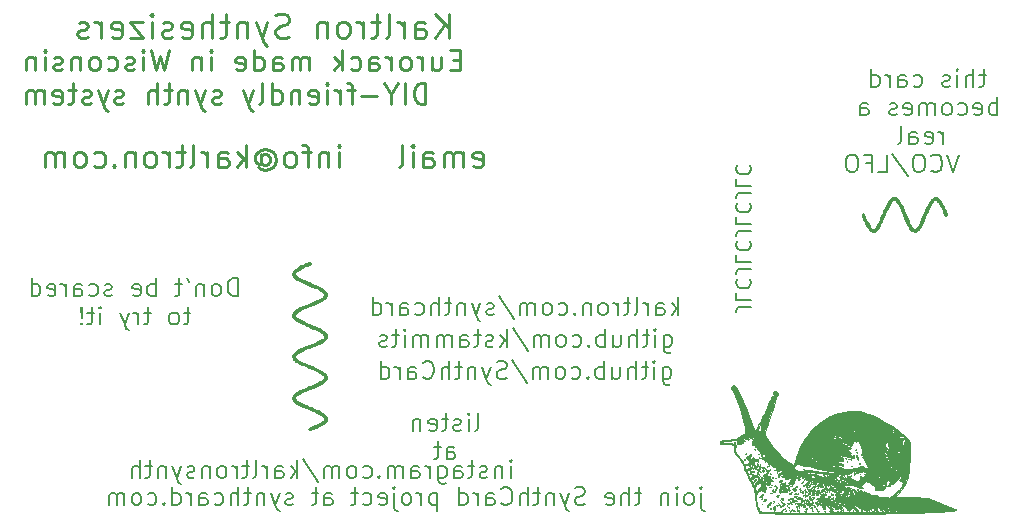
<source format=gbr>
%TF.GenerationSoftware,KiCad,Pcbnew,(6.0.7-1)-1*%
%TF.CreationDate,2023-01-19T18:06:36-06:00*%
%TF.ProjectId,sc_karltron,73635f6b-6172-46c7-9472-6f6e2e6b6963,rev?*%
%TF.SameCoordinates,Original*%
%TF.FileFunction,Legend,Bot*%
%TF.FilePolarity,Positive*%
%FSLAX46Y46*%
G04 Gerber Fmt 4.6, Leading zero omitted, Abs format (unit mm)*
G04 Created by KiCad (PCBNEW (6.0.7-1)-1) date 2023-01-19 18:06:36*
%MOMM*%
%LPD*%
G01*
G04 APERTURE LIST*
%ADD10C,0.200000*%
%ADD11C,0.250000*%
%ADD12C,0.150000*%
%ADD13C,0.010000*%
G04 APERTURE END LIST*
D10*
X182384285Y-80256071D02*
X181812857Y-80256071D01*
X182170000Y-79756071D02*
X182170000Y-81041785D01*
X182098571Y-81184642D01*
X181955714Y-81256071D01*
X181812857Y-81256071D01*
X181312857Y-81256071D02*
X181312857Y-79756071D01*
X180670000Y-81256071D02*
X180670000Y-80470357D01*
X180741428Y-80327500D01*
X180884285Y-80256071D01*
X181098571Y-80256071D01*
X181241428Y-80327500D01*
X181312857Y-80398928D01*
X179955714Y-81256071D02*
X179955714Y-80256071D01*
X179955714Y-79756071D02*
X180027142Y-79827500D01*
X179955714Y-79898928D01*
X179884285Y-79827500D01*
X179955714Y-79756071D01*
X179955714Y-79898928D01*
X179312857Y-81184642D02*
X179170000Y-81256071D01*
X178884285Y-81256071D01*
X178741428Y-81184642D01*
X178670000Y-81041785D01*
X178670000Y-80970357D01*
X178741428Y-80827500D01*
X178884285Y-80756071D01*
X179098571Y-80756071D01*
X179241428Y-80684642D01*
X179312857Y-80541785D01*
X179312857Y-80470357D01*
X179241428Y-80327500D01*
X179098571Y-80256071D01*
X178884285Y-80256071D01*
X178741428Y-80327500D01*
X176241428Y-81184642D02*
X176384285Y-81256071D01*
X176670000Y-81256071D01*
X176812857Y-81184642D01*
X176884285Y-81113214D01*
X176955714Y-80970357D01*
X176955714Y-80541785D01*
X176884285Y-80398928D01*
X176812857Y-80327500D01*
X176670000Y-80256071D01*
X176384285Y-80256071D01*
X176241428Y-80327500D01*
X174955714Y-81256071D02*
X174955714Y-80470357D01*
X175027142Y-80327500D01*
X175170000Y-80256071D01*
X175455714Y-80256071D01*
X175598571Y-80327500D01*
X174955714Y-81184642D02*
X175098571Y-81256071D01*
X175455714Y-81256071D01*
X175598571Y-81184642D01*
X175670000Y-81041785D01*
X175670000Y-80898928D01*
X175598571Y-80756071D01*
X175455714Y-80684642D01*
X175098571Y-80684642D01*
X174955714Y-80613214D01*
X174241428Y-81256071D02*
X174241428Y-80256071D01*
X174241428Y-80541785D02*
X174170000Y-80398928D01*
X174098571Y-80327500D01*
X173955714Y-80256071D01*
X173812857Y-80256071D01*
X172670000Y-81256071D02*
X172670000Y-79756071D01*
X172670000Y-81184642D02*
X172812857Y-81256071D01*
X173098571Y-81256071D01*
X173241428Y-81184642D01*
X173312857Y-81113214D01*
X173384285Y-80970357D01*
X173384285Y-80541785D01*
X173312857Y-80398928D01*
X173241428Y-80327500D01*
X173098571Y-80256071D01*
X172812857Y-80256071D01*
X172670000Y-80327500D01*
X183312857Y-83671071D02*
X183312857Y-82171071D01*
X183312857Y-82742500D02*
X183170000Y-82671071D01*
X182884285Y-82671071D01*
X182741428Y-82742500D01*
X182670000Y-82813928D01*
X182598571Y-82956785D01*
X182598571Y-83385357D01*
X182670000Y-83528214D01*
X182741428Y-83599642D01*
X182884285Y-83671071D01*
X183170000Y-83671071D01*
X183312857Y-83599642D01*
X181384285Y-83599642D02*
X181527142Y-83671071D01*
X181812857Y-83671071D01*
X181955714Y-83599642D01*
X182027142Y-83456785D01*
X182027142Y-82885357D01*
X181955714Y-82742500D01*
X181812857Y-82671071D01*
X181527142Y-82671071D01*
X181384285Y-82742500D01*
X181312857Y-82885357D01*
X181312857Y-83028214D01*
X182027142Y-83171071D01*
X180027142Y-83599642D02*
X180170000Y-83671071D01*
X180455714Y-83671071D01*
X180598571Y-83599642D01*
X180670000Y-83528214D01*
X180741428Y-83385357D01*
X180741428Y-82956785D01*
X180670000Y-82813928D01*
X180598571Y-82742500D01*
X180455714Y-82671071D01*
X180170000Y-82671071D01*
X180027142Y-82742500D01*
X179170000Y-83671071D02*
X179312857Y-83599642D01*
X179384285Y-83528214D01*
X179455714Y-83385357D01*
X179455714Y-82956785D01*
X179384285Y-82813928D01*
X179312857Y-82742500D01*
X179170000Y-82671071D01*
X178955714Y-82671071D01*
X178812857Y-82742500D01*
X178741428Y-82813928D01*
X178670000Y-82956785D01*
X178670000Y-83385357D01*
X178741428Y-83528214D01*
X178812857Y-83599642D01*
X178955714Y-83671071D01*
X179170000Y-83671071D01*
X178027142Y-83671071D02*
X178027142Y-82671071D01*
X178027142Y-82813928D02*
X177955714Y-82742500D01*
X177812857Y-82671071D01*
X177598571Y-82671071D01*
X177455714Y-82742500D01*
X177384285Y-82885357D01*
X177384285Y-83671071D01*
X177384285Y-82885357D02*
X177312857Y-82742500D01*
X177170000Y-82671071D01*
X176955714Y-82671071D01*
X176812857Y-82742500D01*
X176741428Y-82885357D01*
X176741428Y-83671071D01*
X175455714Y-83599642D02*
X175598571Y-83671071D01*
X175884285Y-83671071D01*
X176027142Y-83599642D01*
X176098571Y-83456785D01*
X176098571Y-82885357D01*
X176027142Y-82742500D01*
X175884285Y-82671071D01*
X175598571Y-82671071D01*
X175455714Y-82742500D01*
X175384285Y-82885357D01*
X175384285Y-83028214D01*
X176098571Y-83171071D01*
X174812857Y-83599642D02*
X174670000Y-83671071D01*
X174384285Y-83671071D01*
X174241428Y-83599642D01*
X174170000Y-83456785D01*
X174170000Y-83385357D01*
X174241428Y-83242500D01*
X174384285Y-83171071D01*
X174598571Y-83171071D01*
X174741428Y-83099642D01*
X174812857Y-82956785D01*
X174812857Y-82885357D01*
X174741428Y-82742500D01*
X174598571Y-82671071D01*
X174384285Y-82671071D01*
X174241428Y-82742500D01*
X171741428Y-83671071D02*
X171741428Y-82885357D01*
X171812857Y-82742500D01*
X171955714Y-82671071D01*
X172241428Y-82671071D01*
X172384285Y-82742500D01*
X171741428Y-83599642D02*
X171884285Y-83671071D01*
X172241428Y-83671071D01*
X172384285Y-83599642D01*
X172455714Y-83456785D01*
X172455714Y-83313928D01*
X172384285Y-83171071D01*
X172241428Y-83099642D01*
X171884285Y-83099642D01*
X171741428Y-83028214D01*
X178741428Y-86086071D02*
X178741428Y-85086071D01*
X178741428Y-85371785D02*
X178670000Y-85228928D01*
X178598571Y-85157500D01*
X178455714Y-85086071D01*
X178312857Y-85086071D01*
X177241428Y-86014642D02*
X177384285Y-86086071D01*
X177670000Y-86086071D01*
X177812857Y-86014642D01*
X177884285Y-85871785D01*
X177884285Y-85300357D01*
X177812857Y-85157500D01*
X177670000Y-85086071D01*
X177384285Y-85086071D01*
X177241428Y-85157500D01*
X177170000Y-85300357D01*
X177170000Y-85443214D01*
X177884285Y-85586071D01*
X175884285Y-86086071D02*
X175884285Y-85300357D01*
X175955714Y-85157500D01*
X176098571Y-85086071D01*
X176384285Y-85086071D01*
X176527142Y-85157500D01*
X175884285Y-86014642D02*
X176027142Y-86086071D01*
X176384285Y-86086071D01*
X176527142Y-86014642D01*
X176598571Y-85871785D01*
X176598571Y-85728928D01*
X176527142Y-85586071D01*
X176384285Y-85514642D01*
X176027142Y-85514642D01*
X175884285Y-85443214D01*
X174955714Y-86086071D02*
X175098571Y-86014642D01*
X175170000Y-85871785D01*
X175170000Y-84586071D01*
X180098571Y-87001071D02*
X179598571Y-88501071D01*
X179098571Y-87001071D01*
X177741428Y-88358214D02*
X177812857Y-88429642D01*
X178027142Y-88501071D01*
X178170000Y-88501071D01*
X178384285Y-88429642D01*
X178527142Y-88286785D01*
X178598571Y-88143928D01*
X178670000Y-87858214D01*
X178670000Y-87643928D01*
X178598571Y-87358214D01*
X178527142Y-87215357D01*
X178384285Y-87072500D01*
X178170000Y-87001071D01*
X178027142Y-87001071D01*
X177812857Y-87072500D01*
X177741428Y-87143928D01*
X176812857Y-87001071D02*
X176527142Y-87001071D01*
X176384285Y-87072500D01*
X176241428Y-87215357D01*
X176170000Y-87501071D01*
X176170000Y-88001071D01*
X176241428Y-88286785D01*
X176384285Y-88429642D01*
X176527142Y-88501071D01*
X176812857Y-88501071D01*
X176955714Y-88429642D01*
X177098571Y-88286785D01*
X177170000Y-88001071D01*
X177170000Y-87501071D01*
X177098571Y-87215357D01*
X176955714Y-87072500D01*
X176812857Y-87001071D01*
X174455714Y-86929642D02*
X175741428Y-88858214D01*
X173241428Y-88501071D02*
X173955714Y-88501071D01*
X173955714Y-87001071D01*
X172241428Y-87715357D02*
X172741428Y-87715357D01*
X172741428Y-88501071D02*
X172741428Y-87001071D01*
X172027142Y-87001071D01*
X171170000Y-87001071D02*
X170884285Y-87001071D01*
X170741428Y-87072500D01*
X170598571Y-87215357D01*
X170527142Y-87501071D01*
X170527142Y-88001071D01*
X170598571Y-88286785D01*
X170741428Y-88429642D01*
X170884285Y-88501071D01*
X171170000Y-88501071D01*
X171312857Y-88429642D01*
X171455714Y-88286785D01*
X171527142Y-88001071D01*
X171527142Y-87501071D01*
X171455714Y-87215357D01*
X171312857Y-87072500D01*
X171170000Y-87001071D01*
X158271428Y-115678571D02*
X158271428Y-116964285D01*
X158342857Y-117107142D01*
X158485714Y-117178571D01*
X158557142Y-117178571D01*
X158271428Y-115178571D02*
X158342857Y-115250000D01*
X158271428Y-115321428D01*
X158200000Y-115250000D01*
X158271428Y-115178571D01*
X158271428Y-115321428D01*
X157342857Y-116678571D02*
X157485714Y-116607142D01*
X157557142Y-116535714D01*
X157628571Y-116392857D01*
X157628571Y-115964285D01*
X157557142Y-115821428D01*
X157485714Y-115750000D01*
X157342857Y-115678571D01*
X157128571Y-115678571D01*
X156985714Y-115750000D01*
X156914285Y-115821428D01*
X156842857Y-115964285D01*
X156842857Y-116392857D01*
X156914285Y-116535714D01*
X156985714Y-116607142D01*
X157128571Y-116678571D01*
X157342857Y-116678571D01*
X156200000Y-116678571D02*
X156200000Y-115678571D01*
X156200000Y-115178571D02*
X156271428Y-115250000D01*
X156200000Y-115321428D01*
X156128571Y-115250000D01*
X156200000Y-115178571D01*
X156200000Y-115321428D01*
X155485714Y-115678571D02*
X155485714Y-116678571D01*
X155485714Y-115821428D02*
X155414285Y-115750000D01*
X155271428Y-115678571D01*
X155057142Y-115678571D01*
X154914285Y-115750000D01*
X154842857Y-115892857D01*
X154842857Y-116678571D01*
X153200000Y-115678571D02*
X152628571Y-115678571D01*
X152985714Y-115178571D02*
X152985714Y-116464285D01*
X152914285Y-116607142D01*
X152771428Y-116678571D01*
X152628571Y-116678571D01*
X152128571Y-116678571D02*
X152128571Y-115178571D01*
X151485714Y-116678571D02*
X151485714Y-115892857D01*
X151557142Y-115750000D01*
X151700000Y-115678571D01*
X151914285Y-115678571D01*
X152057142Y-115750000D01*
X152128571Y-115821428D01*
X150200000Y-116607142D02*
X150342857Y-116678571D01*
X150628571Y-116678571D01*
X150771428Y-116607142D01*
X150842857Y-116464285D01*
X150842857Y-115892857D01*
X150771428Y-115750000D01*
X150628571Y-115678571D01*
X150342857Y-115678571D01*
X150200000Y-115750000D01*
X150128571Y-115892857D01*
X150128571Y-116035714D01*
X150842857Y-116178571D01*
X148414285Y-116607142D02*
X148200000Y-116678571D01*
X147842857Y-116678571D01*
X147700000Y-116607142D01*
X147628571Y-116535714D01*
X147557142Y-116392857D01*
X147557142Y-116250000D01*
X147628571Y-116107142D01*
X147700000Y-116035714D01*
X147842857Y-115964285D01*
X148128571Y-115892857D01*
X148271428Y-115821428D01*
X148342857Y-115750000D01*
X148414285Y-115607142D01*
X148414285Y-115464285D01*
X148342857Y-115321428D01*
X148271428Y-115250000D01*
X148128571Y-115178571D01*
X147771428Y-115178571D01*
X147557142Y-115250000D01*
X147057142Y-115678571D02*
X146700000Y-116678571D01*
X146342857Y-115678571D02*
X146700000Y-116678571D01*
X146842857Y-117035714D01*
X146914285Y-117107142D01*
X147057142Y-117178571D01*
X145771428Y-115678571D02*
X145771428Y-116678571D01*
X145771428Y-115821428D02*
X145700000Y-115750000D01*
X145557142Y-115678571D01*
X145342857Y-115678571D01*
X145200000Y-115750000D01*
X145128571Y-115892857D01*
X145128571Y-116678571D01*
X144628571Y-115678571D02*
X144057142Y-115678571D01*
X144414285Y-115178571D02*
X144414285Y-116464285D01*
X144342857Y-116607142D01*
X144200000Y-116678571D01*
X144057142Y-116678571D01*
X143557142Y-116678571D02*
X143557142Y-115178571D01*
X142914285Y-116678571D02*
X142914285Y-115892857D01*
X142985714Y-115750000D01*
X143128571Y-115678571D01*
X143342857Y-115678571D01*
X143485714Y-115750000D01*
X143557142Y-115821428D01*
X141342857Y-116535714D02*
X141414285Y-116607142D01*
X141628571Y-116678571D01*
X141771428Y-116678571D01*
X141985714Y-116607142D01*
X142128571Y-116464285D01*
X142200000Y-116321428D01*
X142271428Y-116035714D01*
X142271428Y-115821428D01*
X142200000Y-115535714D01*
X142128571Y-115392857D01*
X141985714Y-115250000D01*
X141771428Y-115178571D01*
X141628571Y-115178571D01*
X141414285Y-115250000D01*
X141342857Y-115321428D01*
X140057142Y-116678571D02*
X140057142Y-115892857D01*
X140128571Y-115750000D01*
X140271428Y-115678571D01*
X140557142Y-115678571D01*
X140700000Y-115750000D01*
X140057142Y-116607142D02*
X140200000Y-116678571D01*
X140557142Y-116678571D01*
X140700000Y-116607142D01*
X140771428Y-116464285D01*
X140771428Y-116321428D01*
X140700000Y-116178571D01*
X140557142Y-116107142D01*
X140200000Y-116107142D01*
X140057142Y-116035714D01*
X139342857Y-116678571D02*
X139342857Y-115678571D01*
X139342857Y-115964285D02*
X139271428Y-115821428D01*
X139200000Y-115750000D01*
X139057142Y-115678571D01*
X138914285Y-115678571D01*
X137771428Y-116678571D02*
X137771428Y-115178571D01*
X137771428Y-116607142D02*
X137914285Y-116678571D01*
X138200000Y-116678571D01*
X138342857Y-116607142D01*
X138414285Y-116535714D01*
X138485714Y-116392857D01*
X138485714Y-115964285D01*
X138414285Y-115821428D01*
X138342857Y-115750000D01*
X138200000Y-115678571D01*
X137914285Y-115678571D01*
X137771428Y-115750000D01*
X135914285Y-115678571D02*
X135914285Y-117178571D01*
X135914285Y-115750000D02*
X135771428Y-115678571D01*
X135485714Y-115678571D01*
X135342857Y-115750000D01*
X135271428Y-115821428D01*
X135200000Y-115964285D01*
X135200000Y-116392857D01*
X135271428Y-116535714D01*
X135342857Y-116607142D01*
X135485714Y-116678571D01*
X135771428Y-116678571D01*
X135914285Y-116607142D01*
X134557142Y-116678571D02*
X134557142Y-115678571D01*
X134557142Y-115964285D02*
X134485714Y-115821428D01*
X134414285Y-115750000D01*
X134271428Y-115678571D01*
X134128571Y-115678571D01*
X133414285Y-116678571D02*
X133557142Y-116607142D01*
X133628571Y-116535714D01*
X133700000Y-116392857D01*
X133700000Y-115964285D01*
X133628571Y-115821428D01*
X133557142Y-115750000D01*
X133414285Y-115678571D01*
X133200000Y-115678571D01*
X133057142Y-115750000D01*
X132985714Y-115821428D01*
X132914285Y-115964285D01*
X132914285Y-116392857D01*
X132985714Y-116535714D01*
X133057142Y-116607142D01*
X133200000Y-116678571D01*
X133414285Y-116678571D01*
X132271428Y-115678571D02*
X132271428Y-116964285D01*
X132342857Y-117107142D01*
X132485714Y-117178571D01*
X132557142Y-117178571D01*
X132271428Y-115178571D02*
X132342857Y-115250000D01*
X132271428Y-115321428D01*
X132200000Y-115250000D01*
X132271428Y-115178571D01*
X132271428Y-115321428D01*
X130985714Y-116607142D02*
X131128571Y-116678571D01*
X131414285Y-116678571D01*
X131557142Y-116607142D01*
X131628571Y-116464285D01*
X131628571Y-115892857D01*
X131557142Y-115750000D01*
X131414285Y-115678571D01*
X131128571Y-115678571D01*
X130985714Y-115750000D01*
X130914285Y-115892857D01*
X130914285Y-116035714D01*
X131628571Y-116178571D01*
X129628571Y-116607142D02*
X129771428Y-116678571D01*
X130057142Y-116678571D01*
X130200000Y-116607142D01*
X130271428Y-116535714D01*
X130342857Y-116392857D01*
X130342857Y-115964285D01*
X130271428Y-115821428D01*
X130200000Y-115750000D01*
X130057142Y-115678571D01*
X129771428Y-115678571D01*
X129628571Y-115750000D01*
X129200000Y-115678571D02*
X128628571Y-115678571D01*
X128985714Y-115178571D02*
X128985714Y-116464285D01*
X128914285Y-116607142D01*
X128771428Y-116678571D01*
X128628571Y-116678571D01*
X126342857Y-116678571D02*
X126342857Y-115892857D01*
X126414285Y-115750000D01*
X126557142Y-115678571D01*
X126842857Y-115678571D01*
X126985714Y-115750000D01*
X126342857Y-116607142D02*
X126485714Y-116678571D01*
X126842857Y-116678571D01*
X126985714Y-116607142D01*
X127057142Y-116464285D01*
X127057142Y-116321428D01*
X126985714Y-116178571D01*
X126842857Y-116107142D01*
X126485714Y-116107142D01*
X126342857Y-116035714D01*
X125842857Y-115678571D02*
X125271428Y-115678571D01*
X125628571Y-115178571D02*
X125628571Y-116464285D01*
X125557142Y-116607142D01*
X125414285Y-116678571D01*
X125271428Y-116678571D01*
X123700000Y-116607142D02*
X123557142Y-116678571D01*
X123271428Y-116678571D01*
X123128571Y-116607142D01*
X123057142Y-116464285D01*
X123057142Y-116392857D01*
X123128571Y-116250000D01*
X123271428Y-116178571D01*
X123485714Y-116178571D01*
X123628571Y-116107142D01*
X123700000Y-115964285D01*
X123700000Y-115892857D01*
X123628571Y-115750000D01*
X123485714Y-115678571D01*
X123271428Y-115678571D01*
X123128571Y-115750000D01*
X122557142Y-115678571D02*
X122200000Y-116678571D01*
X121842857Y-115678571D02*
X122200000Y-116678571D01*
X122342857Y-117035714D01*
X122414285Y-117107142D01*
X122557142Y-117178571D01*
X121271428Y-115678571D02*
X121271428Y-116678571D01*
X121271428Y-115821428D02*
X121200000Y-115750000D01*
X121057142Y-115678571D01*
X120842857Y-115678571D01*
X120700000Y-115750000D01*
X120628571Y-115892857D01*
X120628571Y-116678571D01*
X120128571Y-115678571D02*
X119557142Y-115678571D01*
X119914285Y-115178571D02*
X119914285Y-116464285D01*
X119842857Y-116607142D01*
X119700000Y-116678571D01*
X119557142Y-116678571D01*
X119057142Y-116678571D02*
X119057142Y-115178571D01*
X118414285Y-116678571D02*
X118414285Y-115892857D01*
X118485714Y-115750000D01*
X118628571Y-115678571D01*
X118842857Y-115678571D01*
X118985714Y-115750000D01*
X119057142Y-115821428D01*
X117057142Y-116607142D02*
X117200000Y-116678571D01*
X117485714Y-116678571D01*
X117628571Y-116607142D01*
X117700000Y-116535714D01*
X117771428Y-116392857D01*
X117771428Y-115964285D01*
X117700000Y-115821428D01*
X117628571Y-115750000D01*
X117485714Y-115678571D01*
X117200000Y-115678571D01*
X117057142Y-115750000D01*
X115771428Y-116678571D02*
X115771428Y-115892857D01*
X115842857Y-115750000D01*
X115985714Y-115678571D01*
X116271428Y-115678571D01*
X116414285Y-115750000D01*
X115771428Y-116607142D02*
X115914285Y-116678571D01*
X116271428Y-116678571D01*
X116414285Y-116607142D01*
X116485714Y-116464285D01*
X116485714Y-116321428D01*
X116414285Y-116178571D01*
X116271428Y-116107142D01*
X115914285Y-116107142D01*
X115771428Y-116035714D01*
X115057142Y-116678571D02*
X115057142Y-115678571D01*
X115057142Y-115964285D02*
X114985714Y-115821428D01*
X114914285Y-115750000D01*
X114771428Y-115678571D01*
X114628571Y-115678571D01*
X113485714Y-116678571D02*
X113485714Y-115178571D01*
X113485714Y-116607142D02*
X113628571Y-116678571D01*
X113914285Y-116678571D01*
X114057142Y-116607142D01*
X114128571Y-116535714D01*
X114200000Y-116392857D01*
X114200000Y-115964285D01*
X114128571Y-115821428D01*
X114057142Y-115750000D01*
X113914285Y-115678571D01*
X113628571Y-115678571D01*
X113485714Y-115750000D01*
X112771428Y-116535714D02*
X112700000Y-116607142D01*
X112771428Y-116678571D01*
X112842857Y-116607142D01*
X112771428Y-116535714D01*
X112771428Y-116678571D01*
X111414285Y-116607142D02*
X111557142Y-116678571D01*
X111842857Y-116678571D01*
X111985714Y-116607142D01*
X112057142Y-116535714D01*
X112128571Y-116392857D01*
X112128571Y-115964285D01*
X112057142Y-115821428D01*
X111985714Y-115750000D01*
X111842857Y-115678571D01*
X111557142Y-115678571D01*
X111414285Y-115750000D01*
X110557142Y-116678571D02*
X110700000Y-116607142D01*
X110771428Y-116535714D01*
X110842857Y-116392857D01*
X110842857Y-115964285D01*
X110771428Y-115821428D01*
X110700000Y-115750000D01*
X110557142Y-115678571D01*
X110342857Y-115678571D01*
X110200000Y-115750000D01*
X110128571Y-115821428D01*
X110057142Y-115964285D01*
X110057142Y-116392857D01*
X110128571Y-116535714D01*
X110200000Y-116607142D01*
X110342857Y-116678571D01*
X110557142Y-116678571D01*
X109414285Y-116678571D02*
X109414285Y-115678571D01*
X109414285Y-115821428D02*
X109342857Y-115750000D01*
X109200000Y-115678571D01*
X108985714Y-115678571D01*
X108842857Y-115750000D01*
X108771428Y-115892857D01*
X108771428Y-116678571D01*
X108771428Y-115892857D02*
X108700000Y-115750000D01*
X108557142Y-115678571D01*
X108342857Y-115678571D01*
X108200000Y-115750000D01*
X108128571Y-115892857D01*
X108128571Y-116678571D01*
X156328571Y-100578571D02*
X156328571Y-99078571D01*
X156185714Y-100007142D02*
X155757142Y-100578571D01*
X155757142Y-99578571D02*
X156328571Y-100150000D01*
X154471428Y-100578571D02*
X154471428Y-99792857D01*
X154542857Y-99650000D01*
X154685714Y-99578571D01*
X154971428Y-99578571D01*
X155114285Y-99650000D01*
X154471428Y-100507142D02*
X154614285Y-100578571D01*
X154971428Y-100578571D01*
X155114285Y-100507142D01*
X155185714Y-100364285D01*
X155185714Y-100221428D01*
X155114285Y-100078571D01*
X154971428Y-100007142D01*
X154614285Y-100007142D01*
X154471428Y-99935714D01*
X153757142Y-100578571D02*
X153757142Y-99578571D01*
X153757142Y-99864285D02*
X153685714Y-99721428D01*
X153614285Y-99650000D01*
X153471428Y-99578571D01*
X153328571Y-99578571D01*
X152614285Y-100578571D02*
X152757142Y-100507142D01*
X152828571Y-100364285D01*
X152828571Y-99078571D01*
X152257142Y-99578571D02*
X151685714Y-99578571D01*
X152042857Y-99078571D02*
X152042857Y-100364285D01*
X151971428Y-100507142D01*
X151828571Y-100578571D01*
X151685714Y-100578571D01*
X151185714Y-100578571D02*
X151185714Y-99578571D01*
X151185714Y-99864285D02*
X151114285Y-99721428D01*
X151042857Y-99650000D01*
X150900000Y-99578571D01*
X150757142Y-99578571D01*
X150042857Y-100578571D02*
X150185714Y-100507142D01*
X150257142Y-100435714D01*
X150328571Y-100292857D01*
X150328571Y-99864285D01*
X150257142Y-99721428D01*
X150185714Y-99650000D01*
X150042857Y-99578571D01*
X149828571Y-99578571D01*
X149685714Y-99650000D01*
X149614285Y-99721428D01*
X149542857Y-99864285D01*
X149542857Y-100292857D01*
X149614285Y-100435714D01*
X149685714Y-100507142D01*
X149828571Y-100578571D01*
X150042857Y-100578571D01*
X148900000Y-99578571D02*
X148900000Y-100578571D01*
X148900000Y-99721428D02*
X148828571Y-99650000D01*
X148685714Y-99578571D01*
X148471428Y-99578571D01*
X148328571Y-99650000D01*
X148257142Y-99792857D01*
X148257142Y-100578571D01*
X147542857Y-100435714D02*
X147471428Y-100507142D01*
X147542857Y-100578571D01*
X147614285Y-100507142D01*
X147542857Y-100435714D01*
X147542857Y-100578571D01*
X146185714Y-100507142D02*
X146328571Y-100578571D01*
X146614285Y-100578571D01*
X146757142Y-100507142D01*
X146828571Y-100435714D01*
X146900000Y-100292857D01*
X146900000Y-99864285D01*
X146828571Y-99721428D01*
X146757142Y-99650000D01*
X146614285Y-99578571D01*
X146328571Y-99578571D01*
X146185714Y-99650000D01*
X145328571Y-100578571D02*
X145471428Y-100507142D01*
X145542857Y-100435714D01*
X145614285Y-100292857D01*
X145614285Y-99864285D01*
X145542857Y-99721428D01*
X145471428Y-99650000D01*
X145328571Y-99578571D01*
X145114285Y-99578571D01*
X144971428Y-99650000D01*
X144900000Y-99721428D01*
X144828571Y-99864285D01*
X144828571Y-100292857D01*
X144900000Y-100435714D01*
X144971428Y-100507142D01*
X145114285Y-100578571D01*
X145328571Y-100578571D01*
X144185714Y-100578571D02*
X144185714Y-99578571D01*
X144185714Y-99721428D02*
X144114285Y-99650000D01*
X143971428Y-99578571D01*
X143757142Y-99578571D01*
X143614285Y-99650000D01*
X143542857Y-99792857D01*
X143542857Y-100578571D01*
X143542857Y-99792857D02*
X143471428Y-99650000D01*
X143328571Y-99578571D01*
X143114285Y-99578571D01*
X142971428Y-99650000D01*
X142900000Y-99792857D01*
X142900000Y-100578571D01*
X141114285Y-99007142D02*
X142400000Y-100935714D01*
X140685714Y-100507142D02*
X140542857Y-100578571D01*
X140257142Y-100578571D01*
X140114285Y-100507142D01*
X140042857Y-100364285D01*
X140042857Y-100292857D01*
X140114285Y-100150000D01*
X140257142Y-100078571D01*
X140471428Y-100078571D01*
X140614285Y-100007142D01*
X140685714Y-99864285D01*
X140685714Y-99792857D01*
X140614285Y-99650000D01*
X140471428Y-99578571D01*
X140257142Y-99578571D01*
X140114285Y-99650000D01*
X139542857Y-99578571D02*
X139185714Y-100578571D01*
X138828571Y-99578571D02*
X139185714Y-100578571D01*
X139328571Y-100935714D01*
X139400000Y-101007142D01*
X139542857Y-101078571D01*
X138257142Y-99578571D02*
X138257142Y-100578571D01*
X138257142Y-99721428D02*
X138185714Y-99650000D01*
X138042857Y-99578571D01*
X137828571Y-99578571D01*
X137685714Y-99650000D01*
X137614285Y-99792857D01*
X137614285Y-100578571D01*
X137114285Y-99578571D02*
X136542857Y-99578571D01*
X136900000Y-99078571D02*
X136900000Y-100364285D01*
X136828571Y-100507142D01*
X136685714Y-100578571D01*
X136542857Y-100578571D01*
X136042857Y-100578571D02*
X136042857Y-99078571D01*
X135400000Y-100578571D02*
X135400000Y-99792857D01*
X135471428Y-99650000D01*
X135614285Y-99578571D01*
X135828571Y-99578571D01*
X135971428Y-99650000D01*
X136042857Y-99721428D01*
X134042857Y-100507142D02*
X134185714Y-100578571D01*
X134471428Y-100578571D01*
X134614285Y-100507142D01*
X134685714Y-100435714D01*
X134757142Y-100292857D01*
X134757142Y-99864285D01*
X134685714Y-99721428D01*
X134614285Y-99650000D01*
X134471428Y-99578571D01*
X134185714Y-99578571D01*
X134042857Y-99650000D01*
X132757142Y-100578571D02*
X132757142Y-99792857D01*
X132828571Y-99650000D01*
X132971428Y-99578571D01*
X133257142Y-99578571D01*
X133400000Y-99650000D01*
X132757142Y-100507142D02*
X132900000Y-100578571D01*
X133257142Y-100578571D01*
X133400000Y-100507142D01*
X133471428Y-100364285D01*
X133471428Y-100221428D01*
X133400000Y-100078571D01*
X133257142Y-100007142D01*
X132900000Y-100007142D01*
X132757142Y-99935714D01*
X132042857Y-100578571D02*
X132042857Y-99578571D01*
X132042857Y-99864285D02*
X131971428Y-99721428D01*
X131900000Y-99650000D01*
X131757142Y-99578571D01*
X131614285Y-99578571D01*
X130471428Y-100578571D02*
X130471428Y-99078571D01*
X130471428Y-100507142D02*
X130614285Y-100578571D01*
X130900000Y-100578571D01*
X131042857Y-100507142D01*
X131114285Y-100435714D01*
X131185714Y-100292857D01*
X131185714Y-99864285D01*
X131114285Y-99721428D01*
X131042857Y-99650000D01*
X130900000Y-99578571D01*
X130614285Y-99578571D01*
X130471428Y-99650000D01*
X155078571Y-102278571D02*
X155078571Y-103492857D01*
X155150000Y-103635714D01*
X155221428Y-103707142D01*
X155364285Y-103778571D01*
X155578571Y-103778571D01*
X155721428Y-103707142D01*
X155078571Y-103207142D02*
X155221428Y-103278571D01*
X155507142Y-103278571D01*
X155650000Y-103207142D01*
X155721428Y-103135714D01*
X155792857Y-102992857D01*
X155792857Y-102564285D01*
X155721428Y-102421428D01*
X155650000Y-102350000D01*
X155507142Y-102278571D01*
X155221428Y-102278571D01*
X155078571Y-102350000D01*
X154364285Y-103278571D02*
X154364285Y-102278571D01*
X154364285Y-101778571D02*
X154435714Y-101850000D01*
X154364285Y-101921428D01*
X154292857Y-101850000D01*
X154364285Y-101778571D01*
X154364285Y-101921428D01*
X153864285Y-102278571D02*
X153292857Y-102278571D01*
X153650000Y-101778571D02*
X153650000Y-103064285D01*
X153578571Y-103207142D01*
X153435714Y-103278571D01*
X153292857Y-103278571D01*
X152792857Y-103278571D02*
X152792857Y-101778571D01*
X152150000Y-103278571D02*
X152150000Y-102492857D01*
X152221428Y-102350000D01*
X152364285Y-102278571D01*
X152578571Y-102278571D01*
X152721428Y-102350000D01*
X152792857Y-102421428D01*
X150792857Y-102278571D02*
X150792857Y-103278571D01*
X151435714Y-102278571D02*
X151435714Y-103064285D01*
X151364285Y-103207142D01*
X151221428Y-103278571D01*
X151007142Y-103278571D01*
X150864285Y-103207142D01*
X150792857Y-103135714D01*
X150078571Y-103278571D02*
X150078571Y-101778571D01*
X150078571Y-102350000D02*
X149935714Y-102278571D01*
X149650000Y-102278571D01*
X149507142Y-102350000D01*
X149435714Y-102421428D01*
X149364285Y-102564285D01*
X149364285Y-102992857D01*
X149435714Y-103135714D01*
X149507142Y-103207142D01*
X149650000Y-103278571D01*
X149935714Y-103278571D01*
X150078571Y-103207142D01*
X148721428Y-103135714D02*
X148650000Y-103207142D01*
X148721428Y-103278571D01*
X148792857Y-103207142D01*
X148721428Y-103135714D01*
X148721428Y-103278571D01*
X147364285Y-103207142D02*
X147507142Y-103278571D01*
X147792857Y-103278571D01*
X147935714Y-103207142D01*
X148007142Y-103135714D01*
X148078571Y-102992857D01*
X148078571Y-102564285D01*
X148007142Y-102421428D01*
X147935714Y-102350000D01*
X147792857Y-102278571D01*
X147507142Y-102278571D01*
X147364285Y-102350000D01*
X146507142Y-103278571D02*
X146650000Y-103207142D01*
X146721428Y-103135714D01*
X146792857Y-102992857D01*
X146792857Y-102564285D01*
X146721428Y-102421428D01*
X146650000Y-102350000D01*
X146507142Y-102278571D01*
X146292857Y-102278571D01*
X146150000Y-102350000D01*
X146078571Y-102421428D01*
X146007142Y-102564285D01*
X146007142Y-102992857D01*
X146078571Y-103135714D01*
X146150000Y-103207142D01*
X146292857Y-103278571D01*
X146507142Y-103278571D01*
X145364285Y-103278571D02*
X145364285Y-102278571D01*
X145364285Y-102421428D02*
X145292857Y-102350000D01*
X145150000Y-102278571D01*
X144935714Y-102278571D01*
X144792857Y-102350000D01*
X144721428Y-102492857D01*
X144721428Y-103278571D01*
X144721428Y-102492857D02*
X144650000Y-102350000D01*
X144507142Y-102278571D01*
X144292857Y-102278571D01*
X144150000Y-102350000D01*
X144078571Y-102492857D01*
X144078571Y-103278571D01*
X142292857Y-101707142D02*
X143578571Y-103635714D01*
X141792857Y-103278571D02*
X141792857Y-101778571D01*
X141650000Y-102707142D02*
X141221428Y-103278571D01*
X141221428Y-102278571D02*
X141792857Y-102850000D01*
X140650000Y-103207142D02*
X140507142Y-103278571D01*
X140221428Y-103278571D01*
X140078571Y-103207142D01*
X140007142Y-103064285D01*
X140007142Y-102992857D01*
X140078571Y-102850000D01*
X140221428Y-102778571D01*
X140435714Y-102778571D01*
X140578571Y-102707142D01*
X140650000Y-102564285D01*
X140650000Y-102492857D01*
X140578571Y-102350000D01*
X140435714Y-102278571D01*
X140221428Y-102278571D01*
X140078571Y-102350000D01*
X139578571Y-102278571D02*
X139007142Y-102278571D01*
X139364285Y-101778571D02*
X139364285Y-103064285D01*
X139292857Y-103207142D01*
X139150000Y-103278571D01*
X139007142Y-103278571D01*
X137864285Y-103278571D02*
X137864285Y-102492857D01*
X137935714Y-102350000D01*
X138078571Y-102278571D01*
X138364285Y-102278571D01*
X138507142Y-102350000D01*
X137864285Y-103207142D02*
X138007142Y-103278571D01*
X138364285Y-103278571D01*
X138507142Y-103207142D01*
X138578571Y-103064285D01*
X138578571Y-102921428D01*
X138507142Y-102778571D01*
X138364285Y-102707142D01*
X138007142Y-102707142D01*
X137864285Y-102635714D01*
X137150000Y-103278571D02*
X137150000Y-102278571D01*
X137150000Y-102421428D02*
X137078571Y-102350000D01*
X136935714Y-102278571D01*
X136721428Y-102278571D01*
X136578571Y-102350000D01*
X136507142Y-102492857D01*
X136507142Y-103278571D01*
X136507142Y-102492857D02*
X136435714Y-102350000D01*
X136292857Y-102278571D01*
X136078571Y-102278571D01*
X135935714Y-102350000D01*
X135864285Y-102492857D01*
X135864285Y-103278571D01*
X135150000Y-103278571D02*
X135150000Y-102278571D01*
X135150000Y-102421428D02*
X135078571Y-102350000D01*
X134935714Y-102278571D01*
X134721428Y-102278571D01*
X134578571Y-102350000D01*
X134507142Y-102492857D01*
X134507142Y-103278571D01*
X134507142Y-102492857D02*
X134435714Y-102350000D01*
X134292857Y-102278571D01*
X134078571Y-102278571D01*
X133935714Y-102350000D01*
X133864285Y-102492857D01*
X133864285Y-103278571D01*
X133150000Y-103278571D02*
X133150000Y-102278571D01*
X133150000Y-101778571D02*
X133221428Y-101850000D01*
X133150000Y-101921428D01*
X133078571Y-101850000D01*
X133150000Y-101778571D01*
X133150000Y-101921428D01*
X132650000Y-102278571D02*
X132078571Y-102278571D01*
X132435714Y-101778571D02*
X132435714Y-103064285D01*
X132364285Y-103207142D01*
X132221428Y-103278571D01*
X132078571Y-103278571D01*
X131650000Y-103207142D02*
X131507142Y-103278571D01*
X131221428Y-103278571D01*
X131078571Y-103207142D01*
X131007142Y-103064285D01*
X131007142Y-102992857D01*
X131078571Y-102850000D01*
X131221428Y-102778571D01*
X131435714Y-102778571D01*
X131578571Y-102707142D01*
X131650000Y-102564285D01*
X131650000Y-102492857D01*
X131578571Y-102350000D01*
X131435714Y-102278571D01*
X131221428Y-102278571D01*
X131078571Y-102350000D01*
D11*
X136872023Y-77104761D02*
X136872023Y-75104761D01*
X135729166Y-77104761D02*
X136586309Y-75961904D01*
X135729166Y-75104761D02*
X136872023Y-76247619D01*
X134014880Y-77104761D02*
X134014880Y-76057142D01*
X134110119Y-75866666D01*
X134300595Y-75771428D01*
X134681547Y-75771428D01*
X134872023Y-75866666D01*
X134014880Y-77009523D02*
X134205357Y-77104761D01*
X134681547Y-77104761D01*
X134872023Y-77009523D01*
X134967261Y-76819047D01*
X134967261Y-76628571D01*
X134872023Y-76438095D01*
X134681547Y-76342857D01*
X134205357Y-76342857D01*
X134014880Y-76247619D01*
X133062500Y-77104761D02*
X133062500Y-75771428D01*
X133062500Y-76152380D02*
X132967261Y-75961904D01*
X132872023Y-75866666D01*
X132681547Y-75771428D01*
X132491071Y-75771428D01*
X131538690Y-77104761D02*
X131729166Y-77009523D01*
X131824404Y-76819047D01*
X131824404Y-75104761D01*
X131062500Y-75771428D02*
X130300595Y-75771428D01*
X130776785Y-75104761D02*
X130776785Y-76819047D01*
X130681547Y-77009523D01*
X130491071Y-77104761D01*
X130300595Y-77104761D01*
X129633928Y-77104761D02*
X129633928Y-75771428D01*
X129633928Y-76152380D02*
X129538690Y-75961904D01*
X129443452Y-75866666D01*
X129252976Y-75771428D01*
X129062500Y-75771428D01*
X128110119Y-77104761D02*
X128300595Y-77009523D01*
X128395833Y-76914285D01*
X128491071Y-76723809D01*
X128491071Y-76152380D01*
X128395833Y-75961904D01*
X128300595Y-75866666D01*
X128110119Y-75771428D01*
X127824404Y-75771428D01*
X127633928Y-75866666D01*
X127538690Y-75961904D01*
X127443452Y-76152380D01*
X127443452Y-76723809D01*
X127538690Y-76914285D01*
X127633928Y-77009523D01*
X127824404Y-77104761D01*
X128110119Y-77104761D01*
X126586309Y-75771428D02*
X126586309Y-77104761D01*
X126586309Y-75961904D02*
X126491071Y-75866666D01*
X126300595Y-75771428D01*
X126014880Y-75771428D01*
X125824404Y-75866666D01*
X125729166Y-76057142D01*
X125729166Y-77104761D01*
X123348214Y-77009523D02*
X123062500Y-77104761D01*
X122586309Y-77104761D01*
X122395833Y-77009523D01*
X122300595Y-76914285D01*
X122205357Y-76723809D01*
X122205357Y-76533333D01*
X122300595Y-76342857D01*
X122395833Y-76247619D01*
X122586309Y-76152380D01*
X122967261Y-76057142D01*
X123157738Y-75961904D01*
X123252976Y-75866666D01*
X123348214Y-75676190D01*
X123348214Y-75485714D01*
X123252976Y-75295238D01*
X123157738Y-75200000D01*
X122967261Y-75104761D01*
X122491071Y-75104761D01*
X122205357Y-75200000D01*
X121538690Y-75771428D02*
X121062500Y-77104761D01*
X120586309Y-75771428D02*
X121062500Y-77104761D01*
X121252976Y-77580952D01*
X121348214Y-77676190D01*
X121538690Y-77771428D01*
X119824404Y-75771428D02*
X119824404Y-77104761D01*
X119824404Y-75961904D02*
X119729166Y-75866666D01*
X119538690Y-75771428D01*
X119252976Y-75771428D01*
X119062500Y-75866666D01*
X118967261Y-76057142D01*
X118967261Y-77104761D01*
X118300595Y-75771428D02*
X117538690Y-75771428D01*
X118014880Y-75104761D02*
X118014880Y-76819047D01*
X117919642Y-77009523D01*
X117729166Y-77104761D01*
X117538690Y-77104761D01*
X116872023Y-77104761D02*
X116872023Y-75104761D01*
X116014880Y-77104761D02*
X116014880Y-76057142D01*
X116110119Y-75866666D01*
X116300595Y-75771428D01*
X116586309Y-75771428D01*
X116776785Y-75866666D01*
X116872023Y-75961904D01*
X114300595Y-77009523D02*
X114491071Y-77104761D01*
X114872023Y-77104761D01*
X115062500Y-77009523D01*
X115157738Y-76819047D01*
X115157738Y-76057142D01*
X115062500Y-75866666D01*
X114872023Y-75771428D01*
X114491071Y-75771428D01*
X114300595Y-75866666D01*
X114205357Y-76057142D01*
X114205357Y-76247619D01*
X115157738Y-76438095D01*
X113443452Y-77009523D02*
X113252976Y-77104761D01*
X112872023Y-77104761D01*
X112681547Y-77009523D01*
X112586309Y-76819047D01*
X112586309Y-76723809D01*
X112681547Y-76533333D01*
X112872023Y-76438095D01*
X113157738Y-76438095D01*
X113348214Y-76342857D01*
X113443452Y-76152380D01*
X113443452Y-76057142D01*
X113348214Y-75866666D01*
X113157738Y-75771428D01*
X112872023Y-75771428D01*
X112681547Y-75866666D01*
X111729166Y-77104761D02*
X111729166Y-75771428D01*
X111729166Y-75104761D02*
X111824404Y-75200000D01*
X111729166Y-75295238D01*
X111633928Y-75200000D01*
X111729166Y-75104761D01*
X111729166Y-75295238D01*
X110967261Y-75771428D02*
X109919642Y-75771428D01*
X110967261Y-77104761D01*
X109919642Y-77104761D01*
X108395833Y-77009523D02*
X108586309Y-77104761D01*
X108967261Y-77104761D01*
X109157738Y-77009523D01*
X109252976Y-76819047D01*
X109252976Y-76057142D01*
X109157738Y-75866666D01*
X108967261Y-75771428D01*
X108586309Y-75771428D01*
X108395833Y-75866666D01*
X108300595Y-76057142D01*
X108300595Y-76247619D01*
X109252976Y-76438095D01*
X107443452Y-77104761D02*
X107443452Y-75771428D01*
X107443452Y-76152380D02*
X107348214Y-75961904D01*
X107252976Y-75866666D01*
X107062500Y-75771428D01*
X106872023Y-75771428D01*
X106300595Y-77009523D02*
X106110119Y-77104761D01*
X105729166Y-77104761D01*
X105538690Y-77009523D01*
X105443452Y-76819047D01*
X105443452Y-76723809D01*
X105538690Y-76533333D01*
X105729166Y-76438095D01*
X106014880Y-76438095D01*
X106205357Y-76342857D01*
X106300595Y-76152380D01*
X106300595Y-76057142D01*
X106205357Y-75866666D01*
X106014880Y-75771428D01*
X105729166Y-75771428D01*
X105538690Y-75866666D01*
D10*
X119014285Y-98971071D02*
X119014285Y-97471071D01*
X118657142Y-97471071D01*
X118442857Y-97542500D01*
X118300000Y-97685357D01*
X118228571Y-97828214D01*
X118157142Y-98113928D01*
X118157142Y-98328214D01*
X118228571Y-98613928D01*
X118300000Y-98756785D01*
X118442857Y-98899642D01*
X118657142Y-98971071D01*
X119014285Y-98971071D01*
X117300000Y-98971071D02*
X117442857Y-98899642D01*
X117514285Y-98828214D01*
X117585714Y-98685357D01*
X117585714Y-98256785D01*
X117514285Y-98113928D01*
X117442857Y-98042500D01*
X117300000Y-97971071D01*
X117085714Y-97971071D01*
X116942857Y-98042500D01*
X116871428Y-98113928D01*
X116800000Y-98256785D01*
X116800000Y-98685357D01*
X116871428Y-98828214D01*
X116942857Y-98899642D01*
X117085714Y-98971071D01*
X117300000Y-98971071D01*
X116157142Y-97971071D02*
X116157142Y-98971071D01*
X116157142Y-98113928D02*
X116085714Y-98042500D01*
X115942857Y-97971071D01*
X115728571Y-97971071D01*
X115585714Y-98042500D01*
X115514285Y-98185357D01*
X115514285Y-98971071D01*
X114728571Y-97471071D02*
X114871428Y-97756785D01*
X114300000Y-97971071D02*
X113728571Y-97971071D01*
X114085714Y-97471071D02*
X114085714Y-98756785D01*
X114014285Y-98899642D01*
X113871428Y-98971071D01*
X113728571Y-98971071D01*
X112085714Y-98971071D02*
X112085714Y-97471071D01*
X112085714Y-98042500D02*
X111942857Y-97971071D01*
X111657142Y-97971071D01*
X111514285Y-98042500D01*
X111442857Y-98113928D01*
X111371428Y-98256785D01*
X111371428Y-98685357D01*
X111442857Y-98828214D01*
X111514285Y-98899642D01*
X111657142Y-98971071D01*
X111942857Y-98971071D01*
X112085714Y-98899642D01*
X110157142Y-98899642D02*
X110300000Y-98971071D01*
X110585714Y-98971071D01*
X110728571Y-98899642D01*
X110800000Y-98756785D01*
X110800000Y-98185357D01*
X110728571Y-98042500D01*
X110585714Y-97971071D01*
X110300000Y-97971071D01*
X110157142Y-98042500D01*
X110085714Y-98185357D01*
X110085714Y-98328214D01*
X110800000Y-98471071D01*
X108371428Y-98899642D02*
X108228571Y-98971071D01*
X107942857Y-98971071D01*
X107800000Y-98899642D01*
X107728571Y-98756785D01*
X107728571Y-98685357D01*
X107800000Y-98542500D01*
X107942857Y-98471071D01*
X108157142Y-98471071D01*
X108300000Y-98399642D01*
X108371428Y-98256785D01*
X108371428Y-98185357D01*
X108300000Y-98042500D01*
X108157142Y-97971071D01*
X107942857Y-97971071D01*
X107800000Y-98042500D01*
X106442857Y-98899642D02*
X106585714Y-98971071D01*
X106871428Y-98971071D01*
X107014285Y-98899642D01*
X107085714Y-98828214D01*
X107157142Y-98685357D01*
X107157142Y-98256785D01*
X107085714Y-98113928D01*
X107014285Y-98042500D01*
X106871428Y-97971071D01*
X106585714Y-97971071D01*
X106442857Y-98042500D01*
X105157142Y-98971071D02*
X105157142Y-98185357D01*
X105228571Y-98042500D01*
X105371428Y-97971071D01*
X105657142Y-97971071D01*
X105800000Y-98042500D01*
X105157142Y-98899642D02*
X105300000Y-98971071D01*
X105657142Y-98971071D01*
X105800000Y-98899642D01*
X105871428Y-98756785D01*
X105871428Y-98613928D01*
X105800000Y-98471071D01*
X105657142Y-98399642D01*
X105300000Y-98399642D01*
X105157142Y-98328214D01*
X104442857Y-98971071D02*
X104442857Y-97971071D01*
X104442857Y-98256785D02*
X104371428Y-98113928D01*
X104300000Y-98042500D01*
X104157142Y-97971071D01*
X104014285Y-97971071D01*
X102942857Y-98899642D02*
X103085714Y-98971071D01*
X103371428Y-98971071D01*
X103514285Y-98899642D01*
X103585714Y-98756785D01*
X103585714Y-98185357D01*
X103514285Y-98042500D01*
X103371428Y-97971071D01*
X103085714Y-97971071D01*
X102942857Y-98042500D01*
X102871428Y-98185357D01*
X102871428Y-98328214D01*
X103585714Y-98471071D01*
X101585714Y-98971071D02*
X101585714Y-97471071D01*
X101585714Y-98899642D02*
X101728571Y-98971071D01*
X102014285Y-98971071D01*
X102157142Y-98899642D01*
X102228571Y-98828214D01*
X102300000Y-98685357D01*
X102300000Y-98256785D01*
X102228571Y-98113928D01*
X102157142Y-98042500D01*
X102014285Y-97971071D01*
X101728571Y-97971071D01*
X101585714Y-98042500D01*
X115014285Y-100386071D02*
X114442857Y-100386071D01*
X114800000Y-99886071D02*
X114800000Y-101171785D01*
X114728571Y-101314642D01*
X114585714Y-101386071D01*
X114442857Y-101386071D01*
X113728571Y-101386071D02*
X113871428Y-101314642D01*
X113942857Y-101243214D01*
X114014285Y-101100357D01*
X114014285Y-100671785D01*
X113942857Y-100528928D01*
X113871428Y-100457500D01*
X113728571Y-100386071D01*
X113514285Y-100386071D01*
X113371428Y-100457500D01*
X113300000Y-100528928D01*
X113228571Y-100671785D01*
X113228571Y-101100357D01*
X113300000Y-101243214D01*
X113371428Y-101314642D01*
X113514285Y-101386071D01*
X113728571Y-101386071D01*
X111657142Y-100386071D02*
X111085714Y-100386071D01*
X111442857Y-99886071D02*
X111442857Y-101171785D01*
X111371428Y-101314642D01*
X111228571Y-101386071D01*
X111085714Y-101386071D01*
X110585714Y-101386071D02*
X110585714Y-100386071D01*
X110585714Y-100671785D02*
X110514285Y-100528928D01*
X110442857Y-100457500D01*
X110300000Y-100386071D01*
X110157142Y-100386071D01*
X109800000Y-100386071D02*
X109442857Y-101386071D01*
X109085714Y-100386071D02*
X109442857Y-101386071D01*
X109585714Y-101743214D01*
X109657142Y-101814642D01*
X109800000Y-101886071D01*
X107371428Y-101386071D02*
X107371428Y-100386071D01*
X107371428Y-99886071D02*
X107442857Y-99957500D01*
X107371428Y-100028928D01*
X107300000Y-99957500D01*
X107371428Y-99886071D01*
X107371428Y-100028928D01*
X106871428Y-100386071D02*
X106300000Y-100386071D01*
X106657142Y-99886071D02*
X106657142Y-101171785D01*
X106585714Y-101314642D01*
X106442857Y-101386071D01*
X106300000Y-101386071D01*
X105800000Y-101243214D02*
X105728571Y-101314642D01*
X105800000Y-101386071D01*
X105871428Y-101314642D01*
X105800000Y-101243214D01*
X105800000Y-101386071D01*
X105800000Y-100814642D02*
X105871428Y-99957500D01*
X105800000Y-99886071D01*
X105728571Y-99957500D01*
X105800000Y-100814642D01*
X105800000Y-99886071D01*
X139135714Y-110371071D02*
X139278571Y-110299642D01*
X139350000Y-110156785D01*
X139350000Y-108871071D01*
X138564285Y-110371071D02*
X138564285Y-109371071D01*
X138564285Y-108871071D02*
X138635714Y-108942500D01*
X138564285Y-109013928D01*
X138492857Y-108942500D01*
X138564285Y-108871071D01*
X138564285Y-109013928D01*
X137921428Y-110299642D02*
X137778571Y-110371071D01*
X137492857Y-110371071D01*
X137350000Y-110299642D01*
X137278571Y-110156785D01*
X137278571Y-110085357D01*
X137350000Y-109942500D01*
X137492857Y-109871071D01*
X137707142Y-109871071D01*
X137850000Y-109799642D01*
X137921428Y-109656785D01*
X137921428Y-109585357D01*
X137850000Y-109442500D01*
X137707142Y-109371071D01*
X137492857Y-109371071D01*
X137350000Y-109442500D01*
X136850000Y-109371071D02*
X136278571Y-109371071D01*
X136635714Y-108871071D02*
X136635714Y-110156785D01*
X136564285Y-110299642D01*
X136421428Y-110371071D01*
X136278571Y-110371071D01*
X135207142Y-110299642D02*
X135350000Y-110371071D01*
X135635714Y-110371071D01*
X135778571Y-110299642D01*
X135850000Y-110156785D01*
X135850000Y-109585357D01*
X135778571Y-109442500D01*
X135635714Y-109371071D01*
X135350000Y-109371071D01*
X135207142Y-109442500D01*
X135135714Y-109585357D01*
X135135714Y-109728214D01*
X135850000Y-109871071D01*
X134492857Y-109371071D02*
X134492857Y-110371071D01*
X134492857Y-109513928D02*
X134421428Y-109442500D01*
X134278571Y-109371071D01*
X134064285Y-109371071D01*
X133921428Y-109442500D01*
X133850000Y-109585357D01*
X133850000Y-110371071D01*
X136707142Y-112786071D02*
X136707142Y-112000357D01*
X136778571Y-111857500D01*
X136921428Y-111786071D01*
X137207142Y-111786071D01*
X137350000Y-111857500D01*
X136707142Y-112714642D02*
X136850000Y-112786071D01*
X137207142Y-112786071D01*
X137350000Y-112714642D01*
X137421428Y-112571785D01*
X137421428Y-112428928D01*
X137350000Y-112286071D01*
X137207142Y-112214642D01*
X136850000Y-112214642D01*
X136707142Y-112143214D01*
X136207142Y-111786071D02*
X135635714Y-111786071D01*
X135992857Y-111286071D02*
X135992857Y-112571785D01*
X135921428Y-112714642D01*
X135778571Y-112786071D01*
X135635714Y-112786071D01*
D11*
X138978571Y-87969047D02*
X139159523Y-88059523D01*
X139521428Y-88059523D01*
X139702380Y-87969047D01*
X139792857Y-87788095D01*
X139792857Y-87064285D01*
X139702380Y-86883333D01*
X139521428Y-86792857D01*
X139159523Y-86792857D01*
X138978571Y-86883333D01*
X138888095Y-87064285D01*
X138888095Y-87245238D01*
X139792857Y-87426190D01*
X138073809Y-88059523D02*
X138073809Y-86792857D01*
X138073809Y-86973809D02*
X137983333Y-86883333D01*
X137802380Y-86792857D01*
X137530952Y-86792857D01*
X137350000Y-86883333D01*
X137259523Y-87064285D01*
X137259523Y-88059523D01*
X137259523Y-87064285D02*
X137169047Y-86883333D01*
X136988095Y-86792857D01*
X136716666Y-86792857D01*
X136535714Y-86883333D01*
X136445238Y-87064285D01*
X136445238Y-88059523D01*
X134726190Y-88059523D02*
X134726190Y-87064285D01*
X134816666Y-86883333D01*
X134997619Y-86792857D01*
X135359523Y-86792857D01*
X135540476Y-86883333D01*
X134726190Y-87969047D02*
X134907142Y-88059523D01*
X135359523Y-88059523D01*
X135540476Y-87969047D01*
X135630952Y-87788095D01*
X135630952Y-87607142D01*
X135540476Y-87426190D01*
X135359523Y-87335714D01*
X134907142Y-87335714D01*
X134726190Y-87245238D01*
X133821428Y-88059523D02*
X133821428Y-86792857D01*
X133821428Y-86159523D02*
X133911904Y-86250000D01*
X133821428Y-86340476D01*
X133730952Y-86250000D01*
X133821428Y-86159523D01*
X133821428Y-86340476D01*
X132645238Y-88059523D02*
X132826190Y-87969047D01*
X132916666Y-87788095D01*
X132916666Y-86159523D01*
X127578571Y-88059523D02*
X127578571Y-86792857D01*
X127578571Y-86159523D02*
X127669047Y-86250000D01*
X127578571Y-86340476D01*
X127488095Y-86250000D01*
X127578571Y-86159523D01*
X127578571Y-86340476D01*
X126673809Y-86792857D02*
X126673809Y-88059523D01*
X126673809Y-86973809D02*
X126583333Y-86883333D01*
X126402380Y-86792857D01*
X126130952Y-86792857D01*
X125950000Y-86883333D01*
X125859523Y-87064285D01*
X125859523Y-88059523D01*
X125226190Y-86792857D02*
X124502380Y-86792857D01*
X124954761Y-88059523D02*
X124954761Y-86430952D01*
X124864285Y-86250000D01*
X124683333Y-86159523D01*
X124502380Y-86159523D01*
X123597619Y-88059523D02*
X123778571Y-87969047D01*
X123869047Y-87878571D01*
X123959523Y-87697619D01*
X123959523Y-87154761D01*
X123869047Y-86973809D01*
X123778571Y-86883333D01*
X123597619Y-86792857D01*
X123326190Y-86792857D01*
X123145238Y-86883333D01*
X123054761Y-86973809D01*
X122964285Y-87154761D01*
X122964285Y-87697619D01*
X123054761Y-87878571D01*
X123145238Y-87969047D01*
X123326190Y-88059523D01*
X123597619Y-88059523D01*
X120973809Y-87154761D02*
X121064285Y-87064285D01*
X121245238Y-86973809D01*
X121426190Y-86973809D01*
X121607142Y-87064285D01*
X121697619Y-87154761D01*
X121788095Y-87335714D01*
X121788095Y-87516666D01*
X121697619Y-87697619D01*
X121607142Y-87788095D01*
X121426190Y-87878571D01*
X121245238Y-87878571D01*
X121064285Y-87788095D01*
X120973809Y-87697619D01*
X120973809Y-86973809D02*
X120973809Y-87697619D01*
X120883333Y-87788095D01*
X120792857Y-87788095D01*
X120611904Y-87697619D01*
X120521428Y-87516666D01*
X120521428Y-87064285D01*
X120702380Y-86792857D01*
X120973809Y-86611904D01*
X121335714Y-86521428D01*
X121697619Y-86611904D01*
X121969047Y-86792857D01*
X122150000Y-87064285D01*
X122240476Y-87426190D01*
X122150000Y-87788095D01*
X121969047Y-88059523D01*
X121697619Y-88240476D01*
X121335714Y-88330952D01*
X120973809Y-88240476D01*
X120702380Y-88059523D01*
X119707142Y-88059523D02*
X119707142Y-86159523D01*
X119526190Y-87335714D02*
X118983333Y-88059523D01*
X118983333Y-86792857D02*
X119707142Y-87516666D01*
X117354761Y-88059523D02*
X117354761Y-87064285D01*
X117445238Y-86883333D01*
X117626190Y-86792857D01*
X117988095Y-86792857D01*
X118169047Y-86883333D01*
X117354761Y-87969047D02*
X117535714Y-88059523D01*
X117988095Y-88059523D01*
X118169047Y-87969047D01*
X118259523Y-87788095D01*
X118259523Y-87607142D01*
X118169047Y-87426190D01*
X117988095Y-87335714D01*
X117535714Y-87335714D01*
X117354761Y-87245238D01*
X116450000Y-88059523D02*
X116450000Y-86792857D01*
X116450000Y-87154761D02*
X116359523Y-86973809D01*
X116269047Y-86883333D01*
X116088095Y-86792857D01*
X115907142Y-86792857D01*
X115002380Y-88059523D02*
X115183333Y-87969047D01*
X115273809Y-87788095D01*
X115273809Y-86159523D01*
X114550000Y-86792857D02*
X113826190Y-86792857D01*
X114278571Y-86159523D02*
X114278571Y-87788095D01*
X114188095Y-87969047D01*
X114007142Y-88059523D01*
X113826190Y-88059523D01*
X113192857Y-88059523D02*
X113192857Y-86792857D01*
X113192857Y-87154761D02*
X113102380Y-86973809D01*
X113011904Y-86883333D01*
X112830952Y-86792857D01*
X112650000Y-86792857D01*
X111745238Y-88059523D02*
X111926190Y-87969047D01*
X112016666Y-87878571D01*
X112107142Y-87697619D01*
X112107142Y-87154761D01*
X112016666Y-86973809D01*
X111926190Y-86883333D01*
X111745238Y-86792857D01*
X111473809Y-86792857D01*
X111292857Y-86883333D01*
X111202380Y-86973809D01*
X111111904Y-87154761D01*
X111111904Y-87697619D01*
X111202380Y-87878571D01*
X111292857Y-87969047D01*
X111473809Y-88059523D01*
X111745238Y-88059523D01*
X110297619Y-86792857D02*
X110297619Y-88059523D01*
X110297619Y-86973809D02*
X110207142Y-86883333D01*
X110026190Y-86792857D01*
X109754761Y-86792857D01*
X109573809Y-86883333D01*
X109483333Y-87064285D01*
X109483333Y-88059523D01*
X108578571Y-87878571D02*
X108488095Y-87969047D01*
X108578571Y-88059523D01*
X108669047Y-87969047D01*
X108578571Y-87878571D01*
X108578571Y-88059523D01*
X106859523Y-87969047D02*
X107040476Y-88059523D01*
X107402380Y-88059523D01*
X107583333Y-87969047D01*
X107673809Y-87878571D01*
X107764285Y-87697619D01*
X107764285Y-87154761D01*
X107673809Y-86973809D01*
X107583333Y-86883333D01*
X107402380Y-86792857D01*
X107040476Y-86792857D01*
X106859523Y-86883333D01*
X105773809Y-88059523D02*
X105954761Y-87969047D01*
X106045238Y-87878571D01*
X106135714Y-87697619D01*
X106135714Y-87154761D01*
X106045238Y-86973809D01*
X105954761Y-86883333D01*
X105773809Y-86792857D01*
X105502380Y-86792857D01*
X105321428Y-86883333D01*
X105230952Y-86973809D01*
X105140476Y-87154761D01*
X105140476Y-87697619D01*
X105230952Y-87878571D01*
X105321428Y-87969047D01*
X105502380Y-88059523D01*
X105773809Y-88059523D01*
X104326190Y-88059523D02*
X104326190Y-86792857D01*
X104326190Y-86973809D02*
X104235714Y-86883333D01*
X104054761Y-86792857D01*
X103783333Y-86792857D01*
X103602380Y-86883333D01*
X103511904Y-87064285D01*
X103511904Y-88059523D01*
X103511904Y-87064285D02*
X103421428Y-86883333D01*
X103240476Y-86792857D01*
X102969047Y-86792857D01*
X102788095Y-86883333D01*
X102697619Y-87064285D01*
X102697619Y-88059523D01*
D12*
X162484523Y-99873809D02*
X161591666Y-99873809D01*
X161413095Y-99933333D01*
X161294047Y-100052380D01*
X161234523Y-100230952D01*
X161234523Y-100350000D01*
X161234523Y-98683333D02*
X161234523Y-99278571D01*
X162484523Y-99278571D01*
X161353571Y-97552380D02*
X161294047Y-97611904D01*
X161234523Y-97790476D01*
X161234523Y-97909523D01*
X161294047Y-98088095D01*
X161413095Y-98207142D01*
X161532142Y-98266666D01*
X161770238Y-98326190D01*
X161948809Y-98326190D01*
X162186904Y-98266666D01*
X162305952Y-98207142D01*
X162425000Y-98088095D01*
X162484523Y-97909523D01*
X162484523Y-97790476D01*
X162425000Y-97611904D01*
X162365476Y-97552380D01*
X162484523Y-96659523D02*
X161591666Y-96659523D01*
X161413095Y-96719047D01*
X161294047Y-96838095D01*
X161234523Y-97016666D01*
X161234523Y-97135714D01*
X161234523Y-95469047D02*
X161234523Y-96064285D01*
X162484523Y-96064285D01*
X161353571Y-94338095D02*
X161294047Y-94397619D01*
X161234523Y-94576190D01*
X161234523Y-94695238D01*
X161294047Y-94873809D01*
X161413095Y-94992857D01*
X161532142Y-95052380D01*
X161770238Y-95111904D01*
X161948809Y-95111904D01*
X162186904Y-95052380D01*
X162305952Y-94992857D01*
X162425000Y-94873809D01*
X162484523Y-94695238D01*
X162484523Y-94576190D01*
X162425000Y-94397619D01*
X162365476Y-94338095D01*
X162484523Y-93445238D02*
X161591666Y-93445238D01*
X161413095Y-93504761D01*
X161294047Y-93623809D01*
X161234523Y-93802380D01*
X161234523Y-93921428D01*
X161234523Y-92254761D02*
X161234523Y-92850000D01*
X162484523Y-92850000D01*
X161353571Y-91123809D02*
X161294047Y-91183333D01*
X161234523Y-91361904D01*
X161234523Y-91480952D01*
X161294047Y-91659523D01*
X161413095Y-91778571D01*
X161532142Y-91838095D01*
X161770238Y-91897619D01*
X161948809Y-91897619D01*
X162186904Y-91838095D01*
X162305952Y-91778571D01*
X162425000Y-91659523D01*
X162484523Y-91480952D01*
X162484523Y-91361904D01*
X162425000Y-91183333D01*
X162365476Y-91123809D01*
X162484523Y-90230952D02*
X161591666Y-90230952D01*
X161413095Y-90290476D01*
X161294047Y-90409523D01*
X161234523Y-90588095D01*
X161234523Y-90707142D01*
X161234523Y-89040476D02*
X161234523Y-89635714D01*
X162484523Y-89635714D01*
X161353571Y-87909523D02*
X161294047Y-87969047D01*
X161234523Y-88147619D01*
X161234523Y-88266666D01*
X161294047Y-88445238D01*
X161413095Y-88564285D01*
X161532142Y-88623809D01*
X161770238Y-88683333D01*
X161948809Y-88683333D01*
X162186904Y-88623809D01*
X162305952Y-88564285D01*
X162425000Y-88445238D01*
X162484523Y-88266666D01*
X162484523Y-88147619D01*
X162425000Y-87969047D01*
X162365476Y-87909523D01*
D11*
X137829166Y-78966250D02*
X137245833Y-78966250D01*
X136995833Y-79882916D02*
X137829166Y-79882916D01*
X137829166Y-78132916D01*
X136995833Y-78132916D01*
X135495833Y-78716250D02*
X135495833Y-79882916D01*
X136245833Y-78716250D02*
X136245833Y-79632916D01*
X136162500Y-79799583D01*
X135995833Y-79882916D01*
X135745833Y-79882916D01*
X135579166Y-79799583D01*
X135495833Y-79716250D01*
X134662500Y-79882916D02*
X134662500Y-78716250D01*
X134662500Y-79049583D02*
X134579166Y-78882916D01*
X134495833Y-78799583D01*
X134329166Y-78716250D01*
X134162499Y-78716250D01*
X133329166Y-79882916D02*
X133495833Y-79799583D01*
X133579166Y-79716250D01*
X133662500Y-79549583D01*
X133662500Y-79049583D01*
X133579166Y-78882916D01*
X133495833Y-78799583D01*
X133329166Y-78716250D01*
X133079166Y-78716250D01*
X132912500Y-78799583D01*
X132829166Y-78882916D01*
X132745833Y-79049583D01*
X132745833Y-79549583D01*
X132829166Y-79716250D01*
X132912500Y-79799583D01*
X133079166Y-79882916D01*
X133329166Y-79882916D01*
X131995833Y-79882916D02*
X131995833Y-78716250D01*
X131995833Y-79049583D02*
X131912500Y-78882916D01*
X131829166Y-78799583D01*
X131662500Y-78716250D01*
X131495833Y-78716250D01*
X130162500Y-79882916D02*
X130162500Y-78966250D01*
X130245833Y-78799583D01*
X130412500Y-78716250D01*
X130745833Y-78716250D01*
X130912500Y-78799583D01*
X130162500Y-79799583D02*
X130329166Y-79882916D01*
X130745833Y-79882916D01*
X130912500Y-79799583D01*
X130995833Y-79632916D01*
X130995833Y-79466250D01*
X130912500Y-79299583D01*
X130745833Y-79216250D01*
X130329166Y-79216250D01*
X130162500Y-79132916D01*
X128579166Y-79799583D02*
X128745833Y-79882916D01*
X129079166Y-79882916D01*
X129245833Y-79799583D01*
X129329166Y-79716250D01*
X129412500Y-79549583D01*
X129412500Y-79049583D01*
X129329166Y-78882916D01*
X129245833Y-78799583D01*
X129079166Y-78716250D01*
X128745833Y-78716250D01*
X128579166Y-78799583D01*
X127829166Y-79882916D02*
X127829166Y-78132916D01*
X127662500Y-79216250D02*
X127162500Y-79882916D01*
X127162500Y-78716250D02*
X127829166Y-79382916D01*
X125079166Y-79882916D02*
X125079166Y-78716250D01*
X125079166Y-78882916D02*
X124995833Y-78799583D01*
X124829166Y-78716250D01*
X124579166Y-78716250D01*
X124412500Y-78799583D01*
X124329166Y-78966250D01*
X124329166Y-79882916D01*
X124329166Y-78966250D02*
X124245833Y-78799583D01*
X124079166Y-78716250D01*
X123829166Y-78716250D01*
X123662500Y-78799583D01*
X123579166Y-78966250D01*
X123579166Y-79882916D01*
X121995833Y-79882916D02*
X121995833Y-78966250D01*
X122079166Y-78799583D01*
X122245833Y-78716250D01*
X122579166Y-78716250D01*
X122745833Y-78799583D01*
X121995833Y-79799583D02*
X122162500Y-79882916D01*
X122579166Y-79882916D01*
X122745833Y-79799583D01*
X122829166Y-79632916D01*
X122829166Y-79466250D01*
X122745833Y-79299583D01*
X122579166Y-79216250D01*
X122162500Y-79216250D01*
X121995833Y-79132916D01*
X120412500Y-79882916D02*
X120412500Y-78132916D01*
X120412500Y-79799583D02*
X120579166Y-79882916D01*
X120912500Y-79882916D01*
X121079166Y-79799583D01*
X121162500Y-79716250D01*
X121245833Y-79549583D01*
X121245833Y-79049583D01*
X121162500Y-78882916D01*
X121079166Y-78799583D01*
X120912500Y-78716250D01*
X120579166Y-78716250D01*
X120412500Y-78799583D01*
X118912500Y-79799583D02*
X119079166Y-79882916D01*
X119412500Y-79882916D01*
X119579166Y-79799583D01*
X119662500Y-79632916D01*
X119662500Y-78966250D01*
X119579166Y-78799583D01*
X119412500Y-78716250D01*
X119079166Y-78716250D01*
X118912500Y-78799583D01*
X118829166Y-78966250D01*
X118829166Y-79132916D01*
X119662500Y-79299583D01*
X116745833Y-79882916D02*
X116745833Y-78716250D01*
X116745833Y-78132916D02*
X116829166Y-78216250D01*
X116745833Y-78299583D01*
X116662500Y-78216250D01*
X116745833Y-78132916D01*
X116745833Y-78299583D01*
X115912500Y-78716250D02*
X115912500Y-79882916D01*
X115912500Y-78882916D02*
X115829166Y-78799583D01*
X115662500Y-78716250D01*
X115412500Y-78716250D01*
X115245833Y-78799583D01*
X115162500Y-78966250D01*
X115162500Y-79882916D01*
X113162500Y-78132916D02*
X112745833Y-79882916D01*
X112412500Y-78632916D01*
X112079166Y-79882916D01*
X111662500Y-78132916D01*
X110995833Y-79882916D02*
X110995833Y-78716250D01*
X110995833Y-78132916D02*
X111079166Y-78216250D01*
X110995833Y-78299583D01*
X110912500Y-78216250D01*
X110995833Y-78132916D01*
X110995833Y-78299583D01*
X110245833Y-79799583D02*
X110079166Y-79882916D01*
X109745833Y-79882916D01*
X109579166Y-79799583D01*
X109495833Y-79632916D01*
X109495833Y-79549583D01*
X109579166Y-79382916D01*
X109745833Y-79299583D01*
X109995833Y-79299583D01*
X110162500Y-79216250D01*
X110245833Y-79049583D01*
X110245833Y-78966250D01*
X110162500Y-78799583D01*
X109995833Y-78716250D01*
X109745833Y-78716250D01*
X109579166Y-78799583D01*
X107995833Y-79799583D02*
X108162500Y-79882916D01*
X108495833Y-79882916D01*
X108662500Y-79799583D01*
X108745833Y-79716250D01*
X108829166Y-79549583D01*
X108829166Y-79049583D01*
X108745833Y-78882916D01*
X108662500Y-78799583D01*
X108495833Y-78716250D01*
X108162500Y-78716250D01*
X107995833Y-78799583D01*
X106995833Y-79882916D02*
X107162500Y-79799583D01*
X107245833Y-79716250D01*
X107329166Y-79549583D01*
X107329166Y-79049583D01*
X107245833Y-78882916D01*
X107162500Y-78799583D01*
X106995833Y-78716250D01*
X106745833Y-78716250D01*
X106579166Y-78799583D01*
X106495833Y-78882916D01*
X106412500Y-79049583D01*
X106412500Y-79549583D01*
X106495833Y-79716250D01*
X106579166Y-79799583D01*
X106745833Y-79882916D01*
X106995833Y-79882916D01*
X105662500Y-78716250D02*
X105662500Y-79882916D01*
X105662500Y-78882916D02*
X105579166Y-78799583D01*
X105412500Y-78716250D01*
X105162500Y-78716250D01*
X104995833Y-78799583D01*
X104912500Y-78966250D01*
X104912500Y-79882916D01*
X104162500Y-79799583D02*
X103995833Y-79882916D01*
X103662500Y-79882916D01*
X103495833Y-79799583D01*
X103412500Y-79632916D01*
X103412500Y-79549583D01*
X103495833Y-79382916D01*
X103662500Y-79299583D01*
X103912500Y-79299583D01*
X104079166Y-79216250D01*
X104162500Y-79049583D01*
X104162500Y-78966250D01*
X104079166Y-78799583D01*
X103912500Y-78716250D01*
X103662500Y-78716250D01*
X103495833Y-78799583D01*
X102662500Y-79882916D02*
X102662500Y-78716250D01*
X102662500Y-78132916D02*
X102745833Y-78216250D01*
X102662500Y-78299583D01*
X102579166Y-78216250D01*
X102662500Y-78132916D01*
X102662500Y-78299583D01*
X101829166Y-78716250D02*
X101829166Y-79882916D01*
X101829166Y-78882916D02*
X101745833Y-78799583D01*
X101579166Y-78716250D01*
X101329166Y-78716250D01*
X101162500Y-78799583D01*
X101079166Y-78966250D01*
X101079166Y-79882916D01*
X134912500Y-82700416D02*
X134912500Y-80950416D01*
X134495833Y-80950416D01*
X134245833Y-81033750D01*
X134079166Y-81200416D01*
X133995833Y-81367083D01*
X133912500Y-81700416D01*
X133912500Y-81950416D01*
X133995833Y-82283750D01*
X134079166Y-82450416D01*
X134245833Y-82617083D01*
X134495833Y-82700416D01*
X134912500Y-82700416D01*
X133162500Y-82700416D02*
X133162500Y-80950416D01*
X131995833Y-81867083D02*
X131995833Y-82700416D01*
X132579166Y-80950416D02*
X131995833Y-81867083D01*
X131412500Y-80950416D01*
X130829166Y-82033750D02*
X129495833Y-82033750D01*
X128912500Y-81533750D02*
X128245833Y-81533750D01*
X128662500Y-82700416D02*
X128662500Y-81200416D01*
X128579166Y-81033750D01*
X128412500Y-80950416D01*
X128245833Y-80950416D01*
X127662500Y-82700416D02*
X127662500Y-81533750D01*
X127662500Y-81867083D02*
X127579166Y-81700416D01*
X127495833Y-81617083D01*
X127329166Y-81533750D01*
X127162500Y-81533750D01*
X126579166Y-82700416D02*
X126579166Y-81533750D01*
X126579166Y-80950416D02*
X126662500Y-81033750D01*
X126579166Y-81117083D01*
X126495833Y-81033750D01*
X126579166Y-80950416D01*
X126579166Y-81117083D01*
X125079166Y-82617083D02*
X125245833Y-82700416D01*
X125579166Y-82700416D01*
X125745833Y-82617083D01*
X125829166Y-82450416D01*
X125829166Y-81783750D01*
X125745833Y-81617083D01*
X125579166Y-81533750D01*
X125245833Y-81533750D01*
X125079166Y-81617083D01*
X124995833Y-81783750D01*
X124995833Y-81950416D01*
X125829166Y-82117083D01*
X124245833Y-81533750D02*
X124245833Y-82700416D01*
X124245833Y-81700416D02*
X124162500Y-81617083D01*
X123995833Y-81533750D01*
X123745833Y-81533750D01*
X123579166Y-81617083D01*
X123495833Y-81783750D01*
X123495833Y-82700416D01*
X121912500Y-82700416D02*
X121912500Y-80950416D01*
X121912500Y-82617083D02*
X122079166Y-82700416D01*
X122412500Y-82700416D01*
X122579166Y-82617083D01*
X122662500Y-82533750D01*
X122745833Y-82367083D01*
X122745833Y-81867083D01*
X122662500Y-81700416D01*
X122579166Y-81617083D01*
X122412500Y-81533750D01*
X122079166Y-81533750D01*
X121912500Y-81617083D01*
X120829166Y-82700416D02*
X120995833Y-82617083D01*
X121079166Y-82450416D01*
X121079166Y-80950416D01*
X120329166Y-81533750D02*
X119912500Y-82700416D01*
X119495833Y-81533750D02*
X119912500Y-82700416D01*
X120079166Y-83117083D01*
X120162500Y-83200416D01*
X120329166Y-83283750D01*
X117579166Y-82617083D02*
X117412500Y-82700416D01*
X117079166Y-82700416D01*
X116912500Y-82617083D01*
X116829166Y-82450416D01*
X116829166Y-82367083D01*
X116912500Y-82200416D01*
X117079166Y-82117083D01*
X117329166Y-82117083D01*
X117495833Y-82033750D01*
X117579166Y-81867083D01*
X117579166Y-81783750D01*
X117495833Y-81617083D01*
X117329166Y-81533750D01*
X117079166Y-81533750D01*
X116912500Y-81617083D01*
X116245833Y-81533750D02*
X115829166Y-82700416D01*
X115412500Y-81533750D02*
X115829166Y-82700416D01*
X115995833Y-83117083D01*
X116079166Y-83200416D01*
X116245833Y-83283750D01*
X114745833Y-81533750D02*
X114745833Y-82700416D01*
X114745833Y-81700416D02*
X114662500Y-81617083D01*
X114495833Y-81533750D01*
X114245833Y-81533750D01*
X114079166Y-81617083D01*
X113995833Y-81783750D01*
X113995833Y-82700416D01*
X113412500Y-81533750D02*
X112745833Y-81533750D01*
X113162500Y-80950416D02*
X113162500Y-82450416D01*
X113079166Y-82617083D01*
X112912500Y-82700416D01*
X112745833Y-82700416D01*
X112162500Y-82700416D02*
X112162500Y-80950416D01*
X111412500Y-82700416D02*
X111412500Y-81783750D01*
X111495833Y-81617083D01*
X111662500Y-81533750D01*
X111912500Y-81533750D01*
X112079166Y-81617083D01*
X112162500Y-81700416D01*
X109329166Y-82617083D02*
X109162500Y-82700416D01*
X108829166Y-82700416D01*
X108662500Y-82617083D01*
X108579166Y-82450416D01*
X108579166Y-82367083D01*
X108662500Y-82200416D01*
X108829166Y-82117083D01*
X109079166Y-82117083D01*
X109245833Y-82033750D01*
X109329166Y-81867083D01*
X109329166Y-81783750D01*
X109245833Y-81617083D01*
X109079166Y-81533750D01*
X108829166Y-81533750D01*
X108662500Y-81617083D01*
X107995833Y-81533750D02*
X107579166Y-82700416D01*
X107162500Y-81533750D02*
X107579166Y-82700416D01*
X107745833Y-83117083D01*
X107829166Y-83200416D01*
X107995833Y-83283750D01*
X106579166Y-82617083D02*
X106412500Y-82700416D01*
X106079166Y-82700416D01*
X105912500Y-82617083D01*
X105829166Y-82450416D01*
X105829166Y-82367083D01*
X105912500Y-82200416D01*
X106079166Y-82117083D01*
X106329166Y-82117083D01*
X106495833Y-82033750D01*
X106579166Y-81867083D01*
X106579166Y-81783750D01*
X106495833Y-81617083D01*
X106329166Y-81533750D01*
X106079166Y-81533750D01*
X105912500Y-81617083D01*
X105329166Y-81533750D02*
X104662500Y-81533750D01*
X105079166Y-80950416D02*
X105079166Y-82450416D01*
X104995833Y-82617083D01*
X104829166Y-82700416D01*
X104662500Y-82700416D01*
X103412500Y-82617083D02*
X103579166Y-82700416D01*
X103912500Y-82700416D01*
X104079166Y-82617083D01*
X104162500Y-82450416D01*
X104162500Y-81783750D01*
X104079166Y-81617083D01*
X103912500Y-81533750D01*
X103579166Y-81533750D01*
X103412500Y-81617083D01*
X103329166Y-81783750D01*
X103329166Y-81950416D01*
X104162500Y-82117083D01*
X102579166Y-82700416D02*
X102579166Y-81533750D01*
X102579166Y-81700416D02*
X102495833Y-81617083D01*
X102329166Y-81533750D01*
X102079166Y-81533750D01*
X101912500Y-81617083D01*
X101829166Y-81783750D01*
X101829166Y-82700416D01*
X101829166Y-81783750D02*
X101745833Y-81617083D01*
X101579166Y-81533750D01*
X101329166Y-81533750D01*
X101162500Y-81617083D01*
X101079166Y-81783750D01*
X101079166Y-82700416D01*
D10*
X142135714Y-114378571D02*
X142135714Y-113378571D01*
X142135714Y-112878571D02*
X142207142Y-112950000D01*
X142135714Y-113021428D01*
X142064285Y-112950000D01*
X142135714Y-112878571D01*
X142135714Y-113021428D01*
X141421428Y-113378571D02*
X141421428Y-114378571D01*
X141421428Y-113521428D02*
X141350000Y-113450000D01*
X141207142Y-113378571D01*
X140992857Y-113378571D01*
X140850000Y-113450000D01*
X140778571Y-113592857D01*
X140778571Y-114378571D01*
X140135714Y-114307142D02*
X139992857Y-114378571D01*
X139707142Y-114378571D01*
X139564285Y-114307142D01*
X139492857Y-114164285D01*
X139492857Y-114092857D01*
X139564285Y-113950000D01*
X139707142Y-113878571D01*
X139921428Y-113878571D01*
X140064285Y-113807142D01*
X140135714Y-113664285D01*
X140135714Y-113592857D01*
X140064285Y-113450000D01*
X139921428Y-113378571D01*
X139707142Y-113378571D01*
X139564285Y-113450000D01*
X139064285Y-113378571D02*
X138492857Y-113378571D01*
X138850000Y-112878571D02*
X138850000Y-114164285D01*
X138778571Y-114307142D01*
X138635714Y-114378571D01*
X138492857Y-114378571D01*
X137350000Y-114378571D02*
X137350000Y-113592857D01*
X137421428Y-113450000D01*
X137564285Y-113378571D01*
X137850000Y-113378571D01*
X137992857Y-113450000D01*
X137350000Y-114307142D02*
X137492857Y-114378571D01*
X137850000Y-114378571D01*
X137992857Y-114307142D01*
X138064285Y-114164285D01*
X138064285Y-114021428D01*
X137992857Y-113878571D01*
X137850000Y-113807142D01*
X137492857Y-113807142D01*
X137350000Y-113735714D01*
X135992857Y-113378571D02*
X135992857Y-114592857D01*
X136064285Y-114735714D01*
X136135714Y-114807142D01*
X136278571Y-114878571D01*
X136492857Y-114878571D01*
X136635714Y-114807142D01*
X135992857Y-114307142D02*
X136135714Y-114378571D01*
X136421428Y-114378571D01*
X136564285Y-114307142D01*
X136635714Y-114235714D01*
X136707142Y-114092857D01*
X136707142Y-113664285D01*
X136635714Y-113521428D01*
X136564285Y-113450000D01*
X136421428Y-113378571D01*
X136135714Y-113378571D01*
X135992857Y-113450000D01*
X135278571Y-114378571D02*
X135278571Y-113378571D01*
X135278571Y-113664285D02*
X135207142Y-113521428D01*
X135135714Y-113450000D01*
X134992857Y-113378571D01*
X134850000Y-113378571D01*
X133707142Y-114378571D02*
X133707142Y-113592857D01*
X133778571Y-113450000D01*
X133921428Y-113378571D01*
X134207142Y-113378571D01*
X134350000Y-113450000D01*
X133707142Y-114307142D02*
X133850000Y-114378571D01*
X134207142Y-114378571D01*
X134350000Y-114307142D01*
X134421428Y-114164285D01*
X134421428Y-114021428D01*
X134350000Y-113878571D01*
X134207142Y-113807142D01*
X133850000Y-113807142D01*
X133707142Y-113735714D01*
X132992857Y-114378571D02*
X132992857Y-113378571D01*
X132992857Y-113521428D02*
X132921428Y-113450000D01*
X132778571Y-113378571D01*
X132564285Y-113378571D01*
X132421428Y-113450000D01*
X132350000Y-113592857D01*
X132350000Y-114378571D01*
X132350000Y-113592857D02*
X132278571Y-113450000D01*
X132135714Y-113378571D01*
X131921428Y-113378571D01*
X131778571Y-113450000D01*
X131707142Y-113592857D01*
X131707142Y-114378571D01*
X130992857Y-114235714D02*
X130921428Y-114307142D01*
X130992857Y-114378571D01*
X131064285Y-114307142D01*
X130992857Y-114235714D01*
X130992857Y-114378571D01*
X129635714Y-114307142D02*
X129778571Y-114378571D01*
X130064285Y-114378571D01*
X130207142Y-114307142D01*
X130278571Y-114235714D01*
X130350000Y-114092857D01*
X130350000Y-113664285D01*
X130278571Y-113521428D01*
X130207142Y-113450000D01*
X130064285Y-113378571D01*
X129778571Y-113378571D01*
X129635714Y-113450000D01*
X128778571Y-114378571D02*
X128921428Y-114307142D01*
X128992857Y-114235714D01*
X129064285Y-114092857D01*
X129064285Y-113664285D01*
X128992857Y-113521428D01*
X128921428Y-113450000D01*
X128778571Y-113378571D01*
X128564285Y-113378571D01*
X128421428Y-113450000D01*
X128350000Y-113521428D01*
X128278571Y-113664285D01*
X128278571Y-114092857D01*
X128350000Y-114235714D01*
X128421428Y-114307142D01*
X128564285Y-114378571D01*
X128778571Y-114378571D01*
X127635714Y-114378571D02*
X127635714Y-113378571D01*
X127635714Y-113521428D02*
X127564285Y-113450000D01*
X127421428Y-113378571D01*
X127207142Y-113378571D01*
X127064285Y-113450000D01*
X126992857Y-113592857D01*
X126992857Y-114378571D01*
X126992857Y-113592857D02*
X126921428Y-113450000D01*
X126778571Y-113378571D01*
X126564285Y-113378571D01*
X126421428Y-113450000D01*
X126350000Y-113592857D01*
X126350000Y-114378571D01*
X124564285Y-112807142D02*
X125850000Y-114735714D01*
X124064285Y-114378571D02*
X124064285Y-112878571D01*
X123921428Y-113807142D02*
X123492857Y-114378571D01*
X123492857Y-113378571D02*
X124064285Y-113950000D01*
X122207142Y-114378571D02*
X122207142Y-113592857D01*
X122278571Y-113450000D01*
X122421428Y-113378571D01*
X122707142Y-113378571D01*
X122850000Y-113450000D01*
X122207142Y-114307142D02*
X122350000Y-114378571D01*
X122707142Y-114378571D01*
X122850000Y-114307142D01*
X122921428Y-114164285D01*
X122921428Y-114021428D01*
X122850000Y-113878571D01*
X122707142Y-113807142D01*
X122350000Y-113807142D01*
X122207142Y-113735714D01*
X121492857Y-114378571D02*
X121492857Y-113378571D01*
X121492857Y-113664285D02*
X121421428Y-113521428D01*
X121350000Y-113450000D01*
X121207142Y-113378571D01*
X121064285Y-113378571D01*
X120350000Y-114378571D02*
X120492857Y-114307142D01*
X120564285Y-114164285D01*
X120564285Y-112878571D01*
X119992857Y-113378571D02*
X119421428Y-113378571D01*
X119778571Y-112878571D02*
X119778571Y-114164285D01*
X119707142Y-114307142D01*
X119564285Y-114378571D01*
X119421428Y-114378571D01*
X118921428Y-114378571D02*
X118921428Y-113378571D01*
X118921428Y-113664285D02*
X118850000Y-113521428D01*
X118778571Y-113450000D01*
X118635714Y-113378571D01*
X118492857Y-113378571D01*
X117778571Y-114378571D02*
X117921428Y-114307142D01*
X117992857Y-114235714D01*
X118064285Y-114092857D01*
X118064285Y-113664285D01*
X117992857Y-113521428D01*
X117921428Y-113450000D01*
X117778571Y-113378571D01*
X117564285Y-113378571D01*
X117421428Y-113450000D01*
X117350000Y-113521428D01*
X117278571Y-113664285D01*
X117278571Y-114092857D01*
X117350000Y-114235714D01*
X117421428Y-114307142D01*
X117564285Y-114378571D01*
X117778571Y-114378571D01*
X116635714Y-113378571D02*
X116635714Y-114378571D01*
X116635714Y-113521428D02*
X116564285Y-113450000D01*
X116421428Y-113378571D01*
X116207142Y-113378571D01*
X116064285Y-113450000D01*
X115992857Y-113592857D01*
X115992857Y-114378571D01*
X115350000Y-114307142D02*
X115207142Y-114378571D01*
X114921428Y-114378571D01*
X114778571Y-114307142D01*
X114707142Y-114164285D01*
X114707142Y-114092857D01*
X114778571Y-113950000D01*
X114921428Y-113878571D01*
X115135714Y-113878571D01*
X115278571Y-113807142D01*
X115350000Y-113664285D01*
X115350000Y-113592857D01*
X115278571Y-113450000D01*
X115135714Y-113378571D01*
X114921428Y-113378571D01*
X114778571Y-113450000D01*
X114207142Y-113378571D02*
X113850000Y-114378571D01*
X113492857Y-113378571D02*
X113850000Y-114378571D01*
X113992857Y-114735714D01*
X114064285Y-114807142D01*
X114207142Y-114878571D01*
X112921428Y-113378571D02*
X112921428Y-114378571D01*
X112921428Y-113521428D02*
X112850000Y-113450000D01*
X112707142Y-113378571D01*
X112492857Y-113378571D01*
X112350000Y-113450000D01*
X112278571Y-113592857D01*
X112278571Y-114378571D01*
X111778571Y-113378571D02*
X111207142Y-113378571D01*
X111564285Y-112878571D02*
X111564285Y-114164285D01*
X111492857Y-114307142D01*
X111350000Y-114378571D01*
X111207142Y-114378571D01*
X110707142Y-114378571D02*
X110707142Y-112878571D01*
X110064285Y-114378571D02*
X110064285Y-113592857D01*
X110135714Y-113450000D01*
X110278571Y-113378571D01*
X110492857Y-113378571D01*
X110635714Y-113450000D01*
X110707142Y-113521428D01*
X155007142Y-104978571D02*
X155007142Y-106192857D01*
X155078571Y-106335714D01*
X155150000Y-106407142D01*
X155292857Y-106478571D01*
X155507142Y-106478571D01*
X155650000Y-106407142D01*
X155007142Y-105907142D02*
X155150000Y-105978571D01*
X155435714Y-105978571D01*
X155578571Y-105907142D01*
X155650000Y-105835714D01*
X155721428Y-105692857D01*
X155721428Y-105264285D01*
X155650000Y-105121428D01*
X155578571Y-105050000D01*
X155435714Y-104978571D01*
X155150000Y-104978571D01*
X155007142Y-105050000D01*
X154292857Y-105978571D02*
X154292857Y-104978571D01*
X154292857Y-104478571D02*
X154364285Y-104550000D01*
X154292857Y-104621428D01*
X154221428Y-104550000D01*
X154292857Y-104478571D01*
X154292857Y-104621428D01*
X153792857Y-104978571D02*
X153221428Y-104978571D01*
X153578571Y-104478571D02*
X153578571Y-105764285D01*
X153507142Y-105907142D01*
X153364285Y-105978571D01*
X153221428Y-105978571D01*
X152721428Y-105978571D02*
X152721428Y-104478571D01*
X152078571Y-105978571D02*
X152078571Y-105192857D01*
X152150000Y-105050000D01*
X152292857Y-104978571D01*
X152507142Y-104978571D01*
X152650000Y-105050000D01*
X152721428Y-105121428D01*
X150721428Y-104978571D02*
X150721428Y-105978571D01*
X151364285Y-104978571D02*
X151364285Y-105764285D01*
X151292857Y-105907142D01*
X151150000Y-105978571D01*
X150935714Y-105978571D01*
X150792857Y-105907142D01*
X150721428Y-105835714D01*
X150007142Y-105978571D02*
X150007142Y-104478571D01*
X150007142Y-105050000D02*
X149864285Y-104978571D01*
X149578571Y-104978571D01*
X149435714Y-105050000D01*
X149364285Y-105121428D01*
X149292857Y-105264285D01*
X149292857Y-105692857D01*
X149364285Y-105835714D01*
X149435714Y-105907142D01*
X149578571Y-105978571D01*
X149864285Y-105978571D01*
X150007142Y-105907142D01*
X148650000Y-105835714D02*
X148578571Y-105907142D01*
X148650000Y-105978571D01*
X148721428Y-105907142D01*
X148650000Y-105835714D01*
X148650000Y-105978571D01*
X147292857Y-105907142D02*
X147435714Y-105978571D01*
X147721428Y-105978571D01*
X147864285Y-105907142D01*
X147935714Y-105835714D01*
X148007142Y-105692857D01*
X148007142Y-105264285D01*
X147935714Y-105121428D01*
X147864285Y-105050000D01*
X147721428Y-104978571D01*
X147435714Y-104978571D01*
X147292857Y-105050000D01*
X146435714Y-105978571D02*
X146578571Y-105907142D01*
X146650000Y-105835714D01*
X146721428Y-105692857D01*
X146721428Y-105264285D01*
X146650000Y-105121428D01*
X146578571Y-105050000D01*
X146435714Y-104978571D01*
X146221428Y-104978571D01*
X146078571Y-105050000D01*
X146007142Y-105121428D01*
X145935714Y-105264285D01*
X145935714Y-105692857D01*
X146007142Y-105835714D01*
X146078571Y-105907142D01*
X146221428Y-105978571D01*
X146435714Y-105978571D01*
X145292857Y-105978571D02*
X145292857Y-104978571D01*
X145292857Y-105121428D02*
X145221428Y-105050000D01*
X145078571Y-104978571D01*
X144864285Y-104978571D01*
X144721428Y-105050000D01*
X144650000Y-105192857D01*
X144650000Y-105978571D01*
X144650000Y-105192857D02*
X144578571Y-105050000D01*
X144435714Y-104978571D01*
X144221428Y-104978571D01*
X144078571Y-105050000D01*
X144007142Y-105192857D01*
X144007142Y-105978571D01*
X142221428Y-104407142D02*
X143507142Y-106335714D01*
X141792857Y-105907142D02*
X141578571Y-105978571D01*
X141221428Y-105978571D01*
X141078571Y-105907142D01*
X141007142Y-105835714D01*
X140935714Y-105692857D01*
X140935714Y-105550000D01*
X141007142Y-105407142D01*
X141078571Y-105335714D01*
X141221428Y-105264285D01*
X141507142Y-105192857D01*
X141650000Y-105121428D01*
X141721428Y-105050000D01*
X141792857Y-104907142D01*
X141792857Y-104764285D01*
X141721428Y-104621428D01*
X141650000Y-104550000D01*
X141507142Y-104478571D01*
X141150000Y-104478571D01*
X140935714Y-104550000D01*
X140435714Y-104978571D02*
X140078571Y-105978571D01*
X139721428Y-104978571D02*
X140078571Y-105978571D01*
X140221428Y-106335714D01*
X140292857Y-106407142D01*
X140435714Y-106478571D01*
X139150000Y-104978571D02*
X139150000Y-105978571D01*
X139150000Y-105121428D02*
X139078571Y-105050000D01*
X138935714Y-104978571D01*
X138721428Y-104978571D01*
X138578571Y-105050000D01*
X138507142Y-105192857D01*
X138507142Y-105978571D01*
X138007142Y-104978571D02*
X137435714Y-104978571D01*
X137792857Y-104478571D02*
X137792857Y-105764285D01*
X137721428Y-105907142D01*
X137578571Y-105978571D01*
X137435714Y-105978571D01*
X136935714Y-105978571D02*
X136935714Y-104478571D01*
X136292857Y-105978571D02*
X136292857Y-105192857D01*
X136364285Y-105050000D01*
X136507142Y-104978571D01*
X136721428Y-104978571D01*
X136864285Y-105050000D01*
X136935714Y-105121428D01*
X134721428Y-105835714D02*
X134792857Y-105907142D01*
X135007142Y-105978571D01*
X135150000Y-105978571D01*
X135364285Y-105907142D01*
X135507142Y-105764285D01*
X135578571Y-105621428D01*
X135650000Y-105335714D01*
X135650000Y-105121428D01*
X135578571Y-104835714D01*
X135507142Y-104692857D01*
X135364285Y-104550000D01*
X135150000Y-104478571D01*
X135007142Y-104478571D01*
X134792857Y-104550000D01*
X134721428Y-104621428D01*
X133435714Y-105978571D02*
X133435714Y-105192857D01*
X133507142Y-105050000D01*
X133650000Y-104978571D01*
X133935714Y-104978571D01*
X134078571Y-105050000D01*
X133435714Y-105907142D02*
X133578571Y-105978571D01*
X133935714Y-105978571D01*
X134078571Y-105907142D01*
X134150000Y-105764285D01*
X134150000Y-105621428D01*
X134078571Y-105478571D01*
X133935714Y-105407142D01*
X133578571Y-105407142D01*
X133435714Y-105335714D01*
X132721428Y-105978571D02*
X132721428Y-104978571D01*
X132721428Y-105264285D02*
X132650000Y-105121428D01*
X132578571Y-105050000D01*
X132435714Y-104978571D01*
X132292857Y-104978571D01*
X131150000Y-105978571D02*
X131150000Y-104478571D01*
X131150000Y-105907142D02*
X131292857Y-105978571D01*
X131578571Y-105978571D01*
X131721428Y-105907142D01*
X131792857Y-105835714D01*
X131864285Y-105692857D01*
X131864285Y-105264285D01*
X131792857Y-105121428D01*
X131721428Y-105050000D01*
X131578571Y-104978571D01*
X131292857Y-104978571D01*
X131150000Y-105050000D01*
%TO.C,G\u002A\u002A\u002A*%
G36*
X125165202Y-103081828D02*
G01*
X125213925Y-103098457D01*
X125260499Y-103139375D01*
X125295417Y-103193557D01*
X125309169Y-103249978D01*
X125309156Y-103252516D01*
X125303802Y-103292465D01*
X125285771Y-103327390D01*
X125250687Y-103360575D01*
X125194175Y-103395304D01*
X125111858Y-103434863D01*
X124999362Y-103482536D01*
X124953795Y-103501406D01*
X124808630Y-103564127D01*
X124662734Y-103630712D01*
X124521865Y-103698278D01*
X124391782Y-103763944D01*
X124278242Y-103824828D01*
X124187003Y-103878048D01*
X124123825Y-103920722D01*
X124041946Y-103989621D01*
X123984167Y-104054046D01*
X123957579Y-104109568D01*
X123960725Y-104158312D01*
X123975346Y-104187201D01*
X124022156Y-104243560D01*
X124096132Y-104305723D01*
X124198386Y-104374312D01*
X124330029Y-104449947D01*
X124492172Y-104533249D01*
X124685925Y-104624838D01*
X124912400Y-104725335D01*
X125172708Y-104835361D01*
X125401164Y-104931321D01*
X125642251Y-105036421D01*
X125852247Y-105132994D01*
X126033142Y-105222262D01*
X126186925Y-105305451D01*
X126315584Y-105383785D01*
X126421108Y-105458486D01*
X126505487Y-105530780D01*
X126570709Y-105601890D01*
X126618764Y-105673041D01*
X126651640Y-105745455D01*
X126658237Y-105765922D01*
X126673646Y-105881067D01*
X126654916Y-105997880D01*
X126603345Y-106111697D01*
X126520230Y-106217853D01*
X126505161Y-106232938D01*
X126435282Y-106295436D01*
X126352020Y-106358371D01*
X126252734Y-106423131D01*
X126134785Y-106491110D01*
X125995533Y-106563697D01*
X125832339Y-106642284D01*
X125642563Y-106728261D01*
X125423566Y-106823020D01*
X125172708Y-106927951D01*
X124972134Y-107011891D01*
X124749957Y-107108414D01*
X124559295Y-107195863D01*
X124398340Y-107275179D01*
X124265286Y-107347302D01*
X124158325Y-107413171D01*
X124075650Y-107473727D01*
X124015454Y-107529910D01*
X123993041Y-107555684D01*
X123962850Y-107603333D01*
X123958078Y-107646621D01*
X123975949Y-107697317D01*
X124001320Y-107735800D01*
X124065654Y-107798340D01*
X124162785Y-107868703D01*
X124293116Y-107947110D01*
X124457051Y-108033784D01*
X124654993Y-108128947D01*
X124887346Y-108232821D01*
X125154513Y-108345627D01*
X125324323Y-108416030D01*
X125541739Y-108507852D01*
X125729897Y-108589834D01*
X125891706Y-108663522D01*
X126030076Y-108730460D01*
X126147914Y-108792194D01*
X126248131Y-108850270D01*
X126333635Y-108906233D01*
X126407334Y-108961629D01*
X126472138Y-109018002D01*
X126530955Y-109076899D01*
X126557279Y-109106493D01*
X126628334Y-109212237D01*
X126664903Y-109321257D01*
X126668441Y-109437373D01*
X126667824Y-109443019D01*
X126644791Y-109542499D01*
X126597967Y-109637435D01*
X126525350Y-109729664D01*
X126424937Y-109821023D01*
X126294725Y-109913349D01*
X126132710Y-110008478D01*
X125936891Y-110108248D01*
X125850329Y-110149308D01*
X125714979Y-110211287D01*
X125583297Y-110269111D01*
X125460123Y-110320819D01*
X125350299Y-110364451D01*
X125258666Y-110398045D01*
X125190067Y-110419639D01*
X125149343Y-110427273D01*
X125105066Y-110415593D01*
X125054381Y-110379563D01*
X125015429Y-110330368D01*
X124999857Y-110279521D01*
X125002084Y-110245963D01*
X125013097Y-110210839D01*
X125037185Y-110178845D01*
X125078562Y-110146835D01*
X125141440Y-110111666D01*
X125230031Y-110070194D01*
X125348548Y-110019274D01*
X125569472Y-109923825D01*
X125779489Y-109826612D01*
X125955401Y-109737225D01*
X126097861Y-109655252D01*
X126207524Y-109580284D01*
X126285044Y-109511910D01*
X126331077Y-109449719D01*
X126346275Y-109393300D01*
X126344818Y-109378422D01*
X126321924Y-109329080D01*
X126268947Y-109269266D01*
X126254087Y-109255212D01*
X126201322Y-109209793D01*
X126140515Y-109164622D01*
X126068778Y-109118241D01*
X125983224Y-109069189D01*
X125880966Y-109016009D01*
X125759117Y-108957240D01*
X125614788Y-108891423D01*
X125445092Y-108817100D01*
X125247143Y-108732810D01*
X125018052Y-108637096D01*
X124869868Y-108574976D01*
X124624834Y-108468634D01*
X124411859Y-108370584D01*
X124229113Y-108279510D01*
X124074765Y-108194097D01*
X123946983Y-108113031D01*
X123843936Y-108034995D01*
X123763793Y-107958676D01*
X123704724Y-107882758D01*
X123664896Y-107805926D01*
X123642480Y-107726865D01*
X123635643Y-107644260D01*
X123637894Y-107597839D01*
X123653672Y-107515085D01*
X123686077Y-107435411D01*
X123736943Y-107357495D01*
X123808101Y-107280014D01*
X123901381Y-107201646D01*
X124018616Y-107121069D01*
X124161638Y-107036959D01*
X124332278Y-106947995D01*
X124532368Y-106852853D01*
X124763740Y-106750211D01*
X125028224Y-106638747D01*
X125139432Y-106592636D01*
X125360642Y-106499490D01*
X125551566Y-106416744D01*
X125714905Y-106343036D01*
X125853362Y-106277004D01*
X125969640Y-106217286D01*
X126066439Y-106162520D01*
X126146463Y-106111345D01*
X126212412Y-106062397D01*
X126266990Y-106014315D01*
X126268767Y-106012592D01*
X126320368Y-105952139D01*
X126343811Y-105895717D01*
X126337891Y-105840023D01*
X126301405Y-105781757D01*
X126233146Y-105717620D01*
X126131910Y-105644311D01*
X126081150Y-105611612D01*
X125983800Y-105554570D01*
X125869105Y-105493972D01*
X125733646Y-105428183D01*
X125574003Y-105355566D01*
X125386756Y-105274485D01*
X125168487Y-105183304D01*
X125029920Y-105125953D01*
X124804980Y-105031332D01*
X124609882Y-104946838D01*
X124441817Y-104871000D01*
X124297979Y-104802345D01*
X124175561Y-104739404D01*
X124071755Y-104680704D01*
X123983756Y-104624773D01*
X123908755Y-104570142D01*
X123843946Y-104515337D01*
X123786522Y-104458889D01*
X123739023Y-104402962D01*
X123672003Y-104288828D01*
X123639311Y-104170407D01*
X123641542Y-104050621D01*
X123679291Y-103932392D01*
X123728084Y-103855988D01*
X123813311Y-103764701D01*
X123927501Y-103669930D01*
X124067234Y-103574213D01*
X124229090Y-103480091D01*
X124409649Y-103390101D01*
X124435672Y-103378149D01*
X124551282Y-103326150D01*
X124670339Y-103274151D01*
X124787611Y-103224288D01*
X124897869Y-103178698D01*
X124995881Y-103139519D01*
X125076417Y-103108888D01*
X125134247Y-103088942D01*
X125164140Y-103081819D01*
X125165202Y-103081828D01*
G37*
G36*
X171392850Y-112423383D02*
G01*
X171435317Y-112461076D01*
X171488739Y-112548686D01*
X171539122Y-112656415D01*
X171572468Y-112754466D01*
X171574784Y-112813043D01*
X171532488Y-112846193D01*
X171474722Y-112809869D01*
X171411401Y-112693330D01*
X171362902Y-112557848D01*
X171351749Y-112457013D01*
X171391736Y-112423334D01*
X171392850Y-112423383D01*
G37*
D13*
X171392850Y-112423383D02*
X171435317Y-112461076D01*
X171488739Y-112548686D01*
X171539122Y-112656415D01*
X171572468Y-112754466D01*
X171574784Y-112813043D01*
X171532488Y-112846193D01*
X171474722Y-112809869D01*
X171411401Y-112693330D01*
X171362902Y-112557848D01*
X171351749Y-112457013D01*
X171391736Y-112423334D01*
X171392850Y-112423383D01*
G36*
X166021271Y-116119748D02*
G01*
X166040865Y-116134986D01*
X165995694Y-116145325D01*
X165952757Y-116142331D01*
X165940132Y-116123090D01*
X165955109Y-116114702D01*
X166021271Y-116119748D01*
G37*
X166021271Y-116119748D02*
X166040865Y-116134986D01*
X165995694Y-116145325D01*
X165952757Y-116142331D01*
X165940132Y-116123090D01*
X165955109Y-116114702D01*
X166021271Y-116119748D01*
G36*
X170627666Y-112994834D02*
G01*
X170606500Y-113016000D01*
X170585333Y-112994834D01*
X170606500Y-112973667D01*
X170627666Y-112994834D01*
G37*
X170627666Y-112994834D02*
X170606500Y-113016000D01*
X170585333Y-112994834D01*
X170606500Y-112973667D01*
X170627666Y-112994834D01*
G36*
X166711533Y-115387152D02*
G01*
X166703240Y-115398254D01*
X166645835Y-115429000D01*
X166622094Y-115426765D01*
X166612112Y-115404675D01*
X166671699Y-115370514D01*
X166704720Y-115363096D01*
X166711533Y-115387152D01*
G37*
X166711533Y-115387152D02*
X166703240Y-115398254D01*
X166645835Y-115429000D01*
X166622094Y-115426765D01*
X166612112Y-115404675D01*
X166671699Y-115370514D01*
X166704720Y-115363096D01*
X166711533Y-115387152D01*
G36*
X171248555Y-114046111D02*
G01*
X171255178Y-114058844D01*
X171220333Y-114074334D01*
X171197922Y-114071278D01*
X171192111Y-114046111D01*
X171198316Y-114041045D01*
X171248555Y-114046111D01*
G37*
X171248555Y-114046111D02*
X171255178Y-114058844D01*
X171220333Y-114074334D01*
X171197922Y-114071278D01*
X171192111Y-114046111D01*
X171198316Y-114041045D01*
X171248555Y-114046111D01*
G36*
X168765000Y-115661834D02*
G01*
X168743833Y-115683000D01*
X168722666Y-115661834D01*
X168743833Y-115640667D01*
X168765000Y-115661834D01*
G37*
X168765000Y-115661834D02*
X168743833Y-115683000D01*
X168722666Y-115661834D01*
X168743833Y-115640667D01*
X168765000Y-115661834D01*
G36*
X165745222Y-115697111D02*
G01*
X165751845Y-115709844D01*
X165717000Y-115725334D01*
X165694589Y-115722278D01*
X165688778Y-115697111D01*
X165694982Y-115692045D01*
X165745222Y-115697111D01*
G37*
X165745222Y-115697111D02*
X165751845Y-115709844D01*
X165717000Y-115725334D01*
X165694589Y-115722278D01*
X165688778Y-115697111D01*
X165694982Y-115692045D01*
X165745222Y-115697111D01*
G36*
X167034733Y-114977569D02*
G01*
X166993587Y-115018846D01*
X166939483Y-115048000D01*
X166908408Y-115042043D01*
X166917980Y-115010301D01*
X166997583Y-114957892D01*
X167044661Y-114933757D01*
X167069070Y-114930638D01*
X167034733Y-114977569D01*
G37*
X167034733Y-114977569D02*
X166993587Y-115018846D01*
X166939483Y-115048000D01*
X166908408Y-115042043D01*
X166917980Y-115010301D01*
X166997583Y-114957892D01*
X167044661Y-114933757D01*
X167069070Y-114930638D01*
X167034733Y-114977569D01*
G36*
X166845889Y-115527778D02*
G01*
X166852512Y-115540511D01*
X166817666Y-115556000D01*
X166795255Y-115552945D01*
X166789444Y-115527778D01*
X166795649Y-115522711D01*
X166845889Y-115527778D01*
G37*
X166845889Y-115527778D02*
X166852512Y-115540511D01*
X166817666Y-115556000D01*
X166795255Y-115552945D01*
X166789444Y-115527778D01*
X166795649Y-115522711D01*
X166845889Y-115527778D01*
G36*
X166105875Y-114714515D02*
G01*
X166140333Y-114751667D01*
X166139193Y-114761711D01*
X166100498Y-114794000D01*
X166088621Y-114792385D01*
X166034500Y-114751667D01*
X166030517Y-114729856D01*
X166074335Y-114709334D01*
X166105875Y-114714515D01*
G37*
X166105875Y-114714515D02*
X166140333Y-114751667D01*
X166139193Y-114761711D01*
X166100498Y-114794000D01*
X166088621Y-114792385D01*
X166034500Y-114751667D01*
X166030517Y-114729856D01*
X166074335Y-114709334D01*
X166105875Y-114714515D01*
G36*
X171008666Y-113375834D02*
G01*
X170987500Y-113397000D01*
X170966333Y-113375834D01*
X170987500Y-113354667D01*
X171008666Y-113375834D01*
G37*
X171008666Y-113375834D02*
X170987500Y-113397000D01*
X170966333Y-113375834D01*
X170987500Y-113354667D01*
X171008666Y-113375834D01*
G36*
X161111310Y-111365584D02*
G01*
X161145000Y-111411863D01*
X161137870Y-111429214D01*
X161081500Y-111449667D01*
X161051916Y-111442461D01*
X161018000Y-111387495D01*
X161026886Y-111356196D01*
X161081500Y-111349691D01*
X161111310Y-111365584D01*
G37*
X161111310Y-111365584D02*
X161145000Y-111411863D01*
X161137870Y-111429214D01*
X161081500Y-111449667D01*
X161051916Y-111442461D01*
X161018000Y-111387495D01*
X161026886Y-111356196D01*
X161081500Y-111349691D01*
X161111310Y-111365584D01*
G36*
X168734107Y-117152151D02*
G01*
X168765000Y-117211997D01*
X168761738Y-117226232D01*
X168722666Y-117228167D01*
X168711226Y-117219516D01*
X168680333Y-117159670D01*
X168683595Y-117145435D01*
X168722666Y-117143500D01*
X168734107Y-117152151D01*
G37*
X168734107Y-117152151D02*
X168765000Y-117211997D01*
X168761738Y-117226232D01*
X168722666Y-117228167D01*
X168711226Y-117219516D01*
X168680333Y-117159670D01*
X168683595Y-117145435D01*
X168722666Y-117143500D01*
X168734107Y-117152151D01*
G36*
X169273000Y-115661834D02*
G01*
X169251833Y-115683000D01*
X169230666Y-115661834D01*
X169251833Y-115640667D01*
X169273000Y-115661834D01*
G37*
X169273000Y-115661834D02*
X169251833Y-115683000D01*
X169230666Y-115661834D01*
X169251833Y-115640667D01*
X169273000Y-115661834D01*
G36*
X169273000Y-115746500D02*
G01*
X169251833Y-115767667D01*
X169230666Y-115746500D01*
X169251833Y-115725334D01*
X169273000Y-115746500D01*
G37*
X169273000Y-115746500D02*
X169251833Y-115767667D01*
X169230666Y-115746500D01*
X169251833Y-115725334D01*
X169273000Y-115746500D01*
G36*
X166648333Y-115299502D02*
G01*
X166646706Y-115311790D01*
X166606000Y-115344334D01*
X166596419Y-115343848D01*
X166563666Y-115325665D01*
X166565615Y-115318875D01*
X166606000Y-115280834D01*
X166622398Y-115274219D01*
X166648333Y-115299502D01*
G37*
X166648333Y-115299502D02*
X166646706Y-115311790D01*
X166606000Y-115344334D01*
X166596419Y-115343848D01*
X166563666Y-115325665D01*
X166565615Y-115318875D01*
X166606000Y-115280834D01*
X166622398Y-115274219D01*
X166648333Y-115299502D01*
G36*
X165717000Y-116889500D02*
G01*
X165695833Y-116910667D01*
X165674666Y-116889500D01*
X165695833Y-116868334D01*
X165717000Y-116889500D01*
G37*
X165717000Y-116889500D02*
X165695833Y-116910667D01*
X165674666Y-116889500D01*
X165695833Y-116868334D01*
X165717000Y-116889500D01*
G36*
X164779687Y-115842853D02*
G01*
X164812979Y-115861364D01*
X164794109Y-115884797D01*
X164773637Y-115896742D01*
X164743333Y-115961695D01*
X164723623Y-116012868D01*
X164675321Y-116012282D01*
X164630003Y-115953894D01*
X164632786Y-115884755D01*
X164691085Y-115838665D01*
X164779687Y-115842853D01*
G37*
X164779687Y-115842853D02*
X164812979Y-115861364D01*
X164794109Y-115884797D01*
X164773637Y-115896742D01*
X164743333Y-115961695D01*
X164723623Y-116012868D01*
X164675321Y-116012282D01*
X164630003Y-115953894D01*
X164632786Y-115884755D01*
X164691085Y-115838665D01*
X164779687Y-115842853D01*
G36*
X167734889Y-116035778D02*
G01*
X167741512Y-116048511D01*
X167706666Y-116064000D01*
X167684255Y-116060945D01*
X167678444Y-116035778D01*
X167684649Y-116030711D01*
X167734889Y-116035778D01*
G37*
X167734889Y-116035778D02*
X167741512Y-116048511D01*
X167706666Y-116064000D01*
X167684255Y-116060945D01*
X167678444Y-116035778D01*
X167684649Y-116030711D01*
X167734889Y-116035778D01*
G36*
X167579666Y-114806008D02*
G01*
X167562002Y-114887897D01*
X167505583Y-114959943D01*
X167437478Y-114996338D01*
X167416572Y-114993283D01*
X167456211Y-114937896D01*
X167487904Y-114891511D01*
X167521718Y-114807017D01*
X167542962Y-114732913D01*
X167567877Y-114729789D01*
X167579666Y-114806008D01*
G37*
X167579666Y-114806008D02*
X167562002Y-114887897D01*
X167505583Y-114959943D01*
X167437478Y-114996338D01*
X167416572Y-114993283D01*
X167456211Y-114937896D01*
X167487904Y-114891511D01*
X167521718Y-114807017D01*
X167542962Y-114732913D01*
X167567877Y-114729789D01*
X167579666Y-114806008D01*
G36*
X168087666Y-114688167D02*
G01*
X168066500Y-114709334D01*
X168045333Y-114688167D01*
X168066500Y-114667000D01*
X168087666Y-114688167D01*
G37*
X168087666Y-114688167D02*
X168066500Y-114709334D01*
X168045333Y-114688167D01*
X168066500Y-114667000D01*
X168087666Y-114688167D01*
G36*
X167159162Y-115504745D02*
G01*
X167212336Y-115557334D01*
X167241000Y-115604064D01*
X167240731Y-115605883D01*
X167201490Y-115610435D01*
X167115918Y-115586099D01*
X167088489Y-115575093D01*
X167024885Y-115532677D01*
X167034081Y-115486780D01*
X167038948Y-115481183D01*
X167088137Y-115460514D01*
X167159162Y-115504745D01*
G37*
X167159162Y-115504745D02*
X167212336Y-115557334D01*
X167241000Y-115604064D01*
X167240731Y-115605883D01*
X167201490Y-115610435D01*
X167115918Y-115586099D01*
X167088489Y-115575093D01*
X167024885Y-115532677D01*
X167034081Y-115486780D01*
X167038948Y-115481183D01*
X167088137Y-115460514D01*
X167159162Y-115504745D01*
G36*
X165336000Y-114772834D02*
G01*
X165314833Y-114794000D01*
X165293666Y-114772834D01*
X165314833Y-114751667D01*
X165336000Y-114772834D01*
G37*
X165336000Y-114772834D02*
X165314833Y-114794000D01*
X165293666Y-114772834D01*
X165314833Y-114751667D01*
X165336000Y-114772834D01*
G36*
X170129785Y-114160230D02*
G01*
X170162000Y-114201334D01*
X170160770Y-114211452D01*
X170119666Y-114243667D01*
X170109548Y-114242437D01*
X170077333Y-114201334D01*
X170078563Y-114191215D01*
X170119666Y-114159000D01*
X170129785Y-114160230D01*
G37*
X170129785Y-114160230D02*
X170162000Y-114201334D01*
X170160770Y-114211452D01*
X170119666Y-114243667D01*
X170109548Y-114242437D01*
X170077333Y-114201334D01*
X170078563Y-114191215D01*
X170119666Y-114159000D01*
X170129785Y-114160230D01*
G36*
X167156333Y-116467495D02*
G01*
X167148973Y-116496461D01*
X167092833Y-116529667D01*
X167063688Y-116525422D01*
X167029333Y-116491863D01*
X167036814Y-116471244D01*
X167092833Y-116429691D01*
X167128284Y-116424787D01*
X167156333Y-116467495D01*
G37*
X167156333Y-116467495D02*
X167148973Y-116496461D01*
X167092833Y-116529667D01*
X167063688Y-116525422D01*
X167029333Y-116491863D01*
X167036814Y-116471244D01*
X167092833Y-116429691D01*
X167128284Y-116424787D01*
X167156333Y-116467495D01*
G36*
X164181231Y-116421711D02*
G01*
X164184617Y-116473791D01*
X164142877Y-116533860D01*
X164065778Y-116576508D01*
X163993402Y-116596965D01*
X163949583Y-116610114D01*
X163947058Y-116609895D01*
X163939000Y-116572000D01*
X163946164Y-116552526D01*
X164002500Y-116529667D01*
X164032113Y-116522291D01*
X164066000Y-116466167D01*
X164074511Y-116435204D01*
X164132604Y-116402667D01*
X164181231Y-116421711D01*
G37*
X164181231Y-116421711D02*
X164184617Y-116473791D01*
X164142877Y-116533860D01*
X164065778Y-116576508D01*
X163993402Y-116596965D01*
X163949583Y-116610114D01*
X163947058Y-116609895D01*
X163939000Y-116572000D01*
X163946164Y-116552526D01*
X164002500Y-116529667D01*
X164032113Y-116522291D01*
X164066000Y-116466167D01*
X164074511Y-116435204D01*
X164132604Y-116402667D01*
X164181231Y-116421711D01*
G36*
X165547666Y-116699000D02*
G01*
X165544611Y-116721411D01*
X165519444Y-116727222D01*
X165514378Y-116721018D01*
X165519444Y-116670778D01*
X165532177Y-116664155D01*
X165547666Y-116699000D01*
G37*
X165547666Y-116699000D02*
X165544611Y-116721411D01*
X165519444Y-116727222D01*
X165514378Y-116721018D01*
X165519444Y-116670778D01*
X165532177Y-116664155D01*
X165547666Y-116699000D01*
G36*
X166987000Y-116487334D02*
G01*
X166983945Y-116509745D01*
X166958778Y-116515556D01*
X166953711Y-116509351D01*
X166958778Y-116459111D01*
X166971511Y-116452488D01*
X166987000Y-116487334D01*
G37*
X166987000Y-116487334D02*
X166983945Y-116509745D01*
X166958778Y-116515556D01*
X166953711Y-116509351D01*
X166958778Y-116459111D01*
X166971511Y-116452488D01*
X166987000Y-116487334D01*
G36*
X166335125Y-116785615D02*
G01*
X166373166Y-116826000D01*
X166379781Y-116842399D01*
X166354498Y-116868334D01*
X166342210Y-116866707D01*
X166309666Y-116826000D01*
X166310152Y-116816420D01*
X166328335Y-116783667D01*
X166335125Y-116785615D01*
G37*
X166335125Y-116785615D02*
X166373166Y-116826000D01*
X166379781Y-116842399D01*
X166354498Y-116868334D01*
X166342210Y-116866707D01*
X166309666Y-116826000D01*
X166310152Y-116816420D01*
X166328335Y-116783667D01*
X166335125Y-116785615D01*
G36*
X164235333Y-114984500D02*
G01*
X164214166Y-115005667D01*
X164193000Y-114984500D01*
X164214166Y-114963334D01*
X164235333Y-114984500D01*
G37*
X164235333Y-114984500D02*
X164214166Y-115005667D01*
X164193000Y-114984500D01*
X164214166Y-114963334D01*
X164235333Y-114984500D01*
G36*
X167165988Y-115879730D02*
G01*
X167198666Y-115935535D01*
X167180228Y-115952680D01*
X167111202Y-115948535D01*
X167060592Y-115925440D01*
X167065180Y-115884220D01*
X167099776Y-115866018D01*
X167165988Y-115879730D01*
G37*
X167165988Y-115879730D02*
X167198666Y-115935535D01*
X167180228Y-115952680D01*
X167111202Y-115948535D01*
X167060592Y-115925440D01*
X167065180Y-115884220D01*
X167099776Y-115866018D01*
X167165988Y-115879730D01*
G36*
X171441789Y-112170960D02*
G01*
X171474333Y-112211667D01*
X171473848Y-112221247D01*
X171455665Y-112254000D01*
X171448874Y-112252052D01*
X171410833Y-112211667D01*
X171404218Y-112195268D01*
X171429501Y-112169334D01*
X171441789Y-112170960D01*
G37*
X171441789Y-112170960D02*
X171474333Y-112211667D01*
X171473848Y-112221247D01*
X171455665Y-112254000D01*
X171448874Y-112252052D01*
X171410833Y-112211667D01*
X171404218Y-112195268D01*
X171429501Y-112169334D01*
X171441789Y-112170960D01*
G36*
X163249177Y-113368135D02*
G01*
X163241332Y-113482096D01*
X163235704Y-113523055D01*
X163215172Y-113634508D01*
X163195518Y-113697618D01*
X163136402Y-113730200D01*
X163050073Y-113730676D01*
X162989362Y-113697964D01*
X162989351Y-113697947D01*
X163003722Y-113651137D01*
X163070928Y-113591549D01*
X163136730Y-113530294D01*
X163165814Y-113432835D01*
X163170543Y-113375449D01*
X163209732Y-113323728D01*
X163232617Y-113323046D01*
X163249177Y-113368135D01*
G37*
X163249177Y-113368135D02*
X163241332Y-113482096D01*
X163235704Y-113523055D01*
X163215172Y-113634508D01*
X163195518Y-113697618D01*
X163136402Y-113730200D01*
X163050073Y-113730676D01*
X162989362Y-113697964D01*
X162989351Y-113697947D01*
X163003722Y-113651137D01*
X163070928Y-113591549D01*
X163136730Y-113530294D01*
X163165814Y-113432835D01*
X163170543Y-113375449D01*
X163209732Y-113323728D01*
X163232617Y-113323046D01*
X163249177Y-113368135D01*
G36*
X165055563Y-116364686D02*
G01*
X165071416Y-116413250D01*
X165091424Y-116449428D01*
X165177250Y-116464498D01*
X165256641Y-116476891D01*
X165293666Y-116517415D01*
X165304882Y-116546840D01*
X165367750Y-116576220D01*
X165372897Y-116576566D01*
X165396218Y-116588561D01*
X165336000Y-116614334D01*
X165262611Y-116637883D01*
X165217562Y-116652447D01*
X165201937Y-116645762D01*
X165147609Y-116595387D01*
X165079760Y-116518874D01*
X165021850Y-116443485D01*
X164997333Y-116396485D01*
X164998520Y-116387996D01*
X165039666Y-116360334D01*
X165055563Y-116364686D01*
G37*
X165055563Y-116364686D02*
X165071416Y-116413250D01*
X165091424Y-116449428D01*
X165177250Y-116464498D01*
X165256641Y-116476891D01*
X165293666Y-116517415D01*
X165304882Y-116546840D01*
X165367750Y-116576220D01*
X165372897Y-116576566D01*
X165396218Y-116588561D01*
X165336000Y-116614334D01*
X165262611Y-116637883D01*
X165217562Y-116652447D01*
X165201937Y-116645762D01*
X165147609Y-116595387D01*
X165079760Y-116518874D01*
X165021850Y-116443485D01*
X164997333Y-116396485D01*
X164998520Y-116387996D01*
X165039666Y-116360334D01*
X165055563Y-116364686D01*
G36*
X163398045Y-113440948D02*
G01*
X163452166Y-113481667D01*
X163456149Y-113503477D01*
X163412332Y-113524000D01*
X163380791Y-113518819D01*
X163346333Y-113481667D01*
X163347473Y-113471623D01*
X163386168Y-113439334D01*
X163398045Y-113440948D01*
G37*
X163398045Y-113440948D02*
X163452166Y-113481667D01*
X163456149Y-113503477D01*
X163412332Y-113524000D01*
X163380791Y-113518819D01*
X163346333Y-113481667D01*
X163347473Y-113471623D01*
X163386168Y-113439334D01*
X163398045Y-113440948D01*
G36*
X164326770Y-114336604D02*
G01*
X164362333Y-114370667D01*
X164356045Y-114389331D01*
X164301332Y-114413000D01*
X164275418Y-114409619D01*
X164214166Y-114370667D01*
X164216633Y-114344630D01*
X164275168Y-114328334D01*
X164326770Y-114336604D01*
G37*
X164326770Y-114336604D02*
X164362333Y-114370667D01*
X164356045Y-114389331D01*
X164301332Y-114413000D01*
X164275418Y-114409619D01*
X164214166Y-114370667D01*
X164216633Y-114344630D01*
X164275168Y-114328334D01*
X164326770Y-114336604D01*
G36*
X167452666Y-115683000D02*
G01*
X167445502Y-115702475D01*
X167389166Y-115725334D01*
X167359553Y-115732709D01*
X167325666Y-115788834D01*
X167320890Y-115818045D01*
X167283333Y-115852334D01*
X167255801Y-115847861D01*
X167245530Y-115810973D01*
X167284823Y-115722550D01*
X167302191Y-115696808D01*
X167364913Y-115649953D01*
X167425509Y-115642891D01*
X167452666Y-115683000D01*
G37*
X167452666Y-115683000D02*
X167445502Y-115702475D01*
X167389166Y-115725334D01*
X167359553Y-115732709D01*
X167325666Y-115788834D01*
X167320890Y-115818045D01*
X167283333Y-115852334D01*
X167255801Y-115847861D01*
X167245530Y-115810973D01*
X167284823Y-115722550D01*
X167302191Y-115696808D01*
X167364913Y-115649953D01*
X167425509Y-115642891D01*
X167452666Y-115683000D01*
G36*
X167071666Y-115725334D02*
G01*
X167068611Y-115747745D01*
X167043444Y-115753556D01*
X167038378Y-115747351D01*
X167043444Y-115697111D01*
X167056177Y-115690488D01*
X167071666Y-115725334D01*
G37*
X167071666Y-115725334D02*
X167068611Y-115747745D01*
X167043444Y-115753556D01*
X167038378Y-115747351D01*
X167043444Y-115697111D01*
X167056177Y-115690488D01*
X167071666Y-115725334D01*
G36*
X165082000Y-114222500D02*
G01*
X165060833Y-114243667D01*
X165039666Y-114222500D01*
X165060833Y-114201334D01*
X165082000Y-114222500D01*
G37*
X165082000Y-114222500D02*
X165060833Y-114243667D01*
X165039666Y-114222500D01*
X165060833Y-114201334D01*
X165082000Y-114222500D01*
G36*
X164997333Y-116847167D02*
G01*
X164976166Y-116868334D01*
X164955000Y-116847167D01*
X164976166Y-116826000D01*
X164997333Y-116847167D01*
G37*
X164997333Y-116847167D02*
X164976166Y-116868334D01*
X164955000Y-116847167D01*
X164976166Y-116826000D01*
X164997333Y-116847167D01*
G36*
X167475740Y-115933914D02*
G01*
X167462284Y-115994835D01*
X167472756Y-116095948D01*
X167482042Y-116129724D01*
X167507555Y-116174530D01*
X167539594Y-116146459D01*
X167541545Y-116143390D01*
X167571574Y-116110248D01*
X167579018Y-116157147D01*
X167586099Y-116194994D01*
X167636986Y-116262980D01*
X167682251Y-116303157D01*
X167742969Y-116389579D01*
X167756198Y-116416750D01*
X167763627Y-116484968D01*
X167703300Y-116544193D01*
X167700939Y-116545848D01*
X167646861Y-116588938D01*
X167658719Y-116612395D01*
X167744999Y-116634622D01*
X167848413Y-116667878D01*
X167907802Y-116727768D01*
X167898210Y-116817378D01*
X167880890Y-116850657D01*
X167850824Y-116846155D01*
X167799987Y-116773018D01*
X167797618Y-116769158D01*
X167734048Y-116689578D01*
X167679157Y-116656667D01*
X167653116Y-116654534D01*
X167565331Y-116632264D01*
X167518927Y-116633311D01*
X167487785Y-116703031D01*
X167466191Y-116764342D01*
X167410333Y-116815324D01*
X167374551Y-116820880D01*
X167398158Y-116795958D01*
X167419842Y-116763180D01*
X167426425Y-116684222D01*
X167405886Y-116606869D01*
X167364391Y-116572000D01*
X167350323Y-116578271D01*
X167349980Y-116628435D01*
X167353522Y-116640453D01*
X167332497Y-116669694D01*
X167243821Y-116666111D01*
X167179993Y-116653898D01*
X167140451Y-116624999D01*
X167158826Y-116567343D01*
X167195802Y-116520948D01*
X167266760Y-116487334D01*
X167301818Y-116476215D01*
X167316866Y-116413250D01*
X167292218Y-116369288D01*
X167207929Y-116342528D01*
X167164013Y-116344228D01*
X167123792Y-116337482D01*
X167129885Y-116299016D01*
X167177239Y-116206422D01*
X167185853Y-116190505D01*
X167224783Y-116137220D01*
X167240739Y-116149099D01*
X167241671Y-116158320D01*
X167277312Y-116236162D01*
X167348546Y-116329016D01*
X167369210Y-116352031D01*
X167419192Y-116418572D01*
X167422630Y-116445648D01*
X167413397Y-116451033D01*
X167444820Y-116481588D01*
X167498043Y-116499001D01*
X167598566Y-116498128D01*
X167656561Y-116470606D01*
X167678798Y-116407957D01*
X167643661Y-116339788D01*
X167556557Y-116292563D01*
X167502497Y-116273327D01*
X167407058Y-116208190D01*
X167350457Y-116128073D01*
X167352621Y-116056084D01*
X167367304Y-116029506D01*
X167388518Y-115961695D01*
X167394375Y-115943380D01*
X167447976Y-115903286D01*
X167478224Y-115899190D01*
X167475740Y-115933914D01*
G37*
X167475740Y-115933914D02*
X167462284Y-115994835D01*
X167472756Y-116095948D01*
X167482042Y-116129724D01*
X167507555Y-116174530D01*
X167539594Y-116146459D01*
X167541545Y-116143390D01*
X167571574Y-116110248D01*
X167579018Y-116157147D01*
X167586099Y-116194994D01*
X167636986Y-116262980D01*
X167682251Y-116303157D01*
X167742969Y-116389579D01*
X167756198Y-116416750D01*
X167763627Y-116484968D01*
X167703300Y-116544193D01*
X167700939Y-116545848D01*
X167646861Y-116588938D01*
X167658719Y-116612395D01*
X167744999Y-116634622D01*
X167848413Y-116667878D01*
X167907802Y-116727768D01*
X167898210Y-116817378D01*
X167880890Y-116850657D01*
X167850824Y-116846155D01*
X167799987Y-116773018D01*
X167797618Y-116769158D01*
X167734048Y-116689578D01*
X167679157Y-116656667D01*
X167653116Y-116654534D01*
X167565331Y-116632264D01*
X167518927Y-116633311D01*
X167487785Y-116703031D01*
X167466191Y-116764342D01*
X167410333Y-116815324D01*
X167374551Y-116820880D01*
X167398158Y-116795958D01*
X167419842Y-116763180D01*
X167426425Y-116684222D01*
X167405886Y-116606869D01*
X167364391Y-116572000D01*
X167350323Y-116578271D01*
X167349980Y-116628435D01*
X167353522Y-116640453D01*
X167332497Y-116669694D01*
X167243821Y-116666111D01*
X167179993Y-116653898D01*
X167140451Y-116624999D01*
X167158826Y-116567343D01*
X167195802Y-116520948D01*
X167266760Y-116487334D01*
X167301818Y-116476215D01*
X167316866Y-116413250D01*
X167292218Y-116369288D01*
X167207929Y-116342528D01*
X167164013Y-116344228D01*
X167123792Y-116337482D01*
X167129885Y-116299016D01*
X167177239Y-116206422D01*
X167185853Y-116190505D01*
X167224783Y-116137220D01*
X167240739Y-116149099D01*
X167241671Y-116158320D01*
X167277312Y-116236162D01*
X167348546Y-116329016D01*
X167369210Y-116352031D01*
X167419192Y-116418572D01*
X167422630Y-116445648D01*
X167413397Y-116451033D01*
X167444820Y-116481588D01*
X167498043Y-116499001D01*
X167598566Y-116498128D01*
X167656561Y-116470606D01*
X167678798Y-116407957D01*
X167643661Y-116339788D01*
X167556557Y-116292563D01*
X167502497Y-116273327D01*
X167407058Y-116208190D01*
X167350457Y-116128073D01*
X167352621Y-116056084D01*
X167367304Y-116029506D01*
X167388518Y-115961695D01*
X167394375Y-115943380D01*
X167447976Y-115903286D01*
X167478224Y-115899190D01*
X167475740Y-115933914D01*
G36*
X164235333Y-115661834D02*
G01*
X164214166Y-115683000D01*
X164193000Y-115661834D01*
X164214166Y-115640667D01*
X164235333Y-115661834D01*
G37*
X164235333Y-115661834D02*
X164214166Y-115683000D01*
X164193000Y-115661834D01*
X164214166Y-115640667D01*
X164235333Y-115661834D01*
G36*
X162990792Y-113144948D02*
G01*
X163028833Y-113185334D01*
X163035448Y-113201732D01*
X163010165Y-113227667D01*
X162997877Y-113226040D01*
X162965333Y-113185334D01*
X162965819Y-113175753D01*
X162984001Y-113143000D01*
X162990792Y-113144948D01*
G37*
X162990792Y-113144948D02*
X163028833Y-113185334D01*
X163035448Y-113201732D01*
X163010165Y-113227667D01*
X162997877Y-113226040D01*
X162965333Y-113185334D01*
X162965819Y-113175753D01*
X162984001Y-113143000D01*
X162990792Y-113144948D01*
G36*
X164550681Y-114999875D02*
G01*
X164616174Y-115059412D01*
X164665889Y-115130944D01*
X164673423Y-115185372D01*
X164641060Y-115215738D01*
X164594969Y-115201286D01*
X164574000Y-115128138D01*
X164561826Y-115069790D01*
X164510500Y-115063309D01*
X164464765Y-115067278D01*
X164448729Y-115032855D01*
X164490516Y-114983769D01*
X164495812Y-114981436D01*
X164550681Y-114999875D01*
G37*
X164550681Y-114999875D02*
X164616174Y-115059412D01*
X164665889Y-115130944D01*
X164673423Y-115185372D01*
X164641060Y-115215738D01*
X164594969Y-115201286D01*
X164574000Y-115128138D01*
X164561826Y-115069790D01*
X164510500Y-115063309D01*
X164464765Y-115067278D01*
X164448729Y-115032855D01*
X164490516Y-114983769D01*
X164495812Y-114981436D01*
X164550681Y-114999875D01*
G36*
X161429734Y-107100937D02*
G01*
X161554808Y-107359579D01*
X161689312Y-107647901D01*
X161828659Y-107955895D01*
X161968260Y-108273552D01*
X162103529Y-108590864D01*
X162229877Y-108897821D01*
X162342718Y-109184416D01*
X162437463Y-109440640D01*
X162512612Y-109647978D01*
X162591187Y-109855805D01*
X162660890Y-110031613D01*
X162712425Y-110151366D01*
X162759022Y-110247224D01*
X162800595Y-110310092D01*
X162837125Y-110317454D01*
X162884938Y-110281635D01*
X162916597Y-110239876D01*
X162983354Y-110128460D01*
X163073143Y-109964721D01*
X163179001Y-109762447D01*
X163293969Y-109535427D01*
X163299839Y-109523500D01*
X163769666Y-109523500D01*
X163790833Y-109544667D01*
X163812000Y-109523500D01*
X163790833Y-109502334D01*
X163769666Y-109523500D01*
X163299839Y-109523500D01*
X163411086Y-109297450D01*
X163523391Y-109062305D01*
X163623923Y-108843781D01*
X163705723Y-108655667D01*
X163800781Y-108428193D01*
X163887620Y-108223083D01*
X163956509Y-108064914D01*
X164014987Y-107936798D01*
X164070592Y-107821845D01*
X164130862Y-107703167D01*
X164203160Y-107575478D01*
X164268654Y-107481642D01*
X164312141Y-107443875D01*
X164326989Y-107442173D01*
X164380545Y-107433292D01*
X164381805Y-107432522D01*
X164381734Y-107387168D01*
X164360782Y-107295593D01*
X164345302Y-107187001D01*
X164377512Y-107072412D01*
X164457441Y-107011290D01*
X164568230Y-107014019D01*
X164693017Y-107090983D01*
X164763624Y-107179415D01*
X164776391Y-107288181D01*
X164705811Y-107404105D01*
X164688207Y-107424979D01*
X164657374Y-107472033D01*
X164624164Y-107540282D01*
X164585012Y-107639737D01*
X164536351Y-107780408D01*
X164474614Y-107972308D01*
X164396236Y-108225446D01*
X164297650Y-108549834D01*
X164242146Y-108729253D01*
X164158828Y-108988052D01*
X164075687Y-109236390D01*
X164004411Y-109438834D01*
X163974785Y-109523500D01*
X163928370Y-109656145D01*
X163881058Y-109791356D01*
X163828193Y-109965502D01*
X163763730Y-110177858D01*
X163758387Y-110200834D01*
X163687993Y-110503558D01*
X163684640Y-110581834D01*
X163682826Y-110624167D01*
X163680107Y-110687667D01*
X163679395Y-110704299D01*
X163690078Y-110744111D01*
X163703330Y-110793500D01*
X163724154Y-110871111D01*
X163728682Y-110887989D01*
X163753019Y-110920500D01*
X163830260Y-111023688D01*
X163830721Y-111024304D01*
X163867734Y-111061143D01*
X163896666Y-111114304D01*
X163914861Y-111157774D01*
X163973227Y-111254070D01*
X164058839Y-111381818D01*
X164082364Y-111415015D01*
X164158307Y-111522186D01*
X164258243Y-111656340D01*
X164312868Y-111724834D01*
X164345255Y-111765445D01*
X164360683Y-111782022D01*
X164405955Y-111830667D01*
X164429371Y-111856867D01*
X164492720Y-111935707D01*
X164576382Y-112044302D01*
X164676774Y-112164351D01*
X164817548Y-112314226D01*
X164961284Y-112452753D01*
X164971447Y-112461940D01*
X165099110Y-112578402D01*
X165209519Y-112680870D01*
X165227941Y-112698500D01*
X165279766Y-112748100D01*
X165354648Y-112817053D01*
X165483994Y-112922838D01*
X165518426Y-112948723D01*
X165631961Y-113034076D01*
X165781659Y-113139029D01*
X165916196Y-113225958D01*
X166018680Y-113283126D01*
X166072222Y-113298794D01*
X166117143Y-113251346D01*
X166150767Y-113156945D01*
X166161460Y-113104340D01*
X167503280Y-113104340D01*
X167505671Y-113109611D01*
X167564198Y-113149293D01*
X167667039Y-113172996D01*
X167739435Y-113174201D01*
X167758125Y-113156657D01*
X167705094Y-113123463D01*
X167585241Y-113080179D01*
X167581873Y-113079156D01*
X167511330Y-113069096D01*
X167503280Y-113104340D01*
X166161460Y-113104340D01*
X166178967Y-113018211D01*
X166252926Y-112740834D01*
X167452666Y-112740834D01*
X167473833Y-112762000D01*
X167495000Y-112740834D01*
X167473833Y-112719667D01*
X167452666Y-112740834D01*
X166252926Y-112740834D01*
X166252955Y-112740724D01*
X166309957Y-112572353D01*
X167554605Y-112572353D01*
X167571727Y-112623053D01*
X167589950Y-112672007D01*
X167592519Y-112740834D01*
X167592780Y-112747833D01*
X167592107Y-112757992D01*
X167633248Y-112805202D01*
X167725500Y-112851587D01*
X167752027Y-112861603D01*
X167840354Y-112902731D01*
X167876000Y-112933043D01*
X167902563Y-112963247D01*
X167978618Y-113006833D01*
X167989769Y-113011789D01*
X168073859Y-113031055D01*
X168131969Y-112992461D01*
X168132346Y-112992006D01*
X168151172Y-112958178D01*
X169619155Y-112958178D01*
X169654000Y-112973667D01*
X169676411Y-112970612D01*
X169682222Y-112945445D01*
X169676017Y-112940378D01*
X169644993Y-112943507D01*
X169625778Y-112945445D01*
X169619155Y-112958178D01*
X168151172Y-112958178D01*
X168159337Y-112943507D01*
X168117040Y-112931334D01*
X168076497Y-112923695D01*
X168053874Y-112910167D01*
X169442333Y-112910167D01*
X169463500Y-112931334D01*
X169484666Y-112910167D01*
X169463500Y-112889000D01*
X169442333Y-112910167D01*
X168053874Y-112910167D01*
X167995021Y-112874974D01*
X167927107Y-112829873D01*
X167818928Y-112788563D01*
X167797294Y-112782316D01*
X168012044Y-112782316D01*
X168017111Y-112832556D01*
X168029844Y-112839179D01*
X168045333Y-112804334D01*
X168042278Y-112781922D01*
X168021767Y-112777186D01*
X170014563Y-112777186D01*
X170040718Y-112804334D01*
X170055054Y-112819215D01*
X170112170Y-112819125D01*
X170154950Y-112781064D01*
X170145072Y-112730961D01*
X170133008Y-112726116D01*
X170119018Y-112765528D01*
X170112024Y-112803296D01*
X170081977Y-112768064D01*
X170058622Y-112742169D01*
X170019368Y-112753045D01*
X170014563Y-112777186D01*
X168021767Y-112777186D01*
X168017111Y-112776111D01*
X168012044Y-112782316D01*
X167797294Y-112782316D01*
X167768366Y-112773963D01*
X167727490Y-112743597D01*
X167751296Y-112695733D01*
X167765118Y-112678642D01*
X167787581Y-112633485D01*
X167754269Y-112604760D01*
X167651531Y-112576092D01*
X167591167Y-112563685D01*
X167554605Y-112572353D01*
X166309957Y-112572353D01*
X166324577Y-112529167D01*
X168003000Y-112529167D01*
X168024166Y-112550334D01*
X168045333Y-112529167D01*
X168024166Y-112508000D01*
X168003000Y-112529167D01*
X166324577Y-112529167D01*
X166344638Y-112469912D01*
X166397495Y-112347138D01*
X167460152Y-112347138D01*
X167512721Y-112396081D01*
X167624555Y-112448946D01*
X167714199Y-112478168D01*
X167846797Y-112504185D01*
X167922844Y-112492080D01*
X167932708Y-112442067D01*
X167912304Y-112411243D01*
X167854529Y-112396426D01*
X167833174Y-112401384D01*
X167764742Y-112382152D01*
X167761979Y-112379792D01*
X167692795Y-112347477D01*
X167605622Y-112323178D01*
X168052821Y-112323178D01*
X168087666Y-112338667D01*
X168110078Y-112335612D01*
X168115889Y-112310445D01*
X168109684Y-112305378D01*
X168059444Y-112310445D01*
X168052821Y-112323178D01*
X167605622Y-112323178D01*
X167585234Y-112317495D01*
X167547742Y-112310933D01*
X167470581Y-112314595D01*
X167460152Y-112347138D01*
X166397495Y-112347138D01*
X166415497Y-112305323D01*
X170653811Y-112305323D01*
X170653894Y-112310445D01*
X170654691Y-112359834D01*
X170668399Y-112390231D01*
X170695696Y-112423334D01*
X170703276Y-112416315D01*
X170712333Y-112359834D01*
X170707714Y-112330642D01*
X170671328Y-112296334D01*
X170653811Y-112305323D01*
X166415497Y-112305323D01*
X166441630Y-112244624D01*
X166498241Y-112125066D01*
X166526651Y-112055040D01*
X169965849Y-112055040D01*
X169966149Y-112058917D01*
X170009161Y-112089309D01*
X170099714Y-112134735D01*
X170129648Y-112147609D01*
X170213131Y-112174056D01*
X170246666Y-112168313D01*
X170242082Y-112159119D01*
X170187416Y-112122882D01*
X170099250Y-112083813D01*
X170013442Y-112056378D01*
X169965849Y-112055040D01*
X166526651Y-112055040D01*
X166545509Y-112008558D01*
X166553349Y-111978834D01*
X170289000Y-111978834D01*
X170291209Y-112006606D01*
X170322402Y-112036585D01*
X170405416Y-112014297D01*
X170451308Y-111980831D01*
X170445156Y-111936263D01*
X170373666Y-111915334D01*
X170324293Y-111927119D01*
X170289000Y-111978834D01*
X166553349Y-111978834D01*
X166563666Y-111939719D01*
X166570847Y-111894621D01*
X166612192Y-111788334D01*
X168320500Y-111788334D01*
X168329189Y-111801002D01*
X168365332Y-111830667D01*
X168369556Y-111829566D01*
X168384000Y-111788334D01*
X168382277Y-111776730D01*
X168339168Y-111746000D01*
X168323856Y-111749324D01*
X168320500Y-111788334D01*
X166612192Y-111788334D01*
X166621250Y-111765048D01*
X166697266Y-111618976D01*
X170163698Y-111618976D01*
X170205559Y-111662987D01*
X170229732Y-111677197D01*
X170296045Y-111701398D01*
X170315323Y-111686737D01*
X170270924Y-111639258D01*
X170213024Y-111604993D01*
X170166316Y-111600573D01*
X170163698Y-111618976D01*
X166697266Y-111618976D01*
X166713066Y-111588615D01*
X166745956Y-111533172D01*
X169886115Y-111533172D01*
X169912960Y-111556020D01*
X169992065Y-111588776D01*
X170040531Y-111595405D01*
X170056885Y-111577829D01*
X170030040Y-111554980D01*
X169950934Y-111522225D01*
X169902468Y-111515595D01*
X169886115Y-111533172D01*
X166745956Y-111533172D01*
X166838272Y-111377554D01*
X166919024Y-111252353D01*
X168401332Y-111252353D01*
X168447500Y-111280334D01*
X168505064Y-111300476D01*
X168595666Y-111316716D01*
X168620668Y-111308314D01*
X168574500Y-111280334D01*
X168516935Y-111260191D01*
X168426333Y-111243951D01*
X168401332Y-111252353D01*
X166919024Y-111252353D01*
X166938271Y-111222511D01*
X169830821Y-111222511D01*
X169865666Y-111238000D01*
X169888078Y-111234945D01*
X169893889Y-111209778D01*
X169887684Y-111204711D01*
X169837444Y-111209778D01*
X169830821Y-111222511D01*
X166938271Y-111222511D01*
X166988846Y-111144097D01*
X167156766Y-110900476D01*
X167157266Y-110899794D01*
X169124833Y-110899794D01*
X169273000Y-110970552D01*
X169421257Y-111041502D01*
X169542241Y-111096863D01*
X169610534Y-111119107D01*
X169639555Y-111109219D01*
X169642725Y-111068181D01*
X169633463Y-110996978D01*
X169626063Y-110905236D01*
X169643523Y-110865236D01*
X169697683Y-110869619D01*
X169737111Y-110877199D01*
X169778181Y-110866328D01*
X169755522Y-110828666D01*
X169673175Y-110779129D01*
X169636223Y-110762449D01*
X169560929Y-110735468D01*
X169535078Y-110754059D01*
X169538082Y-110825250D01*
X169540069Y-110863235D01*
X169522583Y-110900365D01*
X169461525Y-110913139D01*
X169336500Y-110910147D01*
X169124833Y-110899794D01*
X167157266Y-110899794D01*
X167293221Y-110714511D01*
X167798821Y-110714511D01*
X167833666Y-110730000D01*
X167856078Y-110726945D01*
X167860260Y-110708834D01*
X169400000Y-110708834D01*
X169421166Y-110730000D01*
X172236333Y-110730000D01*
X172244410Y-110750231D01*
X172302332Y-110772334D01*
X172332570Y-110766242D01*
X172335058Y-110756844D01*
X174064155Y-110756844D01*
X174099000Y-110772334D01*
X174121411Y-110769278D01*
X174127222Y-110744111D01*
X174121017Y-110739045D01*
X174070778Y-110744111D01*
X174064155Y-110756844D01*
X172335058Y-110756844D01*
X172342166Y-110730000D01*
X172333502Y-110718439D01*
X172276168Y-110687667D01*
X172266717Y-110688879D01*
X172251972Y-110708834D01*
X172236333Y-110730000D01*
X169421166Y-110730000D01*
X169442333Y-110708834D01*
X169421166Y-110687667D01*
X169407055Y-110701778D01*
X169400000Y-110708834D01*
X167860260Y-110708834D01*
X167861889Y-110701778D01*
X167855684Y-110696711D01*
X167805444Y-110701778D01*
X167798821Y-110714511D01*
X167293221Y-110714511D01*
X167334008Y-110658925D01*
X167361316Y-110624167D01*
X168807333Y-110624167D01*
X168828500Y-110645334D01*
X168849666Y-110624167D01*
X169188333Y-110624167D01*
X169209500Y-110645334D01*
X169230666Y-110624167D01*
X169209500Y-110603000D01*
X169188333Y-110624167D01*
X168849666Y-110624167D01*
X168828500Y-110603000D01*
X168807333Y-110624167D01*
X167361316Y-110624167D01*
X167444465Y-110518334D01*
X167706666Y-110518334D01*
X167707897Y-110528452D01*
X167749000Y-110560667D01*
X167759119Y-110559437D01*
X167774744Y-110539500D01*
X167918333Y-110539500D01*
X167939500Y-110560667D01*
X167960666Y-110539500D01*
X167939500Y-110518334D01*
X167918333Y-110539500D01*
X167774744Y-110539500D01*
X167791333Y-110518334D01*
X167790103Y-110508215D01*
X167770832Y-110493111D01*
X171018799Y-110493111D01*
X171051238Y-110539500D01*
X171052512Y-110541322D01*
X171116348Y-110599552D01*
X171154416Y-110624167D01*
X171218100Y-110665346D01*
X171282269Y-110694594D01*
X171334067Y-110688857D01*
X171375812Y-110620516D01*
X171381522Y-110603000D01*
X171474333Y-110603000D01*
X171476056Y-110614603D01*
X171519165Y-110645334D01*
X171749500Y-110645334D01*
X171758151Y-110656774D01*
X171817997Y-110687667D01*
X171832231Y-110684405D01*
X171834166Y-110645334D01*
X171825515Y-110633893D01*
X171765670Y-110603000D01*
X171751435Y-110606262D01*
X171749500Y-110645334D01*
X171519165Y-110645334D01*
X171534477Y-110642010D01*
X171537833Y-110603000D01*
X171529144Y-110590331D01*
X171502963Y-110568843D01*
X172298713Y-110568843D01*
X172299085Y-110587909D01*
X172350924Y-110621445D01*
X172358955Y-110624459D01*
X172401374Y-110633341D01*
X172375973Y-110599545D01*
X174290172Y-110599545D01*
X174298663Y-110633341D01*
X174299305Y-110635898D01*
X174351490Y-110621340D01*
X174458833Y-110555617D01*
X174566838Y-110503291D01*
X174734000Y-110493278D01*
X174747494Y-110495195D01*
X174833103Y-110504357D01*
X174846707Y-110492162D01*
X174798715Y-110451966D01*
X174733083Y-110417599D01*
X174657214Y-110411741D01*
X174619167Y-110410570D01*
X174577744Y-110352103D01*
X174555966Y-110303949D01*
X174492286Y-110245617D01*
X174479850Y-110241358D01*
X174445498Y-110250735D01*
X174453715Y-110322511D01*
X174457538Y-110372412D01*
X174434897Y-110451199D01*
X174391209Y-110501232D01*
X174343898Y-110495120D01*
X174325331Y-110499605D01*
X174303121Y-110549390D01*
X174298840Y-110558988D01*
X174290172Y-110599545D01*
X172375973Y-110599545D01*
X172374622Y-110597747D01*
X172343496Y-110573591D01*
X172298713Y-110568843D01*
X171502963Y-110568843D01*
X171493001Y-110560667D01*
X171488777Y-110561767D01*
X171474333Y-110603000D01*
X171381522Y-110603000D01*
X171399000Y-110549390D01*
X171377475Y-110489250D01*
X171297630Y-110412795D01*
X171274672Y-110393998D01*
X171187433Y-110331775D01*
X171132418Y-110306667D01*
X171106178Y-110315665D01*
X171096916Y-110362226D01*
X171125048Y-110398389D01*
X171136357Y-110412927D01*
X171141282Y-110416212D01*
X171143487Y-110421082D01*
X171162015Y-110462022D01*
X171127405Y-110499074D01*
X171061897Y-110499084D01*
X171046641Y-110493478D01*
X171018799Y-110493111D01*
X167770832Y-110493111D01*
X167749000Y-110476000D01*
X167738881Y-110477230D01*
X167706666Y-110518334D01*
X167444465Y-110518334D01*
X167512551Y-110431673D01*
X167541043Y-110398389D01*
X167876000Y-110398389D01*
X167883112Y-110414562D01*
X167939500Y-110433667D01*
X167968611Y-110429716D01*
X167978914Y-110420330D01*
X168789569Y-110420330D01*
X168849666Y-110426983D01*
X168907901Y-110421082D01*
X168902583Y-110405630D01*
X168883421Y-110400039D01*
X168796750Y-110405630D01*
X168789569Y-110420330D01*
X167978914Y-110420330D01*
X168003000Y-110398389D01*
X167995888Y-110382216D01*
X167939500Y-110363111D01*
X167910389Y-110367062D01*
X167876000Y-110398389D01*
X167541043Y-110398389D01*
X167673917Y-110243167D01*
X170416000Y-110243167D01*
X170437166Y-110264334D01*
X170458333Y-110243167D01*
X170437166Y-110222000D01*
X170416000Y-110243167D01*
X167673917Y-110243167D01*
X167684371Y-110230955D01*
X167726416Y-110186354D01*
X167903304Y-110020749D01*
X167952781Y-109979477D01*
X169869194Y-109979477D01*
X169884859Y-109988568D01*
X169958169Y-110029067D01*
X170066750Y-110088019D01*
X170166130Y-110137355D01*
X170228775Y-110152749D01*
X170237014Y-110140107D01*
X171178321Y-110140107D01*
X171214933Y-110190250D01*
X171253679Y-110235404D01*
X171263162Y-110243167D01*
X171289017Y-110264334D01*
X171296445Y-110263638D01*
X171296731Y-110236057D01*
X171230916Y-110174267D01*
X171200244Y-110150619D01*
X171178321Y-110140107D01*
X170237014Y-110140107D01*
X170246666Y-110125297D01*
X170246654Y-110124668D01*
X170210648Y-110079513D01*
X170201761Y-110073834D01*
X171389666Y-110073834D01*
X171410833Y-110095000D01*
X171432000Y-110073834D01*
X171410833Y-110052667D01*
X171389666Y-110073834D01*
X170201761Y-110073834D01*
X170125349Y-110025002D01*
X170049790Y-109989167D01*
X170458333Y-109989167D01*
X170479500Y-110010334D01*
X170500666Y-109989167D01*
X170479500Y-109968000D01*
X170458333Y-109989167D01*
X170049790Y-109989167D01*
X170020614Y-109975330D01*
X169950366Y-109952511D01*
X170338821Y-109952511D01*
X170373666Y-109968000D01*
X170396078Y-109964945D01*
X170401889Y-109939778D01*
X170395684Y-109934711D01*
X170345444Y-109939778D01*
X170338821Y-109952511D01*
X169950366Y-109952511D01*
X169926301Y-109944694D01*
X169872267Y-109947289D01*
X169869194Y-109979477D01*
X167952781Y-109979477D01*
X168127891Y-109833407D01*
X168339023Y-109670989D01*
X169167166Y-109670989D01*
X169365256Y-109745411D01*
X169433411Y-109772179D01*
X169539260Y-109819168D01*
X169594562Y-109851584D01*
X169611541Y-109863886D01*
X169687931Y-109883334D01*
X169721946Y-109872566D01*
X169702243Y-109839795D01*
X169637029Y-109794877D01*
X169544033Y-109747914D01*
X169525306Y-109740844D01*
X170000155Y-109740844D01*
X170035000Y-109756334D01*
X170057411Y-109753278D01*
X170063222Y-109728111D01*
X170057017Y-109723045D01*
X170006778Y-109728111D01*
X170000155Y-109740844D01*
X169525306Y-109740844D01*
X169440986Y-109709010D01*
X169345618Y-109688270D01*
X169167166Y-109670989D01*
X168339023Y-109670989D01*
X168380198Y-109639314D01*
X168489179Y-109561424D01*
X169623132Y-109561424D01*
X169623787Y-109575875D01*
X169678694Y-109583658D01*
X169720306Y-109576879D01*
X169710884Y-109565834D01*
X169823333Y-109565834D01*
X169834379Y-109576879D01*
X169844500Y-109587000D01*
X169865666Y-109565834D01*
X169844500Y-109544667D01*
X169823333Y-109565834D01*
X169710884Y-109565834D01*
X169704271Y-109558082D01*
X169679790Y-109551318D01*
X169623132Y-109561424D01*
X168489179Y-109561424D01*
X168607941Y-109476543D01*
X169491318Y-109476543D01*
X169501423Y-109533202D01*
X169515874Y-109532546D01*
X169523658Y-109477639D01*
X169516879Y-109436028D01*
X169498081Y-109452063D01*
X169491318Y-109476543D01*
X168607941Y-109476543D01*
X168640248Y-109453453D01*
X168888063Y-109290810D01*
X169103666Y-109166370D01*
X169228405Y-109106335D01*
X169568626Y-108976144D01*
X169956817Y-108864667D01*
X170367740Y-108777639D01*
X170776157Y-108720793D01*
X171156833Y-108699863D01*
X171292575Y-108704667D01*
X171625714Y-108748227D01*
X171995157Y-108831320D01*
X172380753Y-108946834D01*
X172762349Y-109087657D01*
X173119792Y-109246678D01*
X173432932Y-109416784D01*
X173519867Y-109477639D01*
X173645858Y-109565834D01*
X173681615Y-109590865D01*
X173767863Y-109656156D01*
X173882606Y-109728111D01*
X173919163Y-109751036D01*
X174051522Y-109813318D01*
X174156623Y-109855424D01*
X174190491Y-109872566D01*
X174323281Y-109939778D01*
X174369217Y-109963029D01*
X174412774Y-109989167D01*
X174553862Y-110073834D01*
X174595426Y-110098777D01*
X174633705Y-110125297D01*
X174793571Y-110236057D01*
X174804787Y-110243828D01*
X174966833Y-110379342D01*
X175031768Y-110439843D01*
X175093430Y-110492162D01*
X175156568Y-110545735D01*
X175259516Y-110621202D01*
X175278819Y-110633617D01*
X175294296Y-110645334D01*
X175406125Y-110730000D01*
X175424763Y-110744111D01*
X175442320Y-110757404D01*
X175605017Y-110907828D01*
X175677716Y-110988529D01*
X175743165Y-111061184D01*
X175833019Y-111193764D01*
X175854574Y-111240872D01*
X175909863Y-111394825D01*
X175929014Y-111467531D01*
X175952185Y-111555500D01*
X175957299Y-111584006D01*
X175973218Y-111750044D01*
X175979795Y-111969174D01*
X175979644Y-111988215D01*
X175978369Y-112149454D01*
X175977824Y-112218456D01*
X175972708Y-112353337D01*
X175968096Y-112474952D01*
X175967272Y-112486834D01*
X175955967Y-112649902D01*
X175951404Y-112715723D01*
X175937376Y-112839716D01*
X175934195Y-112867834D01*
X175928539Y-112917830D01*
X175904548Y-113037167D01*
X175900293Y-113058334D01*
X175896466Y-113072445D01*
X175893796Y-113082291D01*
X175874611Y-113191418D01*
X175867752Y-113230435D01*
X175865949Y-113248834D01*
X175849152Y-113420344D01*
X175847089Y-113474544D01*
X175841668Y-113617025D01*
X175841102Y-113627739D01*
X175829096Y-113855272D01*
X175823740Y-113884967D01*
X175791367Y-114064462D01*
X175772148Y-114171018D01*
X175752854Y-114278000D01*
X175679732Y-114495612D01*
X175614136Y-114690828D01*
X175420570Y-115079517D01*
X175179788Y-115429828D01*
X174899419Y-115727521D01*
X174587094Y-115958357D01*
X174573654Y-115967448D01*
X174569356Y-115977015D01*
X174585446Y-115984916D01*
X174629065Y-115991400D01*
X174707354Y-115996713D01*
X174827457Y-116001102D01*
X174996514Y-116004815D01*
X175221669Y-116008100D01*
X175510062Y-116011204D01*
X175868836Y-116014373D01*
X176305133Y-116017856D01*
X176373161Y-116018563D01*
X176676148Y-116026089D01*
X176947904Y-116039803D01*
X177170634Y-116058598D01*
X177326541Y-116081368D01*
X177412903Y-116101224D01*
X177703618Y-116186170D01*
X177776856Y-116212167D01*
X177896114Y-116254500D01*
X178054823Y-116310837D01*
X178072735Y-116318000D01*
X178284447Y-116402667D01*
X178457801Y-116471994D01*
X178492996Y-116487334D01*
X178638682Y-116550834D01*
X178875169Y-116653911D01*
X178903833Y-116666405D01*
X178915029Y-116671458D01*
X178929466Y-116677834D01*
X179123834Y-116763681D01*
X179220803Y-116804834D01*
X179321075Y-116847389D01*
X179485003Y-116913548D01*
X179535311Y-116931834D01*
X179593872Y-116953120D01*
X179649174Y-116974167D01*
X179731339Y-117005438D01*
X179746124Y-117016500D01*
X179793272Y-117051778D01*
X179804963Y-117060526D01*
X179795357Y-117112754D01*
X179781571Y-117118617D01*
X179747572Y-117133077D01*
X179647515Y-117152082D01*
X179615879Y-117158091D01*
X179523535Y-117169145D01*
X179408336Y-117182935D01*
X179129810Y-117207437D01*
X178916987Y-117222248D01*
X178785164Y-117231422D01*
X178482808Y-117248776D01*
X178379265Y-117254719D01*
X178274856Y-117259786D01*
X177916978Y-117277154D01*
X177403167Y-117298555D01*
X176842698Y-117318748D01*
X176240437Y-117337560D01*
X175601249Y-117354819D01*
X174929999Y-117370352D01*
X174231551Y-117383985D01*
X173510773Y-117395546D01*
X172772528Y-117404861D01*
X172021683Y-117411758D01*
X171263101Y-117416065D01*
X171050307Y-117416994D01*
X170632167Y-117419441D01*
X170243756Y-117422530D01*
X169892923Y-117426151D01*
X169587515Y-117430192D01*
X169335380Y-117434543D01*
X169144368Y-117439092D01*
X169022325Y-117443729D01*
X168977101Y-117448343D01*
X168969289Y-117451796D01*
X168892381Y-117460327D01*
X168742136Y-117465973D01*
X168527048Y-117468931D01*
X168255608Y-117469401D01*
X167936309Y-117467582D01*
X167577644Y-117463672D01*
X167188104Y-117457870D01*
X166776181Y-117450375D01*
X166350369Y-117441386D01*
X165919159Y-117431101D01*
X165491044Y-117419720D01*
X165074516Y-117407440D01*
X164678068Y-117394461D01*
X164310191Y-117380982D01*
X163979379Y-117367201D01*
X163694123Y-117353318D01*
X163462915Y-117339530D01*
X163294249Y-117326037D01*
X163196616Y-117313037D01*
X163190818Y-117311477D01*
X163122497Y-117250489D01*
X163052405Y-117118971D01*
X162984043Y-116929748D01*
X162920913Y-116695647D01*
X162866515Y-116429494D01*
X162824349Y-116144114D01*
X162797918Y-115852334D01*
X162789782Y-115729055D01*
X162768390Y-115516470D01*
X162734405Y-115339421D01*
X162707805Y-115257039D01*
X162800293Y-115257039D01*
X162842320Y-115325631D01*
X162867137Y-115365225D01*
X162869880Y-115452392D01*
X162864850Y-115481645D01*
X162864551Y-115568652D01*
X162899964Y-115580669D01*
X162969337Y-115518309D01*
X163070918Y-115382184D01*
X163078161Y-115371539D01*
X163164787Y-115250787D01*
X163234218Y-115165186D01*
X163272002Y-115132667D01*
X163286445Y-115111500D01*
X163346333Y-115111500D01*
X163367500Y-115132667D01*
X163388666Y-115111500D01*
X163367500Y-115090334D01*
X163346333Y-115111500D01*
X163286445Y-115111500D01*
X163295941Y-115097582D01*
X163302400Y-115014200D01*
X163291930Y-114917085D01*
X163265324Y-114840803D01*
X163233697Y-114811908D01*
X163176747Y-114820200D01*
X163075473Y-114876005D01*
X163034806Y-114899559D01*
X162954106Y-114932771D01*
X162923000Y-114921954D01*
X162918230Y-114903740D01*
X162876147Y-114902627D01*
X162854392Y-114926360D01*
X162886730Y-114969430D01*
X162894904Y-114975054D01*
X162918012Y-115013595D01*
X162870083Y-115064055D01*
X162858178Y-115074219D01*
X162806933Y-115160477D01*
X162800293Y-115257039D01*
X162707805Y-115257039D01*
X162680001Y-115170926D01*
X162597349Y-114984002D01*
X162478622Y-114751667D01*
X162408107Y-114616837D01*
X162252400Y-114309588D01*
X162116442Y-114027874D01*
X162005761Y-113783709D01*
X161925887Y-113589106D01*
X161882350Y-113456081D01*
X161850726Y-113358623D01*
X161807565Y-113276069D01*
X161775884Y-113232625D01*
X161695626Y-113103943D01*
X161627235Y-112973667D01*
X161595168Y-112917774D01*
X161521986Y-112810252D01*
X161428700Y-112683504D01*
X161332291Y-112559804D01*
X161249740Y-112461427D01*
X161198026Y-112410646D01*
X161164097Y-112383506D01*
X161081673Y-112255885D01*
X161029328Y-112070672D01*
X161012957Y-111845852D01*
X161012670Y-111703944D01*
X161001881Y-111618419D01*
X160973918Y-111576991D01*
X160922237Y-111558967D01*
X160802982Y-111536685D01*
X160633169Y-111516130D01*
X160466271Y-111515676D01*
X160259342Y-111533688D01*
X160086572Y-111550224D01*
X159953556Y-111552067D01*
X159876648Y-111531316D01*
X159841225Y-111483536D01*
X159832666Y-111404294D01*
X159832707Y-111397891D01*
X159834587Y-111385944D01*
X159959666Y-111385944D01*
X159963025Y-111402451D01*
X159993511Y-111425551D01*
X160067193Y-111439043D01*
X160197862Y-111444766D01*
X160399309Y-111444558D01*
X160459325Y-111444237D01*
X160749987Y-111454995D01*
X160965117Y-111488011D01*
X161110278Y-111544558D01*
X161191032Y-111625912D01*
X161213136Y-111704432D01*
X161169541Y-111784605D01*
X161126894Y-111858363D01*
X161102666Y-111973686D01*
X161103297Y-111990895D01*
X161124936Y-112098885D01*
X161167815Y-112212470D01*
X161218845Y-112302211D01*
X161264938Y-112338667D01*
X161306357Y-112369879D01*
X161380928Y-112456915D01*
X161475917Y-112582733D01*
X161579359Y-112730252D01*
X161679288Y-112882388D01*
X161763739Y-113022060D01*
X161820747Y-113132185D01*
X161839505Y-113168000D01*
X161896867Y-113210183D01*
X162001114Y-113209125D01*
X162007565Y-113208286D01*
X162111006Y-113195200D01*
X162171583Y-113188191D01*
X162185964Y-113179965D01*
X162203333Y-113121834D01*
X162229507Y-113077266D01*
X162330333Y-113058334D01*
X162419188Y-113071757D01*
X162457333Y-113117304D01*
X162436195Y-113169333D01*
X162338655Y-113222935D01*
X162165106Y-113253432D01*
X162155966Y-113254272D01*
X162022291Y-113284133D01*
X161961316Y-113345650D01*
X161964758Y-113446817D01*
X161998676Y-113547668D01*
X162057106Y-113628639D01*
X162124517Y-113625793D01*
X162152880Y-113610056D01*
X162224500Y-113584484D01*
X162236540Y-113582993D01*
X162319750Y-113572781D01*
X162341561Y-113564886D01*
X162372666Y-113507771D01*
X162389431Y-113455506D01*
X162451907Y-113426162D01*
X162533969Y-113444783D01*
X162606943Y-113510977D01*
X162648221Y-113592030D01*
X162651216Y-113640562D01*
X162641835Y-113646174D01*
X162626666Y-113615722D01*
X162609956Y-113575625D01*
X162551587Y-113574973D01*
X162472777Y-113629509D01*
X162463293Y-113639618D01*
X162432466Y-113713249D01*
X162471704Y-113761782D01*
X162568129Y-113766690D01*
X162618671Y-113764923D01*
X162667392Y-113797340D01*
X162659348Y-113841500D01*
X162657822Y-113849883D01*
X162585735Y-113892367D01*
X162536221Y-113917263D01*
X162477049Y-113994238D01*
X162448781Y-114038998D01*
X162369814Y-114074334D01*
X162349893Y-114074045D01*
X162298302Y-114061664D01*
X162301039Y-114017805D01*
X162356507Y-113924465D01*
X162371835Y-113898218D01*
X162382366Y-113841500D01*
X162542000Y-113841500D01*
X162563166Y-113862667D01*
X162584333Y-113841500D01*
X162563166Y-113820334D01*
X162542000Y-113841500D01*
X162382366Y-113841500D01*
X162391168Y-113794099D01*
X162337448Y-113720951D01*
X162219316Y-113693334D01*
X162167965Y-113703782D01*
X162120856Y-113764814D01*
X162128619Y-113865915D01*
X162192750Y-113990360D01*
X162194176Y-113992383D01*
X162258649Y-114109213D01*
X162310523Y-114243196D01*
X162345873Y-114325522D01*
X162403777Y-114384149D01*
X162458201Y-114380120D01*
X162491423Y-114307167D01*
X162503174Y-114276497D01*
X162571561Y-114203568D01*
X162673006Y-114138903D01*
X162776707Y-114099876D01*
X162851862Y-114103861D01*
X162882124Y-114117864D01*
X162975320Y-114136258D01*
X163013806Y-114143486D01*
X163046975Y-114180167D01*
X163040825Y-114197414D01*
X162987369Y-114217178D01*
X162958053Y-114223638D01*
X162954708Y-114277040D01*
X162962443Y-114313141D01*
X162931437Y-114312381D01*
X162919561Y-114307790D01*
X162843120Y-114316041D01*
X162745846Y-114354422D01*
X162662206Y-114406645D01*
X162626666Y-114456421D01*
X162610797Y-114480389D01*
X162542000Y-114497667D01*
X162492949Y-114501129D01*
X162457333Y-114516264D01*
X162458036Y-114519453D01*
X162482355Y-114575447D01*
X162534385Y-114683006D01*
X162604607Y-114822351D01*
X162751882Y-115109841D01*
X162779232Y-114973087D01*
X162781447Y-114962514D01*
X162809985Y-114873052D01*
X162840172Y-114836334D01*
X162866735Y-114823678D01*
X162924390Y-114754212D01*
X162984163Y-114648685D01*
X163031038Y-114535298D01*
X163038707Y-114497667D01*
X163092333Y-114497667D01*
X163094056Y-114509270D01*
X163137165Y-114540000D01*
X163152477Y-114536676D01*
X163155833Y-114497667D01*
X163147144Y-114484998D01*
X163111001Y-114455334D01*
X163106777Y-114456434D01*
X163092333Y-114497667D01*
X163038707Y-114497667D01*
X163050000Y-114442252D01*
X163060848Y-114364917D01*
X163095150Y-114305426D01*
X163143255Y-114302924D01*
X163196394Y-114356344D01*
X163230705Y-114447412D01*
X163231306Y-114497667D01*
X163231937Y-114550584D01*
X163227194Y-114631184D01*
X163254052Y-114667000D01*
X163263110Y-114663899D01*
X163285985Y-114606704D01*
X163289711Y-114494479D01*
X163288377Y-114455762D01*
X163294239Y-114352930D01*
X163312325Y-114302022D01*
X163314041Y-114301042D01*
X163369036Y-114301894D01*
X163436684Y-114332329D01*
X163485982Y-114373601D01*
X163485922Y-114406967D01*
X163477582Y-114413154D01*
X163429380Y-114493444D01*
X163421108Y-114594451D01*
X163457560Y-114671476D01*
X163482711Y-114690010D01*
X163533342Y-114697888D01*
X163559537Y-114636504D01*
X163565661Y-114498891D01*
X163565586Y-114490598D01*
X163586009Y-114343451D01*
X163655892Y-114239769D01*
X163748500Y-114152829D01*
X163632083Y-114181670D01*
X163603317Y-114188166D01*
X163534176Y-114187924D01*
X163515666Y-114142423D01*
X163533707Y-114098597D01*
X163616316Y-114074334D01*
X163686883Y-114062863D01*
X163763112Y-114018731D01*
X163784595Y-113978652D01*
X163789335Y-113864903D01*
X163745711Y-113736506D01*
X163661589Y-113624046D01*
X163655562Y-113618435D01*
X163576555Y-113535477D01*
X163564987Y-113498280D01*
X163621500Y-113508691D01*
X163651360Y-113524385D01*
X163685000Y-113568877D01*
X163687640Y-113576858D01*
X163738328Y-113621648D01*
X163833166Y-113675004D01*
X163943939Y-113739283D01*
X163978934Y-113792197D01*
X163931747Y-113829807D01*
X163903336Y-113852551D01*
X163875317Y-113928584D01*
X163865871Y-113992374D01*
X163837384Y-114106084D01*
X163832661Y-114177624D01*
X163886996Y-114209229D01*
X164010647Y-114205053D01*
X164043594Y-114229678D01*
X164052980Y-114316454D01*
X164052017Y-114334399D01*
X164064967Y-114410876D01*
X164118916Y-114428287D01*
X164158796Y-114434431D01*
X164193000Y-114481204D01*
X164197246Y-114506109D01*
X164237832Y-114540000D01*
X164253143Y-114543324D01*
X164256500Y-114582334D01*
X164249885Y-114598732D01*
X164275168Y-114624667D01*
X164287267Y-114625970D01*
X164320000Y-114659668D01*
X164319996Y-114659955D01*
X164283240Y-114679087D01*
X164196003Y-114676471D01*
X164109030Y-114649188D01*
X164094699Y-114599136D01*
X164098000Y-114567648D01*
X164052215Y-114540000D01*
X164037772Y-114541838D01*
X163977621Y-114593796D01*
X163939302Y-114697223D01*
X163934041Y-114825041D01*
X163932332Y-114927117D01*
X163888742Y-114972974D01*
X163797654Y-114950974D01*
X163749282Y-114925047D01*
X163721845Y-114879642D01*
X163752570Y-114800437D01*
X163801314Y-114724052D01*
X163862137Y-114661281D01*
X163889978Y-114634184D01*
X163843750Y-114625315D01*
X163804640Y-114618550D01*
X163769666Y-114582334D01*
X163767495Y-114569621D01*
X163722804Y-114540000D01*
X163701748Y-114550381D01*
X163701516Y-114606646D01*
X163704589Y-114656810D01*
X163663795Y-114736585D01*
X163626719Y-114792357D01*
X163642750Y-114878824D01*
X163664658Y-114932519D01*
X163679402Y-115014200D01*
X163685000Y-115045217D01*
X163691852Y-115097033D01*
X163703281Y-115111500D01*
X163720001Y-115132667D01*
X163721345Y-115132763D01*
X163739367Y-115172181D01*
X163736094Y-115261503D01*
X163735431Y-115265834D01*
X163708076Y-115349082D01*
X163669342Y-115372628D01*
X163653919Y-115363921D01*
X163632083Y-115307292D01*
X163632806Y-115290607D01*
X163595804Y-115259667D01*
X163574461Y-115270882D01*
X163575368Y-115328533D01*
X163582082Y-115370173D01*
X163553547Y-115455533D01*
X163513630Y-115493144D01*
X163455949Y-115511190D01*
X163431000Y-115471334D01*
X163438164Y-115451859D01*
X163494500Y-115429000D01*
X163523786Y-115423677D01*
X163558000Y-115382078D01*
X163557717Y-115378349D01*
X163519863Y-115355773D01*
X163438265Y-115365313D01*
X163341548Y-115400150D01*
X163258333Y-115453465D01*
X163212919Y-115488274D01*
X163152500Y-115515273D01*
X163131169Y-115526947D01*
X163069088Y-115591024D01*
X162992199Y-115692033D01*
X162937063Y-115789813D01*
X162877851Y-115985283D01*
X162870353Y-116182929D01*
X162918115Y-116351207D01*
X162945852Y-116416541D01*
X162965333Y-116509785D01*
X162973174Y-116581805D01*
X163007471Y-116725766D01*
X163059002Y-116886205D01*
X163116718Y-117029910D01*
X163169569Y-117123669D01*
X163183514Y-117138906D01*
X163234813Y-117175068D01*
X163312574Y-117205492D01*
X163424074Y-117230862D01*
X163576587Y-117251860D01*
X163777390Y-117269171D01*
X164033757Y-117283477D01*
X164352964Y-117295461D01*
X164742286Y-117305807D01*
X165209000Y-117315198D01*
X165318711Y-117317154D01*
X165781590Y-117325005D01*
X166228567Y-117331963D01*
X166652004Y-117337952D01*
X167044261Y-117342895D01*
X167397700Y-117346717D01*
X167704681Y-117349339D01*
X167957566Y-117350687D01*
X168148716Y-117350682D01*
X168270492Y-117349250D01*
X168315255Y-117346313D01*
X168319883Y-117344539D01*
X168387630Y-117337397D01*
X168526917Y-117329824D01*
X168727347Y-117322038D01*
X168978520Y-117314256D01*
X169270041Y-117306696D01*
X169591512Y-117299576D01*
X169932534Y-117293112D01*
X170282711Y-117287524D01*
X170631646Y-117283027D01*
X170968939Y-117279840D01*
X171284195Y-117278181D01*
X171567016Y-117278266D01*
X172823865Y-117283189D01*
X172710016Y-117180553D01*
X172596166Y-117077917D01*
X172754916Y-117150299D01*
X172792170Y-117167953D01*
X172879030Y-117215900D01*
X172913803Y-117246591D01*
X172916000Y-117248736D01*
X172972969Y-117258137D01*
X173095463Y-117266911D01*
X173267906Y-117274158D01*
X173474720Y-117278979D01*
X173668870Y-117280944D01*
X173833877Y-117279226D01*
X173928808Y-117272391D01*
X173961616Y-117259786D01*
X173940250Y-117240760D01*
X173878601Y-117201955D01*
X173845000Y-117158198D01*
X173836201Y-117140611D01*
X173776971Y-117122334D01*
X173740400Y-117113024D01*
X173736442Y-117082780D01*
X174020257Y-117082780D01*
X174058156Y-117167450D01*
X174064387Y-117178233D01*
X174111699Y-117222095D01*
X174197214Y-117243515D01*
X174343906Y-117249055D01*
X174585833Y-117248776D01*
X174458833Y-117164667D01*
X174438016Y-117151207D01*
X174348497Y-117101484D01*
X174291826Y-117081674D01*
X174282328Y-117094367D01*
X174334325Y-117142154D01*
X174361788Y-117164625D01*
X174384575Y-117199011D01*
X174349897Y-117201387D01*
X174271948Y-117173763D01*
X174164920Y-117118152D01*
X174105398Y-117084444D01*
X174063492Y-117067880D01*
X174645487Y-117067880D01*
X174652450Y-117148842D01*
X174706481Y-117216935D01*
X174762670Y-117231414D01*
X174880627Y-117242436D01*
X175030333Y-117245820D01*
X175145169Y-117243756D01*
X175230311Y-117236707D01*
X175248625Y-117222248D01*
X175210250Y-117197666D01*
X175173535Y-117171935D01*
X175352325Y-117171935D01*
X175374633Y-117184536D01*
X175462893Y-117200684D01*
X175590220Y-117207000D01*
X175671349Y-117205747D01*
X175761197Y-117199767D01*
X175788805Y-117190517D01*
X175764248Y-117179972D01*
X175736537Y-117175250D01*
X176074060Y-117175250D01*
X176087967Y-117188550D01*
X176095384Y-117190517D01*
X176152985Y-117205795D01*
X176224385Y-117198838D01*
X176258000Y-117169145D01*
X176239177Y-117151330D01*
X176748235Y-117151330D01*
X176808333Y-117157983D01*
X176866568Y-117152082D01*
X176861250Y-117136630D01*
X176842088Y-117131039D01*
X176755416Y-117136630D01*
X176748235Y-117151330D01*
X176239177Y-117151330D01*
X176233658Y-117146107D01*
X176156229Y-117137395D01*
X176094192Y-117149281D01*
X176074060Y-117175250D01*
X175736537Y-117175250D01*
X175681844Y-117165930D01*
X175571421Y-117156912D01*
X175461006Y-117154111D01*
X175378632Y-117158721D01*
X175352325Y-117171935D01*
X175173535Y-117171935D01*
X175149189Y-117154872D01*
X175123380Y-117109448D01*
X176400336Y-117109448D01*
X176411765Y-117119128D01*
X176470446Y-117144131D01*
X176522230Y-117144809D01*
X176530870Y-117118617D01*
X176512595Y-117101102D01*
X176438946Y-117080000D01*
X176407405Y-117084498D01*
X176400336Y-117109448D01*
X175123380Y-117109448D01*
X175115000Y-117094698D01*
X175110837Y-117071363D01*
X175067729Y-117037667D01*
X175043088Y-117055538D01*
X175043117Y-117058834D01*
X175043694Y-117126521D01*
X175049853Y-117153138D01*
X175041192Y-117197035D01*
X174974548Y-117187896D01*
X174910949Y-117169975D01*
X174818666Y-117147150D01*
X174786996Y-117128914D01*
X174768437Y-117060987D01*
X174768230Y-117058834D01*
X174818666Y-117058834D01*
X174839833Y-117080000D01*
X174861000Y-117058834D01*
X174839833Y-117037667D01*
X174818666Y-117058834D01*
X174768230Y-117058834D01*
X174763803Y-117012864D01*
X174704937Y-117003830D01*
X174685859Y-117010536D01*
X174645487Y-117067880D01*
X174063492Y-117067880D01*
X174033783Y-117056137D01*
X174020257Y-117082780D01*
X173736442Y-117082780D01*
X173733309Y-117058834D01*
X173729232Y-117016500D01*
X173845000Y-117016500D01*
X173866166Y-117037667D01*
X173887333Y-117016500D01*
X173866166Y-116995334D01*
X173845000Y-117016500D01*
X173729232Y-117016500D01*
X173728593Y-117009868D01*
X173677498Y-116994859D01*
X173607745Y-117015261D01*
X173548313Y-117069417D01*
X173509305Y-117113417D01*
X173479094Y-117090320D01*
X173465804Y-117069902D01*
X173417972Y-117061117D01*
X173412709Y-117063311D01*
X173373316Y-117037878D01*
X173335171Y-116967206D01*
X173325509Y-116932477D01*
X173523517Y-116932477D01*
X173567335Y-116953000D01*
X173598875Y-116947819D01*
X173633333Y-116910667D01*
X173632193Y-116900623D01*
X173593498Y-116868334D01*
X173581621Y-116869948D01*
X173527500Y-116910667D01*
X173523517Y-116932477D01*
X173325509Y-116932477D01*
X173312125Y-116884371D01*
X173318029Y-116822448D01*
X173323528Y-116809083D01*
X173297165Y-116783667D01*
X173284877Y-116785294D01*
X173252333Y-116826000D01*
X173248593Y-116841593D01*
X173206256Y-116864611D01*
X173199416Y-116868330D01*
X173168705Y-116894904D01*
X173151436Y-116974148D01*
X173156041Y-117072957D01*
X173184297Y-117157327D01*
X173192112Y-117171454D01*
X173186788Y-117203264D01*
X173116882Y-117189141D01*
X172979400Y-117128664D01*
X172963279Y-117120775D01*
X172877786Y-117073918D01*
X172861078Y-117046682D01*
X172904771Y-117027727D01*
X172962328Y-117022975D01*
X173036391Y-117050325D01*
X173060051Y-117068380D01*
X173106260Y-117070851D01*
X173107398Y-117069467D01*
X173093801Y-117024786D01*
X173033498Y-116955408D01*
X173026415Y-116948945D01*
X172958155Y-116901842D01*
X172922775Y-116904509D01*
X172913472Y-116913900D01*
X172843660Y-116926774D01*
X172731658Y-116920674D01*
X172674633Y-116913357D01*
X172597612Y-116909098D01*
X172582987Y-116928169D01*
X172615938Y-116977900D01*
X172648367Y-117024520D01*
X172642121Y-117028573D01*
X172605915Y-117018925D01*
X172527100Y-117040646D01*
X172467853Y-117061514D01*
X172447352Y-117028573D01*
X172440748Y-116997072D01*
X172410910Y-117030633D01*
X172378089Y-117062755D01*
X172349386Y-117020050D01*
X172329172Y-116987303D01*
X172264012Y-116953000D01*
X172258574Y-116952890D01*
X172179103Y-116922083D01*
X172140074Y-116857853D01*
X172150549Y-116824672D01*
X172405666Y-116824672D01*
X172406791Y-116838262D01*
X172443981Y-116865559D01*
X172531441Y-116827654D01*
X172560349Y-116802003D01*
X172565016Y-116759572D01*
X172510106Y-116746609D01*
X172439868Y-116773868D01*
X172405666Y-116824672D01*
X172150549Y-116824672D01*
X172161140Y-116791126D01*
X172184861Y-116761034D01*
X172165317Y-116741334D01*
X172127914Y-116754528D01*
X172118670Y-116762500D01*
X172061600Y-116811718D01*
X172055558Y-116819136D01*
X172025656Y-116873732D01*
X172058822Y-116900714D01*
X172073323Y-116906595D01*
X172151795Y-116960328D01*
X172230476Y-117038481D01*
X172276075Y-117101167D01*
X172286786Y-117115893D01*
X172298144Y-117167400D01*
X172265729Y-117198118D01*
X172188017Y-117194778D01*
X172097989Y-117122334D01*
X172088342Y-117111785D01*
X172073099Y-117101167D01*
X172151666Y-117101167D01*
X172172833Y-117122334D01*
X172194000Y-117101167D01*
X172172833Y-117080000D01*
X172151666Y-117101167D01*
X172073099Y-117101167D01*
X172011506Y-117058264D01*
X171932482Y-117037059D01*
X171876963Y-117050563D01*
X171870642Y-117101167D01*
X171875727Y-117135452D01*
X171836801Y-117164667D01*
X171803475Y-117150060D01*
X171801388Y-117077499D01*
X171800716Y-117007998D01*
X171733925Y-116966728D01*
X171679091Y-116944337D01*
X171643666Y-116904240D01*
X171665022Y-116890342D01*
X171731641Y-116912437D01*
X171772039Y-116930584D01*
X171861811Y-116942242D01*
X171911394Y-116908302D01*
X171900938Y-116837544D01*
X171896565Y-116828936D01*
X171873580Y-116762500D01*
X171982333Y-116762500D01*
X172003500Y-116783667D01*
X172024666Y-116762500D01*
X172003500Y-116741334D01*
X171982333Y-116762500D01*
X171873580Y-116762500D01*
X171862259Y-116729778D01*
X171834561Y-116603750D01*
X171832067Y-116593167D01*
X172236333Y-116593167D01*
X172257500Y-116614334D01*
X172270483Y-116601350D01*
X172575001Y-116601350D01*
X172579933Y-116614144D01*
X172630659Y-116672711D01*
X172718574Y-116750056D01*
X172730501Y-116759572D01*
X172862145Y-116864611D01*
X172856288Y-116762500D01*
X172956000Y-116762500D01*
X172977166Y-116783667D01*
X172998333Y-116762500D01*
X173083000Y-116762500D01*
X173104166Y-116783667D01*
X173125333Y-116762500D01*
X173124482Y-116761649D01*
X173642378Y-116761649D01*
X173642464Y-116762500D01*
X173647444Y-116811889D01*
X173660177Y-116818512D01*
X173664024Y-116809857D01*
X173793401Y-116809857D01*
X173842543Y-116858458D01*
X173921139Y-116910667D01*
X173940652Y-116923629D01*
X174055907Y-116988140D01*
X174123410Y-117016500D01*
X174152810Y-117028852D01*
X174212133Y-117027626D01*
X174251613Y-116988139D01*
X174255127Y-116973316D01*
X174446711Y-116973316D01*
X174451778Y-117023556D01*
X174464511Y-117030179D01*
X174480000Y-116995334D01*
X174477115Y-116974167D01*
X174903333Y-116974167D01*
X174924500Y-116995334D01*
X174934870Y-116984964D01*
X175922984Y-116984964D01*
X175938759Y-117034850D01*
X175973209Y-117061369D01*
X176059415Y-117079376D01*
X176114360Y-117077150D01*
X176116591Y-117062673D01*
X176108290Y-117057983D01*
X177156044Y-117057983D01*
X177156518Y-117062673D01*
X177161111Y-117108222D01*
X177173844Y-117114845D01*
X177189333Y-117080000D01*
X177187222Y-117064511D01*
X177493155Y-117064511D01*
X177528000Y-117080000D01*
X177550411Y-117076945D01*
X177556222Y-117051778D01*
X177550017Y-117046711D01*
X177499778Y-117051778D01*
X177493155Y-117064511D01*
X177187222Y-117064511D01*
X177186278Y-117057589D01*
X177161111Y-117051778D01*
X177156044Y-117057983D01*
X176108290Y-117057983D01*
X176046333Y-117022978D01*
X176032401Y-117016500D01*
X177020000Y-117016500D01*
X177041166Y-117037667D01*
X177062333Y-117016500D01*
X177041166Y-116995334D01*
X177020000Y-117016500D01*
X176032401Y-117016500D01*
X175971041Y-116987969D01*
X175922984Y-116984964D01*
X174934870Y-116984964D01*
X174945666Y-116974167D01*
X174924500Y-116953000D01*
X174903333Y-116974167D01*
X174477115Y-116974167D01*
X174476945Y-116972922D01*
X174451778Y-116967111D01*
X174446711Y-116973316D01*
X174255127Y-116973316D01*
X174258521Y-116959000D01*
X174206676Y-116967602D01*
X174192370Y-116972750D01*
X174148794Y-116970898D01*
X174152271Y-116931834D01*
X175453666Y-116931834D01*
X175474833Y-116953000D01*
X175496000Y-116931834D01*
X175474833Y-116910667D01*
X175453666Y-116931834D01*
X174152271Y-116931834D01*
X174154441Y-116907449D01*
X174162475Y-116868963D01*
X174146353Y-116834622D01*
X174070827Y-116845143D01*
X173988523Y-116851061D01*
X173920068Y-116828499D01*
X174395333Y-116828499D01*
X174402007Y-116846400D01*
X174457505Y-116868334D01*
X174488682Y-116859516D01*
X174495402Y-116805077D01*
X174495220Y-116804834D01*
X175453666Y-116804834D01*
X175453910Y-116805077D01*
X175474833Y-116826000D01*
X175496000Y-116804834D01*
X175474833Y-116783667D01*
X175453666Y-116804834D01*
X174495220Y-116804834D01*
X174470996Y-116772411D01*
X174421228Y-116772174D01*
X174415944Y-116783667D01*
X174395333Y-116828499D01*
X173920068Y-116828499D01*
X173905874Y-116823821D01*
X173870064Y-116802059D01*
X173796954Y-116792627D01*
X173793401Y-116809857D01*
X173664024Y-116809857D01*
X173675666Y-116783667D01*
X173672611Y-116761256D01*
X173647444Y-116755445D01*
X173642378Y-116761649D01*
X173124482Y-116761649D01*
X173104166Y-116741334D01*
X173083000Y-116762500D01*
X172998333Y-116762500D01*
X172977166Y-116741334D01*
X172956000Y-116762500D01*
X172856288Y-116762500D01*
X172856156Y-116760207D01*
X172846412Y-116720167D01*
X173421666Y-116720167D01*
X173442833Y-116741334D01*
X173464000Y-116720167D01*
X173442833Y-116699000D01*
X173929666Y-116699000D01*
X173937744Y-116719231D01*
X173940197Y-116720167D01*
X173995665Y-116741334D01*
X174025903Y-116735242D01*
X174035500Y-116699000D01*
X174026835Y-116687439D01*
X173969501Y-116656667D01*
X173960050Y-116657879D01*
X173945305Y-116677834D01*
X173929666Y-116699000D01*
X173442833Y-116699000D01*
X173421666Y-116720167D01*
X172846412Y-116720167D01*
X172840371Y-116695343D01*
X172808674Y-116677834D01*
X173337000Y-116677834D01*
X173358166Y-116699000D01*
X173379333Y-116677834D01*
X173358166Y-116656667D01*
X173337000Y-116677834D01*
X172808674Y-116677834D01*
X172802110Y-116674208D01*
X172749387Y-116671062D01*
X172676060Y-116635500D01*
X173252333Y-116635500D01*
X173273500Y-116656667D01*
X173294666Y-116635500D01*
X173293815Y-116634649D01*
X174743044Y-116634649D01*
X174743130Y-116635500D01*
X174748111Y-116684889D01*
X174760844Y-116691512D01*
X174766924Y-116677834D01*
X175453666Y-116677834D01*
X175474833Y-116699000D01*
X175496000Y-116677834D01*
X175474833Y-116656667D01*
X175453666Y-116677834D01*
X174766924Y-116677834D01*
X174776333Y-116656667D01*
X174773278Y-116634256D01*
X174748111Y-116628445D01*
X174743044Y-116634649D01*
X173293815Y-116634649D01*
X173273500Y-116614334D01*
X173252333Y-116635500D01*
X172676060Y-116635500D01*
X172664526Y-116629906D01*
X172603765Y-116596473D01*
X172575001Y-116601350D01*
X172270483Y-116601350D01*
X172278666Y-116593167D01*
X172257500Y-116572000D01*
X172236333Y-116593167D01*
X171832067Y-116593167D01*
X171817101Y-116529667D01*
X172003500Y-116529667D01*
X172012165Y-116541228D01*
X172069498Y-116572000D01*
X172078949Y-116570788D01*
X172097325Y-116545919D01*
X172940837Y-116545919D01*
X172947202Y-116559172D01*
X173019500Y-116563747D01*
X173032646Y-116563468D01*
X173086020Y-116556511D01*
X173429155Y-116556511D01*
X173464000Y-116572000D01*
X173486411Y-116568945D01*
X173492222Y-116543778D01*
X173486017Y-116538711D01*
X173435778Y-116543778D01*
X173429348Y-116556139D01*
X173429155Y-116556511D01*
X173086020Y-116556511D01*
X173088874Y-116556139D01*
X173071611Y-116542664D01*
X173028650Y-116535858D01*
X172944611Y-116544232D01*
X172940837Y-116545919D01*
X172097325Y-116545919D01*
X172109333Y-116529667D01*
X172101256Y-116509436D01*
X172043335Y-116487334D01*
X172765500Y-116487334D01*
X172774189Y-116500002D01*
X172810332Y-116529667D01*
X172814556Y-116528566D01*
X172822834Y-116504935D01*
X174037555Y-116504935D01*
X174040186Y-116543778D01*
X174040514Y-116548635D01*
X174054178Y-116579407D01*
X174066980Y-116593167D01*
X174085396Y-116612963D01*
X174098909Y-116574756D01*
X176480046Y-116574756D01*
X176490833Y-116614334D01*
X176499531Y-116626865D01*
X176538163Y-116656667D01*
X176543954Y-116653911D01*
X176533166Y-116614334D01*
X176524469Y-116601802D01*
X176485836Y-116572000D01*
X176480585Y-116574499D01*
X176480046Y-116574756D01*
X174098909Y-116574756D01*
X174099000Y-116574499D01*
X174097495Y-116563000D01*
X174088439Y-116550834D01*
X176639000Y-116550834D01*
X176660166Y-116572000D01*
X176681333Y-116550834D01*
X176660166Y-116529667D01*
X176639000Y-116550834D01*
X174088439Y-116550834D01*
X174057151Y-116508800D01*
X174037555Y-116504935D01*
X172822834Y-116504935D01*
X172829000Y-116487334D01*
X172827277Y-116475730D01*
X172784168Y-116445000D01*
X172768856Y-116448324D01*
X172765500Y-116487334D01*
X172043335Y-116487334D01*
X172013097Y-116493425D01*
X172003500Y-116529667D01*
X171817101Y-116529667D01*
X171809664Y-116498112D01*
X171769493Y-116446829D01*
X171728697Y-116466167D01*
X171714589Y-116472855D01*
X171706960Y-116495458D01*
X171730791Y-116550834D01*
X171733437Y-116556983D01*
X171752903Y-116591828D01*
X171754527Y-116635500D01*
X171756035Y-116676069D01*
X171755125Y-116720167D01*
X171754983Y-116727081D01*
X171798672Y-116805624D01*
X171838311Y-116851182D01*
X171843417Y-116887511D01*
X171781980Y-116880026D01*
X171657990Y-116828091D01*
X171619718Y-116810335D01*
X171488854Y-116758311D01*
X171386059Y-116729058D01*
X171345128Y-116720167D01*
X171643666Y-116720167D01*
X171664833Y-116741334D01*
X171686000Y-116720167D01*
X171664833Y-116699000D01*
X171643666Y-116720167D01*
X171345128Y-116720167D01*
X171312041Y-116712980D01*
X171211777Y-116680591D01*
X171121238Y-116664229D01*
X171080716Y-116709102D01*
X171101725Y-116806345D01*
X171122549Y-116847170D01*
X171168744Y-116903636D01*
X171195287Y-116894043D01*
X171187826Y-116816671D01*
X171180433Y-116787683D01*
X171177472Y-116749617D01*
X171209066Y-116762280D01*
X171290586Y-116827254D01*
X171366190Y-116894548D01*
X171381110Y-116929400D01*
X171339668Y-116945443D01*
X171320714Y-116949979D01*
X171284174Y-116982865D01*
X171310324Y-117020009D01*
X171386981Y-117037667D01*
X171415283Y-117039786D01*
X171496352Y-117076220D01*
X171530614Y-117138798D01*
X171528418Y-117143500D01*
X171500841Y-117202567D01*
X171490938Y-117209787D01*
X171441030Y-117216894D01*
X171369234Y-117176830D01*
X171330742Y-117143500D01*
X171432000Y-117143500D01*
X171453166Y-117164667D01*
X171474333Y-117143500D01*
X171453166Y-117122334D01*
X171432000Y-117143500D01*
X171330742Y-117143500D01*
X171258775Y-117081184D01*
X171174796Y-117008227D01*
X171077803Y-116937866D01*
X171016594Y-116910667D01*
X170987858Y-116901974D01*
X170981476Y-116847598D01*
X170980813Y-116802497D01*
X170911922Y-116765500D01*
X170887248Y-116760549D01*
X170718117Y-116731530D01*
X170626740Y-116727220D01*
X170610279Y-116747449D01*
X170631086Y-116765377D01*
X170706365Y-116783667D01*
X170787868Y-116801502D01*
X170842983Y-116877926D01*
X170846118Y-116986344D01*
X170847064Y-117019104D01*
X170836319Y-117087810D01*
X170809145Y-117143527D01*
X170760311Y-117140482D01*
X170722119Y-117127861D01*
X170615016Y-117114206D01*
X170563425Y-117101032D01*
X170564134Y-117037770D01*
X170564095Y-116972515D01*
X170520469Y-116931834D01*
X170670000Y-116931834D01*
X170674619Y-116961025D01*
X170711005Y-116995334D01*
X170728522Y-116986344D01*
X170727642Y-116931834D01*
X170713934Y-116901436D01*
X170686637Y-116868334D01*
X170679057Y-116875352D01*
X170670000Y-116931834D01*
X170520469Y-116931834D01*
X170493870Y-116907030D01*
X170424446Y-116861604D01*
X170333086Y-116778782D01*
X170258034Y-116722052D01*
X170144262Y-116680670D01*
X170039712Y-116649874D01*
X169985009Y-116605426D01*
X169996699Y-116563190D01*
X170081049Y-116537376D01*
X170088406Y-116536548D01*
X170175786Y-116510589D01*
X170189493Y-116472057D01*
X170173666Y-116460921D01*
X170289000Y-116460921D01*
X170303463Y-116555588D01*
X170368901Y-116643866D01*
X170383371Y-116652774D01*
X170424479Y-116670018D01*
X170428990Y-116637833D01*
X170428338Y-116635500D01*
X170754666Y-116635500D01*
X170775833Y-116656667D01*
X170797000Y-116635500D01*
X170775833Y-116614334D01*
X170754666Y-116635500D01*
X170428338Y-116635500D01*
X170401844Y-116540763D01*
X170385307Y-116481780D01*
X170383107Y-116460150D01*
X170561436Y-116460150D01*
X170585333Y-116485399D01*
X170626321Y-116506299D01*
X170729972Y-116529019D01*
X170748441Y-116528895D01*
X170792932Y-116520191D01*
X170758491Y-116499951D01*
X170648833Y-116470836D01*
X170610562Y-116462875D01*
X170561436Y-116460150D01*
X170383107Y-116460150D01*
X170377970Y-116409648D01*
X170966642Y-116409648D01*
X170992029Y-116505038D01*
X171000124Y-116520191D01*
X171009726Y-116538167D01*
X171055529Y-116572000D01*
X171061426Y-116571621D01*
X171080450Y-116549983D01*
X171314044Y-116549983D01*
X171319111Y-116600222D01*
X171331844Y-116606845D01*
X171347333Y-116572000D01*
X171344448Y-116550834D01*
X171474333Y-116550834D01*
X171495500Y-116572000D01*
X171516666Y-116550834D01*
X171495500Y-116529667D01*
X171474333Y-116550834D01*
X171344448Y-116550834D01*
X171344278Y-116549589D01*
X171319111Y-116543778D01*
X171314044Y-116549983D01*
X171080450Y-116549983D01*
X171091874Y-116536990D01*
X171079659Y-116469576D01*
X171077120Y-116466167D01*
X171220333Y-116466167D01*
X171241500Y-116487334D01*
X171262666Y-116466167D01*
X171241500Y-116445000D01*
X171220333Y-116466167D01*
X171077120Y-116466167D01*
X171042312Y-116419424D01*
X171401132Y-116419424D01*
X171401787Y-116433875D01*
X171456694Y-116441658D01*
X171498306Y-116434879D01*
X171488884Y-116423834D01*
X171643666Y-116423834D01*
X171654712Y-116434879D01*
X171664833Y-116445000D01*
X171686000Y-116423834D01*
X171664833Y-116402667D01*
X171643666Y-116423834D01*
X171488884Y-116423834D01*
X171482271Y-116416082D01*
X171457790Y-116409318D01*
X171401132Y-116419424D01*
X171042312Y-116419424D01*
X171029833Y-116402667D01*
X170989790Y-116380649D01*
X172499378Y-116380649D01*
X172503733Y-116423834D01*
X172504444Y-116430889D01*
X172517177Y-116437512D01*
X172532666Y-116402667D01*
X172529611Y-116380256D01*
X172504444Y-116374445D01*
X172499378Y-116380649D01*
X170989790Y-116380649D01*
X170985162Y-116378104D01*
X170966642Y-116409648D01*
X170377970Y-116409648D01*
X170377290Y-116402962D01*
X170406610Y-116370519D01*
X170456136Y-116337258D01*
X170447847Y-116318000D01*
X170712333Y-116318000D01*
X170713563Y-116328119D01*
X170725224Y-116337258D01*
X170754666Y-116360334D01*
X170764785Y-116359103D01*
X170797000Y-116318000D01*
X170795770Y-116307881D01*
X170754666Y-116275667D01*
X170744548Y-116276897D01*
X170712333Y-116318000D01*
X170447847Y-116318000D01*
X170442697Y-116306034D01*
X170373666Y-116305734D01*
X170367699Y-116307410D01*
X170306786Y-116355316D01*
X170289000Y-116460921D01*
X170173666Y-116460921D01*
X170135841Y-116434308D01*
X170021144Y-116410695D01*
X169995536Y-116407953D01*
X169903061Y-116385865D01*
X169865666Y-116355280D01*
X169861814Y-116340482D01*
X169821278Y-116340437D01*
X169800359Y-116363478D01*
X169823044Y-116423486D01*
X169827311Y-116431075D01*
X169846439Y-116465095D01*
X169814517Y-116501041D01*
X169792708Y-116515968D01*
X169833916Y-116526325D01*
X169872958Y-116535299D01*
X169908000Y-116577386D01*
X169894884Y-116598727D01*
X169824255Y-116614918D01*
X169715361Y-116609591D01*
X169594398Y-116586695D01*
X169487558Y-116550179D01*
X169421037Y-116503989D01*
X169367766Y-116406361D01*
X169527000Y-116406361D01*
X169541964Y-116435213D01*
X169605808Y-116484198D01*
X169643074Y-116500975D01*
X169671559Y-116492159D01*
X169675481Y-116431075D01*
X169659403Y-116302233D01*
X169646216Y-116290800D01*
X169600317Y-116311437D01*
X169550412Y-116357952D01*
X169527000Y-116406361D01*
X169367766Y-116406361D01*
X169366251Y-116403585D01*
X169384453Y-116325534D01*
X169448091Y-116275667D01*
X170035000Y-116275667D01*
X170036723Y-116287270D01*
X170079832Y-116318000D01*
X170095143Y-116314676D01*
X170098500Y-116275667D01*
X170089811Y-116262998D01*
X170079457Y-116254500D01*
X171051000Y-116254500D01*
X171072166Y-116275667D01*
X171093333Y-116254500D01*
X171262666Y-116254500D01*
X171283833Y-116275667D01*
X171305000Y-116254500D01*
X171283833Y-116233334D01*
X171262666Y-116254500D01*
X171093333Y-116254500D01*
X171072166Y-116233334D01*
X171051000Y-116254500D01*
X170079457Y-116254500D01*
X170053668Y-116233334D01*
X170049443Y-116234434D01*
X170035000Y-116275667D01*
X169448091Y-116275667D01*
X169480728Y-116250093D01*
X169492323Y-116242961D01*
X169565036Y-116179796D01*
X169584129Y-116126162D01*
X169583205Y-116096777D01*
X169629687Y-116049899D01*
X169659845Y-116028751D01*
X169663344Y-116004801D01*
X169757919Y-116004801D01*
X169789161Y-116052667D01*
X169816817Y-116100847D01*
X169831253Y-116197504D01*
X169827487Y-116252846D01*
X169846532Y-116270552D01*
X169882304Y-116208704D01*
X169901790Y-116145353D01*
X169894242Y-116055269D01*
X169820914Y-116008768D01*
X169794331Y-116002279D01*
X169757919Y-116004801D01*
X169663344Y-116004801D01*
X169669924Y-115959769D01*
X169669809Y-115912431D01*
X169735466Y-115894667D01*
X169793167Y-115882540D01*
X169850358Y-115831167D01*
X169869035Y-115801935D01*
X169940751Y-115767667D01*
X169970798Y-115771632D01*
X169979213Y-115795231D01*
X169977928Y-115824138D01*
X170025075Y-115878551D01*
X170027235Y-115880198D01*
X170069318Y-115922682D01*
X170039022Y-115935654D01*
X170024102Y-115936532D01*
X170003326Y-115954679D01*
X170043171Y-116011084D01*
X170083715Y-116065939D01*
X170125720Y-116145353D01*
X170133070Y-116159250D01*
X170153960Y-116198905D01*
X170203005Y-116233334D01*
X170229284Y-116227900D01*
X170233949Y-116212167D01*
X170500666Y-116212167D01*
X170521833Y-116233334D01*
X170543000Y-116212167D01*
X170521833Y-116191000D01*
X170500666Y-116212167D01*
X170233949Y-116212167D01*
X170242250Y-116184174D01*
X170194104Y-116113037D01*
X170180303Y-116090844D01*
X170550488Y-116090844D01*
X170585333Y-116106334D01*
X170607744Y-116103278D01*
X170613555Y-116078111D01*
X170607351Y-116073045D01*
X170557111Y-116078111D01*
X170550488Y-116090844D01*
X170180303Y-116090844D01*
X170164674Y-116065711D01*
X170204687Y-116020552D01*
X170213439Y-116014926D01*
X170240605Y-115986976D01*
X170188566Y-115979982D01*
X170171218Y-115979540D01*
X170133130Y-115964419D01*
X170164678Y-115912607D01*
X170168538Y-115907906D01*
X170197978Y-115849902D01*
X170159278Y-115807422D01*
X170149399Y-115800915D01*
X170132808Y-115775592D01*
X170193750Y-115768315D01*
X170222712Y-115766024D01*
X170285294Y-115730755D01*
X170278416Y-115666278D01*
X170293230Y-115630332D01*
X170347679Y-115561327D01*
X170387928Y-115514003D01*
X170401552Y-115472601D01*
X170358262Y-115446520D01*
X170297988Y-115406495D01*
X170303628Y-115363578D01*
X170382133Y-115344334D01*
X170442299Y-115334280D01*
X170430037Y-115299104D01*
X170416114Y-115290317D01*
X170335506Y-115288045D01*
X170226850Y-115318364D01*
X170122496Y-115369887D01*
X170054794Y-115431222D01*
X170042090Y-115459487D01*
X170070792Y-115454209D01*
X170097607Y-115447048D01*
X170119666Y-115490002D01*
X170099827Y-115533255D01*
X170013833Y-115556000D01*
X169932465Y-115574517D01*
X169931494Y-115577167D01*
X169908000Y-115641339D01*
X169905766Y-115670989D01*
X169872456Y-115712685D01*
X169781000Y-115717001D01*
X169779471Y-115716883D01*
X169691072Y-115703357D01*
X169654904Y-115684579D01*
X169665086Y-115669934D01*
X169726282Y-115616108D01*
X169778224Y-115577167D01*
X169823333Y-115577167D01*
X169844500Y-115598334D01*
X169865666Y-115577167D01*
X169844500Y-115556000D01*
X169823333Y-115577167D01*
X169778224Y-115577167D01*
X169824237Y-115542671D01*
X169878761Y-115500810D01*
X169960498Y-115421118D01*
X169992666Y-115362755D01*
X170000010Y-115334479D01*
X170056166Y-115302000D01*
X170085378Y-115297224D01*
X170119666Y-115259667D01*
X170105364Y-115238823D01*
X170039333Y-115219745D01*
X169955509Y-115221002D01*
X169894256Y-115245188D01*
X169886287Y-115265778D01*
X169910423Y-115326086D01*
X169931074Y-115362519D01*
X169903633Y-115410532D01*
X169860024Y-115414002D01*
X169794694Y-115362440D01*
X169782914Y-115346949D01*
X169726705Y-115306628D01*
X169653524Y-115334806D01*
X169592293Y-115364988D01*
X169501878Y-115386667D01*
X169464726Y-115396060D01*
X169457642Y-115450167D01*
X169465774Y-115484986D01*
X169435040Y-115512110D01*
X169339962Y-115487971D01*
X169307368Y-115467372D01*
X169273000Y-115398715D01*
X169272203Y-115385767D01*
X169242657Y-115354089D01*
X169156583Y-115366074D01*
X169102745Y-115379648D01*
X168948107Y-115408475D01*
X168844896Y-115410807D01*
X168807333Y-115385840D01*
X168798471Y-115365427D01*
X168739244Y-115344334D01*
X168725097Y-115345095D01*
X168689899Y-115373481D01*
X168699573Y-115457560D01*
X168711183Y-115509206D01*
X168706898Y-115544388D01*
X168664969Y-115518483D01*
X168622028Y-115493433D01*
X168529116Y-115479340D01*
X168488592Y-115478429D01*
X168437781Y-115439584D01*
X168443876Y-115406148D01*
X168510496Y-115386667D01*
X168590425Y-115370754D01*
X168685264Y-115295332D01*
X168722666Y-115180522D01*
X168730567Y-115128451D01*
X168769535Y-115066364D01*
X168796149Y-115061980D01*
X168792490Y-115116782D01*
X168794228Y-115182275D01*
X168869097Y-115269568D01*
X168904946Y-115294062D01*
X168983576Y-115320125D01*
X169071842Y-115289935D01*
X169088622Y-115279227D01*
X169248039Y-115279227D01*
X169288140Y-115302000D01*
X169316171Y-115306858D01*
X169371963Y-115354917D01*
X169387668Y-115384377D01*
X169396658Y-115352418D01*
X169402211Y-115330735D01*
X169440470Y-115322015D01*
X169453237Y-115325852D01*
X169531613Y-115316363D01*
X169641553Y-115279580D01*
X169669206Y-115267845D01*
X169750395Y-115227555D01*
X169764559Y-115198702D01*
X169721977Y-115166880D01*
X169713665Y-115162401D01*
X169629574Y-115146903D01*
X169524714Y-115190783D01*
X169523370Y-115191573D01*
X169422833Y-115232689D01*
X169344601Y-115235751D01*
X169311232Y-115229724D01*
X169253617Y-115256781D01*
X169248039Y-115279227D01*
X169088622Y-115279227D01*
X169110004Y-115265583D01*
X169168215Y-115181715D01*
X169163288Y-115089300D01*
X169105876Y-115006991D01*
X169026981Y-114964422D01*
X169151352Y-114964422D01*
X169189823Y-115050783D01*
X169224554Y-115090480D01*
X169323961Y-115129124D01*
X169437558Y-115122717D01*
X169527000Y-115069167D01*
X169535419Y-115056783D01*
X169761296Y-115056783D01*
X169769877Y-115096108D01*
X169834318Y-115134519D01*
X169937984Y-115158649D01*
X170035578Y-115172365D01*
X170169956Y-115198702D01*
X170172583Y-115199217D01*
X170253655Y-115207699D01*
X170289000Y-115185357D01*
X170278619Y-115169332D01*
X170209316Y-115131388D01*
X170098182Y-115091297D01*
X169972712Y-115057117D01*
X169914669Y-115046672D01*
X170204333Y-115046672D01*
X170209373Y-115062308D01*
X170257250Y-115069013D01*
X170273252Y-115067501D01*
X170347800Y-115097861D01*
X170436926Y-115163087D01*
X170458723Y-115185357D01*
X170511652Y-115239435D01*
X170543000Y-115303160D01*
X170575070Y-115332964D01*
X170659416Y-115339848D01*
X170710520Y-115337687D01*
X170834154Y-115352086D01*
X170928667Y-115387891D01*
X170966333Y-115436382D01*
X170953494Y-115456612D01*
X170892250Y-115450525D01*
X170830278Y-115429444D01*
X170714957Y-115404015D01*
X170608035Y-115393165D01*
X170534127Y-115398732D01*
X170517851Y-115422557D01*
X170546986Y-115448754D01*
X170630165Y-115471334D01*
X170676823Y-115474748D01*
X170712333Y-115490508D01*
X170702668Y-115533761D01*
X170657091Y-115633908D01*
X170592223Y-115741196D01*
X170528379Y-115819316D01*
X170501814Y-115851171D01*
X170474634Y-115928698D01*
X170484599Y-115994850D01*
X170531239Y-116017046D01*
X170582093Y-116012339D01*
X170675976Y-116031063D01*
X170707592Y-116078111D01*
X170712333Y-116085167D01*
X170716986Y-116114363D01*
X170753619Y-116148667D01*
X170773504Y-116126972D01*
X170754946Y-116043568D01*
X170754408Y-116041983D01*
X171017711Y-116041983D01*
X171022778Y-116092222D01*
X171035511Y-116098845D01*
X171051000Y-116064000D01*
X171047945Y-116041589D01*
X171022778Y-116035778D01*
X171017711Y-116041983D01*
X170754408Y-116041983D01*
X170747511Y-116021667D01*
X171220333Y-116021667D01*
X171220819Y-116031247D01*
X171239001Y-116064000D01*
X171245792Y-116062052D01*
X171283833Y-116021667D01*
X171290448Y-116005268D01*
X171265165Y-115979334D01*
X171252877Y-115980960D01*
X171220333Y-116021667D01*
X170747511Y-116021667D01*
X170738118Y-115994002D01*
X170744011Y-115950857D01*
X170807175Y-115948318D01*
X170856281Y-115945014D01*
X170909983Y-115902008D01*
X170908006Y-115850844D01*
X171347333Y-115850844D01*
X171348654Y-115862155D01*
X171386204Y-115894667D01*
X171408323Y-115896898D01*
X171487755Y-115918720D01*
X171521234Y-115923900D01*
X171582425Y-115891012D01*
X171590276Y-115873500D01*
X171855333Y-115873500D01*
X171876500Y-115894667D01*
X171982333Y-115894667D01*
X171982819Y-115904247D01*
X172001001Y-115937000D01*
X172007792Y-115935052D01*
X172045833Y-115894667D01*
X172052448Y-115878268D01*
X172027165Y-115852334D01*
X172014877Y-115853960D01*
X171999255Y-115873500D01*
X171982333Y-115894667D01*
X171876500Y-115894667D01*
X171897666Y-115873500D01*
X171876500Y-115852334D01*
X171864252Y-115864581D01*
X171855333Y-115873500D01*
X171590276Y-115873500D01*
X171594274Y-115864581D01*
X171566416Y-115868917D01*
X171519594Y-115877462D01*
X171432875Y-115852802D01*
X171375444Y-115829830D01*
X171347333Y-115850844D01*
X170908006Y-115850844D01*
X170907552Y-115839105D01*
X170841741Y-115789598D01*
X170834927Y-115787331D01*
X170767485Y-115745242D01*
X170762257Y-115702529D01*
X170823350Y-115683000D01*
X170826116Y-115682990D01*
X170868440Y-115670329D01*
X170840872Y-115621355D01*
X170823668Y-115596545D01*
X170810341Y-115528909D01*
X170844688Y-115494904D01*
X170909828Y-115519472D01*
X170966812Y-115549270D01*
X171013787Y-115510945D01*
X171019998Y-115501964D01*
X171044510Y-115482285D01*
X171042313Y-115538913D01*
X171043680Y-115597860D01*
X171079152Y-115687080D01*
X171103982Y-115722552D01*
X171128892Y-115787775D01*
X171129352Y-115797614D01*
X171154848Y-115839920D01*
X171203973Y-115820211D01*
X171240172Y-115767667D01*
X171432000Y-115767667D01*
X171433230Y-115777786D01*
X171474333Y-115810000D01*
X171484452Y-115808770D01*
X171495627Y-115794511D01*
X171905155Y-115794511D01*
X171940000Y-115810000D01*
X171962411Y-115806945D01*
X171966593Y-115788834D01*
X172321000Y-115788834D01*
X172342166Y-115810000D01*
X172363333Y-115788834D01*
X172342166Y-115767667D01*
X172328055Y-115781778D01*
X172321000Y-115788834D01*
X171966593Y-115788834D01*
X171968222Y-115781778D01*
X171962017Y-115776711D01*
X171911778Y-115781778D01*
X171905155Y-115794511D01*
X171495627Y-115794511D01*
X171516666Y-115767667D01*
X171515436Y-115757548D01*
X171474333Y-115725334D01*
X171464214Y-115726564D01*
X171432000Y-115767667D01*
X171240172Y-115767667D01*
X171255372Y-115745604D01*
X171271707Y-115709426D01*
X171299539Y-115632740D01*
X171283489Y-115603193D01*
X171217835Y-115598334D01*
X171169795Y-115589320D01*
X171156833Y-115556000D01*
X171209734Y-115526716D01*
X171307498Y-115513667D01*
X171395271Y-115526049D01*
X171432000Y-115556000D01*
X171435921Y-115571859D01*
X171485543Y-115598334D01*
X171501371Y-115600450D01*
X171586138Y-115629937D01*
X171697210Y-115683082D01*
X171740386Y-115705021D01*
X171822421Y-115737812D01*
X171854685Y-115735999D01*
X171851733Y-115712345D01*
X171845523Y-115704167D01*
X172236333Y-115704167D01*
X172257500Y-115725334D01*
X172278666Y-115704167D01*
X172257500Y-115683000D01*
X172236333Y-115704167D01*
X171845523Y-115704167D01*
X171790546Y-115631770D01*
X171654250Y-115579122D01*
X171604383Y-115566152D01*
X171529082Y-115526497D01*
X171533428Y-115484271D01*
X171619445Y-115447151D01*
X171733525Y-115436281D01*
X171852223Y-115472923D01*
X171919520Y-115558166D01*
X171953731Y-115610090D01*
X172053869Y-115640667D01*
X172102212Y-115639202D01*
X172136090Y-115621802D01*
X172104265Y-115571060D01*
X172077963Y-115536993D01*
X172080834Y-115516408D01*
X172151998Y-115533734D01*
X172230652Y-115565813D01*
X172324333Y-115624507D01*
X172368586Y-115658062D01*
X172423632Y-115683000D01*
X172426292Y-115683218D01*
X172472774Y-115704167D01*
X172484442Y-115709426D01*
X172572707Y-115766034D01*
X172617471Y-115788834D01*
X172678568Y-115819954D01*
X172833242Y-115826316D01*
X172965556Y-115822805D01*
X173083000Y-115846431D01*
X173121835Y-115862945D01*
X173143099Y-115878268D01*
X173152023Y-115884699D01*
X173107694Y-115891983D01*
X173065168Y-115898982D01*
X173054387Y-115922498D01*
X173064680Y-115929365D01*
X173107120Y-115941473D01*
X173188646Y-115952795D01*
X173320634Y-115964437D01*
X173514461Y-115977504D01*
X173781500Y-115993099D01*
X173849236Y-115998118D01*
X173906886Y-116005268D01*
X173988876Y-116015437D01*
X174086487Y-116036720D01*
X174146805Y-116045570D01*
X174261530Y-116013136D01*
X174405053Y-115918879D01*
X174585833Y-115758079D01*
X174733650Y-115616026D01*
X174837751Y-115519254D01*
X174905163Y-115462469D01*
X174947741Y-115435706D01*
X174977342Y-115429000D01*
X175025567Y-115396171D01*
X175068036Y-115321976D01*
X175079387Y-115249084D01*
X175079360Y-115239933D01*
X175117498Y-115217334D01*
X175131170Y-115215155D01*
X175139141Y-115179813D01*
X175143755Y-115151665D01*
X175203938Y-115119284D01*
X175266771Y-115082644D01*
X175263465Y-115006606D01*
X175256198Y-114944079D01*
X175286019Y-114855469D01*
X175315000Y-114796562D01*
X175280933Y-114726403D01*
X175273517Y-114717279D01*
X175248204Y-114661719D01*
X175292979Y-114620670D01*
X175328755Y-114586711D01*
X175338395Y-114495612D01*
X175336837Y-114489733D01*
X175317660Y-114444245D01*
X175289044Y-114459009D01*
X175235233Y-114540951D01*
X175214869Y-114571820D01*
X175139481Y-114643642D01*
X175076244Y-114643032D01*
X175037812Y-114568242D01*
X175039866Y-114529406D01*
X175090729Y-114497667D01*
X175122765Y-114493838D01*
X175160861Y-114465917D01*
X175165933Y-114421370D01*
X175176681Y-114328334D01*
X175179911Y-114226249D01*
X175154635Y-114192853D01*
X175113967Y-114222500D01*
X175097368Y-114234601D01*
X175040428Y-114307167D01*
X175005350Y-114351872D01*
X174976176Y-114391834D01*
X174962837Y-114410107D01*
X174857602Y-114540000D01*
X174824119Y-114581329D01*
X174762533Y-114645834D01*
X174690002Y-114721803D01*
X174574235Y-114818050D01*
X174490562Y-114856592D01*
X174426584Y-114868929D01*
X174330161Y-114910497D01*
X174263032Y-114964058D01*
X174251404Y-115012524D01*
X174258736Y-115030704D01*
X174238480Y-115080260D01*
X174178483Y-115104003D01*
X174112857Y-115084267D01*
X174083032Y-115067044D01*
X174016188Y-115068021D01*
X173998157Y-115075204D01*
X173972000Y-115050096D01*
X173980998Y-115029287D01*
X174041343Y-114965556D01*
X174139727Y-114888848D01*
X174194814Y-114849289D01*
X174276301Y-114783491D01*
X174309060Y-114745527D01*
X174308757Y-114742562D01*
X174276049Y-114692980D01*
X174231416Y-114645834D01*
X174395333Y-114645834D01*
X174416500Y-114667000D01*
X174437666Y-114645834D01*
X174416500Y-114624667D01*
X174395333Y-114645834D01*
X174231416Y-114645834D01*
X174205565Y-114618527D01*
X174198194Y-114611408D01*
X174137946Y-114540000D01*
X174268333Y-114540000D01*
X174269563Y-114550119D01*
X174310666Y-114582334D01*
X174320785Y-114581103D01*
X174353000Y-114540000D01*
X174351770Y-114529881D01*
X174310666Y-114497667D01*
X174300548Y-114498897D01*
X174268333Y-114540000D01*
X174137946Y-114540000D01*
X174128696Y-114529037D01*
X174099731Y-114465917D01*
X174087879Y-114438246D01*
X174024916Y-114416342D01*
X173988901Y-114422400D01*
X174003750Y-114441037D01*
X174018415Y-114455334D01*
X174048444Y-114484610D01*
X174047298Y-114556071D01*
X174041981Y-114561167D01*
X173990734Y-114610292D01*
X173959813Y-114630326D01*
X173944176Y-114686084D01*
X173941202Y-114703205D01*
X173936373Y-114731018D01*
X173876891Y-114790697D01*
X173857321Y-114803396D01*
X173818081Y-114845460D01*
X173849365Y-114881321D01*
X173880044Y-114914076D01*
X173909184Y-114987613D01*
X173911421Y-115025596D01*
X173913362Y-115058558D01*
X173886142Y-115090334D01*
X173858585Y-115116333D01*
X173827923Y-115194945D01*
X173807029Y-115238500D01*
X173791912Y-115270015D01*
X173708887Y-115349210D01*
X173695392Y-115355223D01*
X173589993Y-115377745D01*
X173437120Y-115390628D01*
X173267025Y-115393209D01*
X173109961Y-115384826D01*
X172996178Y-115364816D01*
X172974721Y-115355326D01*
X172940050Y-115301978D01*
X172963010Y-115244216D01*
X172977876Y-115238500D01*
X173252333Y-115238500D01*
X173273500Y-115259667D01*
X173294666Y-115238500D01*
X173273500Y-115217334D01*
X173252333Y-115238500D01*
X172977876Y-115238500D01*
X173034612Y-115216685D01*
X173075115Y-115210948D01*
X173167666Y-115170680D01*
X173183978Y-115158563D01*
X173197076Y-115137438D01*
X173135817Y-115146224D01*
X173070209Y-115148359D01*
X173008817Y-115116937D01*
X172993302Y-115100161D01*
X172913791Y-115046296D01*
X172823411Y-115000557D01*
X173557632Y-115000557D01*
X173597412Y-115053539D01*
X173688161Y-115079908D01*
X173794671Y-115062217D01*
X173802268Y-115058806D01*
X173824297Y-115025596D01*
X173781682Y-114963535D01*
X173727016Y-114923723D01*
X173642720Y-114908674D01*
X173576176Y-114935951D01*
X173557632Y-115000557D01*
X172823411Y-115000557D01*
X172799573Y-114988493D01*
X172759960Y-114969709D01*
X172627298Y-114890873D01*
X172527611Y-114809785D01*
X172435261Y-114738712D01*
X172403846Y-114728218D01*
X173500170Y-114728218D01*
X173512217Y-114756199D01*
X173558294Y-114782188D01*
X173616093Y-114785804D01*
X173693056Y-114738497D01*
X173695053Y-114737033D01*
X173732419Y-114703205D01*
X173708354Y-114692996D01*
X173611780Y-114701344D01*
X173567959Y-114707376D01*
X173500170Y-114728218D01*
X172403846Y-114728218D01*
X172345371Y-114708685D01*
X172289661Y-114702728D01*
X172200391Y-114671846D01*
X172168633Y-114665420D01*
X172091271Y-114705877D01*
X172021735Y-114772834D01*
X171978141Y-114814812D01*
X171976060Y-114817187D01*
X171948664Y-114848468D01*
X171918388Y-114883038D01*
X171833608Y-115009077D01*
X171819980Y-115096291D01*
X171876500Y-115147976D01*
X171906233Y-115164189D01*
X171940000Y-115213343D01*
X171939347Y-115218256D01*
X171895029Y-115238133D01*
X171794794Y-115230515D01*
X171657836Y-115201003D01*
X171503349Y-115155196D01*
X171350527Y-115098696D01*
X171218566Y-115037104D01*
X171126660Y-114976021D01*
X171075962Y-114943134D01*
X170978493Y-114945078D01*
X170922952Y-114960318D01*
X170799102Y-114977740D01*
X170648833Y-114987895D01*
X170560965Y-114990867D01*
X170392474Y-114997453D01*
X170287604Y-115004338D01*
X170231317Y-115013510D01*
X170208573Y-115026958D01*
X170206627Y-115036004D01*
X170204333Y-115046672D01*
X169914669Y-115046672D01*
X169860399Y-115036906D01*
X169788738Y-115038723D01*
X169761296Y-115056783D01*
X169535419Y-115056783D01*
X169549545Y-115036004D01*
X169533780Y-115011413D01*
X169447517Y-115005667D01*
X169441636Y-115005625D01*
X169352234Y-114992601D01*
X169315333Y-114963334D01*
X169299457Y-114938728D01*
X169230666Y-114921000D01*
X169166590Y-114927955D01*
X169151352Y-114964422D01*
X169026981Y-114964422D01*
X169006629Y-114953441D01*
X168876200Y-114947306D01*
X168875067Y-114947495D01*
X168788777Y-114959413D01*
X168776311Y-114946989D01*
X168828294Y-114901199D01*
X168854742Y-114878667D01*
X170797000Y-114878667D01*
X170797485Y-114888247D01*
X170815668Y-114921000D01*
X170822459Y-114919052D01*
X170838209Y-114902332D01*
X171389666Y-114902332D01*
X171390079Y-114908250D01*
X171414584Y-114917573D01*
X171457209Y-114872126D01*
X171467509Y-114848468D01*
X171438541Y-114853458D01*
X171425862Y-114862268D01*
X171419735Y-114866526D01*
X171389666Y-114902332D01*
X170838209Y-114902332D01*
X170860500Y-114878667D01*
X170867115Y-114862268D01*
X170841832Y-114836334D01*
X170829544Y-114837960D01*
X170797000Y-114878667D01*
X168854742Y-114878667D01*
X168859366Y-114874728D01*
X168886653Y-114830294D01*
X168849460Y-114792773D01*
X168811821Y-114775637D01*
X168733250Y-114771950D01*
X168710221Y-114775428D01*
X168680333Y-114741872D01*
X168671762Y-114714719D01*
X168629533Y-114743200D01*
X168629255Y-114743478D01*
X168568679Y-114785941D01*
X168527443Y-114789442D01*
X168532166Y-114751667D01*
X168531189Y-114726313D01*
X168475308Y-114709334D01*
X168445338Y-114710532D01*
X168414916Y-114727757D01*
X168417024Y-114782599D01*
X168448606Y-114896470D01*
X168457023Y-114924818D01*
X168482348Y-115029109D01*
X168477291Y-115082316D01*
X168441000Y-115108136D01*
X168377094Y-115126697D01*
X168291316Y-115127124D01*
X168257000Y-115090334D01*
X168266097Y-115069344D01*
X168325683Y-115048000D01*
X168340799Y-115047689D01*
X168371772Y-115032634D01*
X168337814Y-114979858D01*
X168333678Y-114974923D01*
X168288018Y-114936892D01*
X168263446Y-114969275D01*
X168251328Y-114999675D01*
X168200393Y-115083854D01*
X168197433Y-115087538D01*
X168157834Y-115114591D01*
X168128183Y-115063989D01*
X168125669Y-115002944D01*
X168189690Y-114911746D01*
X168240525Y-114865015D01*
X168251778Y-114824371D01*
X168201839Y-114777137D01*
X168155097Y-114727407D01*
X168180560Y-114699536D01*
X168199594Y-114675456D01*
X168143537Y-114631912D01*
X168098440Y-114612753D01*
X168005214Y-114604167D01*
X167945038Y-114637517D01*
X167941870Y-114704213D01*
X167947040Y-114716826D01*
X167986666Y-114840726D01*
X167979364Y-114922624D01*
X167923353Y-114990024D01*
X167915490Y-114996866D01*
X167866122Y-115057969D01*
X167887481Y-115098325D01*
X167916104Y-115121427D01*
X167889082Y-115132019D01*
X167836912Y-115119019D01*
X167814130Y-115063892D01*
X167857468Y-114987913D01*
X167894201Y-114944541D01*
X167900190Y-114915709D01*
X167896055Y-114914789D01*
X167833666Y-114899834D01*
X167805396Y-114893986D01*
X167717250Y-114881275D01*
X167696484Y-114878461D01*
X167679012Y-114864285D01*
X167738416Y-114835014D01*
X167798992Y-114800284D01*
X167833666Y-114751542D01*
X167819459Y-114728169D01*
X167753232Y-114749402D01*
X167687275Y-114769952D01*
X167648727Y-114729725D01*
X167643940Y-114695921D01*
X167684330Y-114667000D01*
X167708676Y-114663478D01*
X167774251Y-114618059D01*
X167779414Y-114607820D01*
X167760676Y-114585751D01*
X167670916Y-114595834D01*
X167573902Y-114603350D01*
X167537333Y-114578777D01*
X167533192Y-114563089D01*
X167492114Y-114562950D01*
X167475839Y-114578550D01*
X167467588Y-114644824D01*
X167461607Y-114680827D01*
X167389166Y-114698750D01*
X167324735Y-114687365D01*
X167312388Y-114640542D01*
X167315955Y-114612168D01*
X167277279Y-114581685D01*
X167244978Y-114572193D01*
X167283333Y-114535846D01*
X167305346Y-114515813D01*
X167291174Y-114507819D01*
X169329431Y-114507819D01*
X169344966Y-114544234D01*
X169350407Y-114548907D01*
X169429363Y-114578643D01*
X169543933Y-114590800D01*
X169608366Y-114594229D01*
X169683601Y-114618709D01*
X169682574Y-114659508D01*
X169601083Y-114708014D01*
X169600399Y-114708289D01*
X169549206Y-114733106D01*
X169566377Y-114744785D01*
X169660054Y-114748983D01*
X169758939Y-114738188D01*
X169832332Y-114697646D01*
X169833666Y-114690234D01*
X169918730Y-114690234D01*
X169951051Y-114767084D01*
X169954546Y-114770242D01*
X170039875Y-114813628D01*
X170160627Y-114841873D01*
X170287748Y-114852434D01*
X170392184Y-114842766D01*
X170444882Y-114810326D01*
X170464123Y-114782729D01*
X170536946Y-114755009D01*
X170571578Y-114760828D01*
X170553583Y-114779703D01*
X170533726Y-114790567D01*
X170500666Y-114839861D01*
X170502303Y-114849785D01*
X170548394Y-114875067D01*
X170637955Y-114865434D01*
X170744053Y-114822777D01*
X170839274Y-114769886D01*
X170713351Y-114695502D01*
X170699362Y-114687377D01*
X170614013Y-114644398D01*
X170569659Y-114633476D01*
X170539442Y-114625328D01*
X170473361Y-114578185D01*
X170445241Y-114557577D01*
X170886111Y-114557577D01*
X170942674Y-114603396D01*
X171002299Y-114643556D01*
X171059091Y-114667000D01*
X171075400Y-114675019D01*
X171093333Y-114732999D01*
X171099277Y-114763271D01*
X171122531Y-114769886D01*
X171134792Y-114773374D01*
X171177931Y-114767309D01*
X171261792Y-114793532D01*
X171316217Y-114817571D01*
X171347333Y-114817187D01*
X171322305Y-114788780D01*
X171300223Y-114772834D01*
X171432000Y-114772834D01*
X171453166Y-114794000D01*
X171474333Y-114772834D01*
X171559000Y-114772834D01*
X171580166Y-114794000D01*
X171601333Y-114772834D01*
X171580166Y-114751667D01*
X171559000Y-114772834D01*
X171474333Y-114772834D01*
X171453166Y-114751667D01*
X171432000Y-114772834D01*
X171300223Y-114772834D01*
X171244653Y-114732706D01*
X171138992Y-114666850D01*
X171030703Y-114606902D01*
X170945166Y-114568554D01*
X170897463Y-114553029D01*
X170886111Y-114557577D01*
X170445241Y-114557577D01*
X170394466Y-114520366D01*
X170270471Y-114476614D01*
X170172063Y-114506882D01*
X170129906Y-114534336D01*
X170044604Y-114560529D01*
X170019672Y-114563363D01*
X169946824Y-114610801D01*
X169918730Y-114690234D01*
X169833666Y-114690234D01*
X169842597Y-114640591D01*
X169779423Y-114581490D01*
X169713952Y-114528207D01*
X169698278Y-114477679D01*
X169741165Y-114455334D01*
X169754850Y-114457544D01*
X169762575Y-114493231D01*
X169760183Y-114516798D01*
X169805555Y-114556609D01*
X169839574Y-114563688D01*
X169919572Y-114533621D01*
X169971471Y-114453484D01*
X169974968Y-114348249D01*
X169965875Y-114293031D01*
X169985964Y-114250294D01*
X170056456Y-114257240D01*
X170187628Y-114312121D01*
X170255562Y-114341568D01*
X170335921Y-114356394D01*
X170396078Y-114327300D01*
X170408550Y-114317129D01*
X170444395Y-114298060D01*
X170433106Y-114344817D01*
X170429119Y-114355978D01*
X170430025Y-114392077D01*
X170477978Y-114401044D01*
X170590887Y-114387751D01*
X170641768Y-114380094D01*
X170745802Y-114364490D01*
X170797000Y-114356893D01*
X170818881Y-114357103D01*
X170897733Y-114379877D01*
X170974287Y-114419932D01*
X171008666Y-114458186D01*
X171012859Y-114473325D01*
X171063215Y-114497667D01*
X171081880Y-114500304D01*
X171169641Y-114530082D01*
X171283833Y-114582334D01*
X171361518Y-114619970D01*
X171477796Y-114660190D01*
X171548524Y-114650996D01*
X171588924Y-114592917D01*
X171607540Y-114561167D01*
X171643666Y-114561167D01*
X171664833Y-114582334D01*
X171686000Y-114561167D01*
X171664833Y-114540000D01*
X171643666Y-114561167D01*
X171607540Y-114561167D01*
X171631987Y-114519474D01*
X171706852Y-114433316D01*
X171779711Y-114433316D01*
X171784778Y-114483556D01*
X171797511Y-114490179D01*
X171813000Y-114455334D01*
X171809945Y-114432922D01*
X171784778Y-114427111D01*
X171779711Y-114433316D01*
X171706852Y-114433316D01*
X171709237Y-114430571D01*
X171759388Y-114379126D01*
X171774928Y-114334827D01*
X171757762Y-114318375D01*
X173128781Y-114318375D01*
X173199416Y-114353919D01*
X173238600Y-114367474D01*
X173339093Y-114411147D01*
X173350912Y-114416008D01*
X173433666Y-114411184D01*
X173467940Y-114391834D01*
X173675666Y-114391834D01*
X173696833Y-114413000D01*
X173718000Y-114391834D01*
X173696833Y-114370667D01*
X173675666Y-114391834D01*
X173467940Y-114391834D01*
X173513138Y-114366317D01*
X173546054Y-114307167D01*
X174649333Y-114307167D01*
X174670500Y-114328334D01*
X174691666Y-114307167D01*
X174670500Y-114286000D01*
X174649333Y-114307167D01*
X173546054Y-114307167D01*
X173548651Y-114302500D01*
X173534412Y-114288354D01*
X173457777Y-114267784D01*
X173336984Y-114255907D01*
X173323929Y-114255443D01*
X173201056Y-114261999D01*
X173132667Y-114285356D01*
X173128781Y-114318375D01*
X171757762Y-114318375D01*
X171733558Y-114295178D01*
X171719471Y-114285262D01*
X171687385Y-114245470D01*
X171728333Y-114204639D01*
X171775148Y-114183812D01*
X171804684Y-114219270D01*
X171807551Y-114229581D01*
X171863366Y-114286626D01*
X171956087Y-114292218D01*
X172038900Y-114252134D01*
X173591000Y-114252134D01*
X173618170Y-114282933D01*
X173690336Y-114275458D01*
X173779348Y-114229308D01*
X173788280Y-114222500D01*
X174734000Y-114222500D01*
X174755166Y-114243667D01*
X174776333Y-114222500D01*
X174755166Y-114201334D01*
X174734000Y-114222500D01*
X173788280Y-114222500D01*
X173812070Y-114204367D01*
X173832679Y-114171018D01*
X173784756Y-114144941D01*
X173766691Y-114133413D01*
X173950774Y-114133413D01*
X173954010Y-114153235D01*
X174036666Y-114139509D01*
X174147941Y-114109589D01*
X174183666Y-114075918D01*
X174183491Y-114070929D01*
X174160062Y-114040294D01*
X174320487Y-114040294D01*
X174320588Y-114040593D01*
X174352414Y-114047751D01*
X174357987Y-114041872D01*
X174794077Y-114041872D01*
X174807972Y-114075918D01*
X174815051Y-114093266D01*
X174828538Y-114098923D01*
X174879932Y-114077949D01*
X174885589Y-114064462D01*
X174864616Y-114013068D01*
X174851128Y-114007411D01*
X174799734Y-114028384D01*
X174794077Y-114041872D01*
X174357987Y-114041872D01*
X174407581Y-113989553D01*
X174431030Y-113953598D01*
X174459740Y-113884967D01*
X174438586Y-113870872D01*
X174372781Y-113921505D01*
X174369359Y-113926167D01*
X174334064Y-113974256D01*
X174320487Y-114040294D01*
X174160062Y-114040294D01*
X174149728Y-114026782D01*
X174077637Y-114030187D01*
X173996343Y-114080442D01*
X173950774Y-114133413D01*
X173766691Y-114133413D01*
X173749099Y-114122187D01*
X173739166Y-114074334D01*
X173743875Y-114059498D01*
X173716313Y-114017259D01*
X173655768Y-113993853D01*
X173600983Y-114007905D01*
X173595273Y-114029093D01*
X173634205Y-114074872D01*
X173672642Y-114113306D01*
X173643563Y-114165704D01*
X173617537Y-114196202D01*
X173591000Y-114252134D01*
X172038900Y-114252134D01*
X172056628Y-114243553D01*
X172064926Y-114236711D01*
X172116961Y-114173752D01*
X172098287Y-114122554D01*
X172078471Y-114085075D01*
X172132617Y-114072987D01*
X172155851Y-114070688D01*
X172247404Y-114038405D01*
X172328422Y-113984962D01*
X172363333Y-113932083D01*
X172354031Y-113926747D01*
X173874514Y-113926747D01*
X173876176Y-113932083D01*
X173878621Y-113939936D01*
X173925392Y-113978371D01*
X173984942Y-113973722D01*
X174014333Y-113926167D01*
X174003207Y-113887237D01*
X173940250Y-113870726D01*
X173901829Y-113884934D01*
X173874514Y-113926747D01*
X172354031Y-113926747D01*
X172330826Y-113913435D01*
X172245753Y-113905000D01*
X172150396Y-113890140D01*
X172149596Y-113889789D01*
X173086528Y-113889789D01*
X173104172Y-113900134D01*
X173179279Y-113905000D01*
X173258055Y-113894235D01*
X173316882Y-113860970D01*
X173318413Y-113857792D01*
X173293976Y-113842048D01*
X173225076Y-113844898D01*
X173144874Y-113862195D01*
X173086528Y-113889789D01*
X172149596Y-113889789D01*
X172034012Y-113839048D01*
X172020269Y-113830917D01*
X174522334Y-113830917D01*
X174531719Y-113852157D01*
X174569063Y-113857792D01*
X174590051Y-113860959D01*
X174678623Y-113833827D01*
X174770317Y-113776691D01*
X174832774Y-113704389D01*
X174844887Y-113627739D01*
X174844030Y-113625552D01*
X174816977Y-113594911D01*
X174765447Y-113611378D01*
X174692078Y-113665111D01*
X174670988Y-113680557D01*
X174628927Y-113715419D01*
X174552589Y-113787636D01*
X174548953Y-113792837D01*
X174522334Y-113830917D01*
X172020269Y-113830917D01*
X172000475Y-113819206D01*
X171922548Y-113798421D01*
X171873359Y-113815327D01*
X171878308Y-113865592D01*
X171869305Y-113881812D01*
X171796900Y-113898629D01*
X171670859Y-113905000D01*
X171602908Y-113906544D01*
X171475112Y-113923653D01*
X171420157Y-113957917D01*
X171419694Y-113959192D01*
X171388271Y-113990845D01*
X171355592Y-113955103D01*
X171336054Y-113867452D01*
X171326306Y-113822322D01*
X171279806Y-113786877D01*
X171173695Y-113778000D01*
X171432000Y-113778000D01*
X171447876Y-113802605D01*
X171516666Y-113820334D01*
X171565877Y-113812395D01*
X171601333Y-113778000D01*
X171587676Y-113756834D01*
X172913666Y-113756834D01*
X172934833Y-113778000D01*
X172956000Y-113756834D01*
X172934833Y-113735667D01*
X173400500Y-113735667D01*
X173409189Y-113748336D01*
X173419544Y-113756834D01*
X173445332Y-113778000D01*
X173449556Y-113776900D01*
X173464000Y-113735667D01*
X173462277Y-113724064D01*
X173433666Y-113703669D01*
X173827185Y-113703669D01*
X173827926Y-113735667D01*
X173828334Y-113753296D01*
X173846474Y-113786414D01*
X173895390Y-113820334D01*
X173898529Y-113820226D01*
X173923220Y-113792837D01*
X173903680Y-113741804D01*
X173852909Y-113703025D01*
X173827185Y-113703669D01*
X173433666Y-113703669D01*
X173419168Y-113693334D01*
X173403856Y-113696657D01*
X173401370Y-113725546D01*
X173400500Y-113735667D01*
X172934833Y-113735667D01*
X172913666Y-113756834D01*
X171587676Y-113756834D01*
X171585457Y-113753395D01*
X171516666Y-113735667D01*
X171467456Y-113743605D01*
X171432000Y-113778000D01*
X171173695Y-113778000D01*
X171108610Y-113780332D01*
X171039212Y-113801131D01*
X171023954Y-113851237D01*
X171021549Y-113867592D01*
X170963187Y-113923749D01*
X170894504Y-113953552D01*
X170837497Y-113978289D01*
X170657738Y-114026419D01*
X170437166Y-114063347D01*
X170402895Y-114068485D01*
X170296338Y-114096145D01*
X170239310Y-114129676D01*
X170212194Y-114150502D01*
X170146620Y-114121469D01*
X170135804Y-114113570D01*
X170052998Y-114085384D01*
X169957359Y-114083760D01*
X169880763Y-114105753D01*
X169864250Y-114133187D01*
X169855083Y-114148417D01*
X169831328Y-114186111D01*
X169738666Y-114201334D01*
X169712294Y-114202256D01*
X169631973Y-114223094D01*
X169612247Y-114260130D01*
X169634632Y-114276476D01*
X169664583Y-114298347D01*
X169695655Y-114324202D01*
X169662820Y-114375605D01*
X169660164Y-114378396D01*
X169609928Y-114411201D01*
X169567569Y-114370313D01*
X169555813Y-114353274D01*
X169526094Y-114339783D01*
X169500895Y-114402417D01*
X169486707Y-114429779D01*
X169470810Y-114460437D01*
X169386596Y-114497667D01*
X169329431Y-114507819D01*
X167291174Y-114507819D01*
X167283898Y-114503715D01*
X167188083Y-114512666D01*
X167157607Y-114516153D01*
X167066146Y-114515232D01*
X167029333Y-114495005D01*
X167032997Y-114480421D01*
X167082250Y-114453639D01*
X167087039Y-114453138D01*
X167083130Y-114431635D01*
X167018750Y-114388787D01*
X167017981Y-114388368D01*
X166936277Y-114325653D01*
X166902333Y-114263481D01*
X166871206Y-114206944D01*
X166793753Y-114191172D01*
X166723453Y-114209015D01*
X166696781Y-114215785D01*
X166607106Y-114279345D01*
X166597745Y-114289186D01*
X166479610Y-114385731D01*
X166370462Y-114430359D01*
X166290332Y-114414521D01*
X166238359Y-114391542D01*
X166236651Y-114391834D01*
X166124316Y-114411042D01*
X166072790Y-114434526D01*
X166019308Y-114479954D01*
X166032557Y-114510155D01*
X166114204Y-114508977D01*
X166178774Y-114503926D01*
X166235762Y-114526086D01*
X166226387Y-114566498D01*
X166143628Y-114602777D01*
X166112807Y-114611201D01*
X166028138Y-114649228D01*
X165962983Y-114695727D01*
X165935992Y-114735079D01*
X165965816Y-114751667D01*
X165997083Y-114777972D01*
X166013333Y-114857500D01*
X166000905Y-114926533D01*
X165949833Y-114963334D01*
X165920825Y-114959652D01*
X165891346Y-114931584D01*
X165893368Y-114889757D01*
X165891346Y-114798022D01*
X165885927Y-114736997D01*
X165863238Y-114722712D01*
X165801666Y-114772834D01*
X165750099Y-114832820D01*
X165719904Y-114941199D01*
X165767800Y-115039534D01*
X165790044Y-115068522D01*
X165774953Y-115090334D01*
X165745456Y-115079415D01*
X165692282Y-115010141D01*
X165654180Y-114903067D01*
X165644409Y-114788817D01*
X165663163Y-114717949D01*
X165700954Y-114696000D01*
X165708781Y-114697956D01*
X165756847Y-114671447D01*
X165787610Y-114605918D01*
X165780880Y-114540616D01*
X165778880Y-114520307D01*
X165823076Y-114482265D01*
X165883093Y-114446795D01*
X165882712Y-114409207D01*
X165838387Y-114391834D01*
X165971000Y-114391834D01*
X165992166Y-114413000D01*
X166013333Y-114391834D01*
X165992166Y-114370667D01*
X165971000Y-114391834D01*
X165838387Y-114391834D01*
X165817907Y-114383807D01*
X165699463Y-114379554D01*
X165601905Y-114389553D01*
X165547770Y-114410086D01*
X165556480Y-114444750D01*
X165568527Y-114462576D01*
X165554584Y-114490012D01*
X165468183Y-114497667D01*
X165402357Y-114491232D01*
X165341473Y-114453681D01*
X165355798Y-114395950D01*
X165447304Y-114333544D01*
X165473598Y-114320924D01*
X165485192Y-114312844D01*
X166105488Y-114312844D01*
X166140333Y-114328334D01*
X166162744Y-114325278D01*
X166168555Y-114300111D01*
X166162351Y-114295045D01*
X166112111Y-114300111D01*
X166105488Y-114312844D01*
X165485192Y-114312844D01*
X165533604Y-114279106D01*
X165520895Y-114256631D01*
X165443964Y-114256690D01*
X165311305Y-114282472D01*
X165245294Y-114298075D01*
X165145291Y-114316750D01*
X165099612Y-114317723D01*
X165099408Y-114317501D01*
X165107090Y-114273287D01*
X165124259Y-114234608D01*
X165801666Y-114234608D01*
X165818532Y-114274650D01*
X165890174Y-114301097D01*
X165992166Y-114283117D01*
X166006738Y-114277225D01*
X166045333Y-114254604D01*
X166006212Y-114246642D01*
X165972277Y-114243285D01*
X165870926Y-114218532D01*
X166283042Y-114218532D01*
X166284840Y-114254604D01*
X166286220Y-114282312D01*
X166298720Y-114299784D01*
X166299552Y-114300111D01*
X166360503Y-114324080D01*
X166436251Y-114265334D01*
X166437201Y-114264185D01*
X166464345Y-114209015D01*
X166417422Y-114175047D01*
X166414310Y-114173902D01*
X166335413Y-114174486D01*
X166283042Y-114218532D01*
X165870926Y-114218532D01*
X165868629Y-114217971D01*
X165832900Y-114210834D01*
X165801666Y-114234608D01*
X165124259Y-114234608D01*
X165144584Y-114188817D01*
X165154766Y-114169107D01*
X165167299Y-114137834D01*
X166563666Y-114137834D01*
X166584833Y-114159000D01*
X166606000Y-114137834D01*
X166584833Y-114116667D01*
X166563666Y-114137834D01*
X165167299Y-114137834D01*
X165181378Y-114102702D01*
X165179715Y-114101178D01*
X166655821Y-114101178D01*
X166690666Y-114116667D01*
X166713078Y-114113612D01*
X166718889Y-114088445D01*
X166712684Y-114083378D01*
X166662444Y-114088445D01*
X166655821Y-114101178D01*
X165179715Y-114101178D01*
X165154411Y-114077988D01*
X165058323Y-114074334D01*
X165049221Y-114074388D01*
X164945388Y-114090493D01*
X164912666Y-114137834D01*
X164909462Y-114174097D01*
X164878932Y-114197211D01*
X164809976Y-114148417D01*
X164784607Y-114112142D01*
X164800058Y-114060022D01*
X164840271Y-114016520D01*
X165361051Y-114016520D01*
X165371058Y-114061418D01*
X165450217Y-114074334D01*
X165521630Y-114071084D01*
X165544139Y-114062355D01*
X165521854Y-114046217D01*
X165457360Y-113997774D01*
X165452870Y-113994392D01*
X165395720Y-113968110D01*
X165363439Y-114009753D01*
X165361051Y-114016520D01*
X164840271Y-114016520D01*
X164874877Y-113979084D01*
X164897535Y-113958381D01*
X164990555Y-113890183D01*
X165060448Y-113862667D01*
X165104600Y-113857473D01*
X165122947Y-113829775D01*
X165077167Y-113788803D01*
X164976105Y-113746713D01*
X164947441Y-113738528D01*
X164870723Y-113725757D01*
X164851789Y-11373991
... [287032 chars truncated]
</source>
